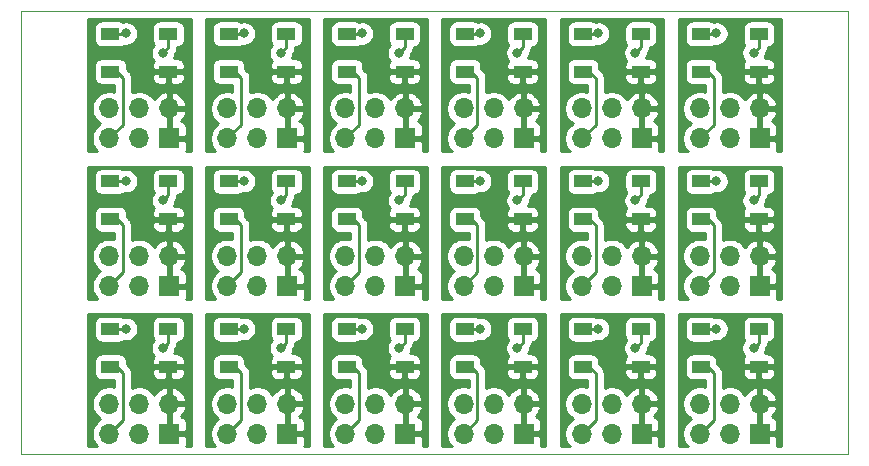
<source format=gbr>
G04 #@! TF.GenerationSoftware,KiCad,Pcbnew,5.1.10-88a1d61d58~90~ubuntu21.04.1*
G04 #@! TF.CreationDate,2021-10-15T10:06:39+02:00*
G04 #@! TF.ProjectId,IndicatorLeds,496e6469-6361-4746-9f72-4c6564732e6b,rev?*
G04 #@! TF.SameCoordinates,Original*
G04 #@! TF.FileFunction,Copper,L1,Top*
G04 #@! TF.FilePolarity,Positive*
%FSLAX46Y46*%
G04 Gerber Fmt 4.6, Leading zero omitted, Abs format (unit mm)*
G04 Created by KiCad (PCBNEW 5.1.10-88a1d61d58~90~ubuntu21.04.1) date 2021-10-15 10:06:39*
%MOMM*%
%LPD*%
G01*
G04 APERTURE LIST*
G04 #@! TA.AperFunction,Profile*
%ADD10C,0.100000*%
G04 #@! TD*
G04 #@! TA.AperFunction,ComponentPad*
%ADD11R,1.700000X1.700000*%
G04 #@! TD*
G04 #@! TA.AperFunction,ComponentPad*
%ADD12O,1.700000X1.700000*%
G04 #@! TD*
G04 #@! TA.AperFunction,SMDPad,CuDef*
%ADD13R,1.500000X1.000000*%
G04 #@! TD*
G04 #@! TA.AperFunction,ViaPad*
%ADD14C,0.800000*%
G04 #@! TD*
G04 #@! TA.AperFunction,Conductor*
%ADD15C,0.250000*%
G04 #@! TD*
G04 #@! TA.AperFunction,Conductor*
%ADD16C,0.254000*%
G04 #@! TD*
G04 #@! TA.AperFunction,Conductor*
%ADD17C,0.350000*%
G04 #@! TD*
G04 APERTURE END LIST*
D10*
X45000000Y-49999000D02*
X110000000Y-49999000D01*
X45000000Y-87501000D02*
X45000000Y-49999000D01*
X115001000Y-87501000D02*
X45000000Y-87501000D01*
X115001000Y-49999000D02*
X115001000Y-87501000D01*
X110000000Y-49999000D02*
X115001000Y-49999000D01*
D11*
G04 #@! TO.P,J1,1*
G04 #@! TO.N,Board_18-VCC*
X107529026Y-85761011D03*
D12*
G04 #@! TO.P,J1,2*
X107529026Y-83221011D03*
G04 #@! TO.P,J1,3*
G04 #@! TO.N,Board_18-GND*
X104989026Y-85761011D03*
G04 #@! TO.P,J1,4*
X104989026Y-83221011D03*
G04 #@! TO.P,J1,5*
G04 #@! TO.N,Board_18-/Din*
X102449026Y-85761011D03*
G04 #@! TO.P,J1,6*
G04 #@! TO.N,Board_18-/Dout*
X102449026Y-83221011D03*
G04 #@! TD*
D13*
G04 #@! TO.P,D1,1*
G04 #@! TO.N,Board_18-VCC*
X107450026Y-80100011D03*
G04 #@! TO.P,D1,2*
G04 #@! TO.N,Board_18-/Dout*
X107450026Y-76900011D03*
G04 #@! TO.P,D1,4*
G04 #@! TO.N,Board_18-/Din*
X102550026Y-80100011D03*
G04 #@! TO.P,D1,3*
G04 #@! TO.N,Board_18-GND*
X102550026Y-76900011D03*
G04 #@! TD*
D11*
G04 #@! TO.P,J1,1*
G04 #@! TO.N,Board_17-VCC*
X97529021Y-85761011D03*
D12*
G04 #@! TO.P,J1,2*
X97529021Y-83221011D03*
G04 #@! TO.P,J1,3*
G04 #@! TO.N,Board_17-GND*
X94989021Y-85761011D03*
G04 #@! TO.P,J1,4*
X94989021Y-83221011D03*
G04 #@! TO.P,J1,5*
G04 #@! TO.N,Board_17-/Din*
X92449021Y-85761011D03*
G04 #@! TO.P,J1,6*
G04 #@! TO.N,Board_17-/Dout*
X92449021Y-83221011D03*
G04 #@! TD*
D13*
G04 #@! TO.P,D1,1*
G04 #@! TO.N,Board_17-VCC*
X97450021Y-80100011D03*
G04 #@! TO.P,D1,2*
G04 #@! TO.N,Board_17-/Dout*
X97450021Y-76900011D03*
G04 #@! TO.P,D1,4*
G04 #@! TO.N,Board_17-/Din*
X92550021Y-80100011D03*
G04 #@! TO.P,D1,3*
G04 #@! TO.N,Board_17-GND*
X92550021Y-76900011D03*
G04 #@! TD*
D11*
G04 #@! TO.P,J1,1*
G04 #@! TO.N,Board_16-VCC*
X87529016Y-85761011D03*
D12*
G04 #@! TO.P,J1,2*
X87529016Y-83221011D03*
G04 #@! TO.P,J1,3*
G04 #@! TO.N,Board_16-GND*
X84989016Y-85761011D03*
G04 #@! TO.P,J1,4*
X84989016Y-83221011D03*
G04 #@! TO.P,J1,5*
G04 #@! TO.N,Board_16-/Din*
X82449016Y-85761011D03*
G04 #@! TO.P,J1,6*
G04 #@! TO.N,Board_16-/Dout*
X82449016Y-83221011D03*
G04 #@! TD*
D13*
G04 #@! TO.P,D1,1*
G04 #@! TO.N,Board_16-VCC*
X87450016Y-80100011D03*
G04 #@! TO.P,D1,2*
G04 #@! TO.N,Board_16-/Dout*
X87450016Y-76900011D03*
G04 #@! TO.P,D1,4*
G04 #@! TO.N,Board_16-/Din*
X82550016Y-80100011D03*
G04 #@! TO.P,D1,3*
G04 #@! TO.N,Board_16-GND*
X82550016Y-76900011D03*
G04 #@! TD*
D11*
G04 #@! TO.P,J1,1*
G04 #@! TO.N,Board_15-VCC*
X77529011Y-85761011D03*
D12*
G04 #@! TO.P,J1,2*
X77529011Y-83221011D03*
G04 #@! TO.P,J1,3*
G04 #@! TO.N,Board_15-GND*
X74989011Y-85761011D03*
G04 #@! TO.P,J1,4*
X74989011Y-83221011D03*
G04 #@! TO.P,J1,5*
G04 #@! TO.N,Board_15-/Din*
X72449011Y-85761011D03*
G04 #@! TO.P,J1,6*
G04 #@! TO.N,Board_15-/Dout*
X72449011Y-83221011D03*
G04 #@! TD*
D13*
G04 #@! TO.P,D1,1*
G04 #@! TO.N,Board_15-VCC*
X77450011Y-80100011D03*
G04 #@! TO.P,D1,2*
G04 #@! TO.N,Board_15-/Dout*
X77450011Y-76900011D03*
G04 #@! TO.P,D1,4*
G04 #@! TO.N,Board_15-/Din*
X72550011Y-80100011D03*
G04 #@! TO.P,D1,3*
G04 #@! TO.N,Board_15-GND*
X72550011Y-76900011D03*
G04 #@! TD*
D11*
G04 #@! TO.P,J1,1*
G04 #@! TO.N,Board_14-VCC*
X67529006Y-85761011D03*
D12*
G04 #@! TO.P,J1,2*
X67529006Y-83221011D03*
G04 #@! TO.P,J1,3*
G04 #@! TO.N,Board_14-GND*
X64989006Y-85761011D03*
G04 #@! TO.P,J1,4*
X64989006Y-83221011D03*
G04 #@! TO.P,J1,5*
G04 #@! TO.N,Board_14-/Din*
X62449006Y-85761011D03*
G04 #@! TO.P,J1,6*
G04 #@! TO.N,Board_14-/Dout*
X62449006Y-83221011D03*
G04 #@! TD*
D13*
G04 #@! TO.P,D1,1*
G04 #@! TO.N,Board_14-VCC*
X67450006Y-80100011D03*
G04 #@! TO.P,D1,2*
G04 #@! TO.N,Board_14-/Dout*
X67450006Y-76900011D03*
G04 #@! TO.P,D1,4*
G04 #@! TO.N,Board_14-/Din*
X62550006Y-80100011D03*
G04 #@! TO.P,D1,3*
G04 #@! TO.N,Board_14-GND*
X62550006Y-76900011D03*
G04 #@! TD*
D11*
G04 #@! TO.P,J1,1*
G04 #@! TO.N,Board_13-VCC*
X57529001Y-85761011D03*
D12*
G04 #@! TO.P,J1,2*
X57529001Y-83221011D03*
G04 #@! TO.P,J1,3*
G04 #@! TO.N,Board_13-GND*
X54989001Y-85761011D03*
G04 #@! TO.P,J1,4*
X54989001Y-83221011D03*
G04 #@! TO.P,J1,5*
G04 #@! TO.N,Board_13-/Din*
X52449001Y-85761011D03*
G04 #@! TO.P,J1,6*
G04 #@! TO.N,Board_13-/Dout*
X52449001Y-83221011D03*
G04 #@! TD*
D13*
G04 #@! TO.P,D1,1*
G04 #@! TO.N,Board_13-VCC*
X57450001Y-80100011D03*
G04 #@! TO.P,D1,2*
G04 #@! TO.N,Board_13-/Dout*
X57450001Y-76900011D03*
G04 #@! TO.P,D1,4*
G04 #@! TO.N,Board_13-/Din*
X52550001Y-80100011D03*
G04 #@! TO.P,D1,3*
G04 #@! TO.N,Board_13-GND*
X52550001Y-76900011D03*
G04 #@! TD*
D11*
G04 #@! TO.P,J1,1*
G04 #@! TO.N,Board_12-VCC*
X107529026Y-73261006D03*
D12*
G04 #@! TO.P,J1,2*
X107529026Y-70721006D03*
G04 #@! TO.P,J1,3*
G04 #@! TO.N,Board_12-GND*
X104989026Y-73261006D03*
G04 #@! TO.P,J1,4*
X104989026Y-70721006D03*
G04 #@! TO.P,J1,5*
G04 #@! TO.N,Board_12-/Din*
X102449026Y-73261006D03*
G04 #@! TO.P,J1,6*
G04 #@! TO.N,Board_12-/Dout*
X102449026Y-70721006D03*
G04 #@! TD*
D13*
G04 #@! TO.P,D1,1*
G04 #@! TO.N,Board_12-VCC*
X107450026Y-67600006D03*
G04 #@! TO.P,D1,2*
G04 #@! TO.N,Board_12-/Dout*
X107450026Y-64400006D03*
G04 #@! TO.P,D1,4*
G04 #@! TO.N,Board_12-/Din*
X102550026Y-67600006D03*
G04 #@! TO.P,D1,3*
G04 #@! TO.N,Board_12-GND*
X102550026Y-64400006D03*
G04 #@! TD*
D11*
G04 #@! TO.P,J1,1*
G04 #@! TO.N,Board_11-VCC*
X97529021Y-73261006D03*
D12*
G04 #@! TO.P,J1,2*
X97529021Y-70721006D03*
G04 #@! TO.P,J1,3*
G04 #@! TO.N,Board_11-GND*
X94989021Y-73261006D03*
G04 #@! TO.P,J1,4*
X94989021Y-70721006D03*
G04 #@! TO.P,J1,5*
G04 #@! TO.N,Board_11-/Din*
X92449021Y-73261006D03*
G04 #@! TO.P,J1,6*
G04 #@! TO.N,Board_11-/Dout*
X92449021Y-70721006D03*
G04 #@! TD*
D13*
G04 #@! TO.P,D1,1*
G04 #@! TO.N,Board_11-VCC*
X97450021Y-67600006D03*
G04 #@! TO.P,D1,2*
G04 #@! TO.N,Board_11-/Dout*
X97450021Y-64400006D03*
G04 #@! TO.P,D1,4*
G04 #@! TO.N,Board_11-/Din*
X92550021Y-67600006D03*
G04 #@! TO.P,D1,3*
G04 #@! TO.N,Board_11-GND*
X92550021Y-64400006D03*
G04 #@! TD*
D11*
G04 #@! TO.P,J1,1*
G04 #@! TO.N,Board_10-VCC*
X87529016Y-73261006D03*
D12*
G04 #@! TO.P,J1,2*
X87529016Y-70721006D03*
G04 #@! TO.P,J1,3*
G04 #@! TO.N,Board_10-GND*
X84989016Y-73261006D03*
G04 #@! TO.P,J1,4*
X84989016Y-70721006D03*
G04 #@! TO.P,J1,5*
G04 #@! TO.N,Board_10-/Din*
X82449016Y-73261006D03*
G04 #@! TO.P,J1,6*
G04 #@! TO.N,Board_10-/Dout*
X82449016Y-70721006D03*
G04 #@! TD*
D13*
G04 #@! TO.P,D1,1*
G04 #@! TO.N,Board_10-VCC*
X87450016Y-67600006D03*
G04 #@! TO.P,D1,2*
G04 #@! TO.N,Board_10-/Dout*
X87450016Y-64400006D03*
G04 #@! TO.P,D1,4*
G04 #@! TO.N,Board_10-/Din*
X82550016Y-67600006D03*
G04 #@! TO.P,D1,3*
G04 #@! TO.N,Board_10-GND*
X82550016Y-64400006D03*
G04 #@! TD*
D11*
G04 #@! TO.P,J1,1*
G04 #@! TO.N,Board_9-VCC*
X77529011Y-73261006D03*
D12*
G04 #@! TO.P,J1,2*
X77529011Y-70721006D03*
G04 #@! TO.P,J1,3*
G04 #@! TO.N,Board_9-GND*
X74989011Y-73261006D03*
G04 #@! TO.P,J1,4*
X74989011Y-70721006D03*
G04 #@! TO.P,J1,5*
G04 #@! TO.N,Board_9-/Din*
X72449011Y-73261006D03*
G04 #@! TO.P,J1,6*
G04 #@! TO.N,Board_9-/Dout*
X72449011Y-70721006D03*
G04 #@! TD*
D13*
G04 #@! TO.P,D1,1*
G04 #@! TO.N,Board_9-VCC*
X77450011Y-67600006D03*
G04 #@! TO.P,D1,2*
G04 #@! TO.N,Board_9-/Dout*
X77450011Y-64400006D03*
G04 #@! TO.P,D1,4*
G04 #@! TO.N,Board_9-/Din*
X72550011Y-67600006D03*
G04 #@! TO.P,D1,3*
G04 #@! TO.N,Board_9-GND*
X72550011Y-64400006D03*
G04 #@! TD*
D11*
G04 #@! TO.P,J1,1*
G04 #@! TO.N,Board_8-VCC*
X67529006Y-73261006D03*
D12*
G04 #@! TO.P,J1,2*
X67529006Y-70721006D03*
G04 #@! TO.P,J1,3*
G04 #@! TO.N,Board_8-GND*
X64989006Y-73261006D03*
G04 #@! TO.P,J1,4*
X64989006Y-70721006D03*
G04 #@! TO.P,J1,5*
G04 #@! TO.N,Board_8-/Din*
X62449006Y-73261006D03*
G04 #@! TO.P,J1,6*
G04 #@! TO.N,Board_8-/Dout*
X62449006Y-70721006D03*
G04 #@! TD*
D13*
G04 #@! TO.P,D1,1*
G04 #@! TO.N,Board_8-VCC*
X67450006Y-67600006D03*
G04 #@! TO.P,D1,2*
G04 #@! TO.N,Board_8-/Dout*
X67450006Y-64400006D03*
G04 #@! TO.P,D1,4*
G04 #@! TO.N,Board_8-/Din*
X62550006Y-67600006D03*
G04 #@! TO.P,D1,3*
G04 #@! TO.N,Board_8-GND*
X62550006Y-64400006D03*
G04 #@! TD*
D11*
G04 #@! TO.P,J1,1*
G04 #@! TO.N,Board_7-VCC*
X57529001Y-73261006D03*
D12*
G04 #@! TO.P,J1,2*
X57529001Y-70721006D03*
G04 #@! TO.P,J1,3*
G04 #@! TO.N,Board_7-GND*
X54989001Y-73261006D03*
G04 #@! TO.P,J1,4*
X54989001Y-70721006D03*
G04 #@! TO.P,J1,5*
G04 #@! TO.N,Board_7-/Din*
X52449001Y-73261006D03*
G04 #@! TO.P,J1,6*
G04 #@! TO.N,Board_7-/Dout*
X52449001Y-70721006D03*
G04 #@! TD*
D13*
G04 #@! TO.P,D1,1*
G04 #@! TO.N,Board_7-VCC*
X57450001Y-67600006D03*
G04 #@! TO.P,D1,2*
G04 #@! TO.N,Board_7-/Dout*
X57450001Y-64400006D03*
G04 #@! TO.P,D1,4*
G04 #@! TO.N,Board_7-/Din*
X52550001Y-67600006D03*
G04 #@! TO.P,D1,3*
G04 #@! TO.N,Board_7-GND*
X52550001Y-64400006D03*
G04 #@! TD*
D11*
G04 #@! TO.P,J1,1*
G04 #@! TO.N,Board_6-VCC*
X107529026Y-60761001D03*
D12*
G04 #@! TO.P,J1,2*
X107529026Y-58221001D03*
G04 #@! TO.P,J1,3*
G04 #@! TO.N,Board_6-GND*
X104989026Y-60761001D03*
G04 #@! TO.P,J1,4*
X104989026Y-58221001D03*
G04 #@! TO.P,J1,5*
G04 #@! TO.N,Board_6-/Din*
X102449026Y-60761001D03*
G04 #@! TO.P,J1,6*
G04 #@! TO.N,Board_6-/Dout*
X102449026Y-58221001D03*
G04 #@! TD*
D13*
G04 #@! TO.P,D1,1*
G04 #@! TO.N,Board_6-VCC*
X107450026Y-55100001D03*
G04 #@! TO.P,D1,2*
G04 #@! TO.N,Board_6-/Dout*
X107450026Y-51900001D03*
G04 #@! TO.P,D1,4*
G04 #@! TO.N,Board_6-/Din*
X102550026Y-55100001D03*
G04 #@! TO.P,D1,3*
G04 #@! TO.N,Board_6-GND*
X102550026Y-51900001D03*
G04 #@! TD*
D11*
G04 #@! TO.P,J1,1*
G04 #@! TO.N,Board_5-VCC*
X97529021Y-60761001D03*
D12*
G04 #@! TO.P,J1,2*
X97529021Y-58221001D03*
G04 #@! TO.P,J1,3*
G04 #@! TO.N,Board_5-GND*
X94989021Y-60761001D03*
G04 #@! TO.P,J1,4*
X94989021Y-58221001D03*
G04 #@! TO.P,J1,5*
G04 #@! TO.N,Board_5-/Din*
X92449021Y-60761001D03*
G04 #@! TO.P,J1,6*
G04 #@! TO.N,Board_5-/Dout*
X92449021Y-58221001D03*
G04 #@! TD*
D13*
G04 #@! TO.P,D1,1*
G04 #@! TO.N,Board_5-VCC*
X97450021Y-55100001D03*
G04 #@! TO.P,D1,2*
G04 #@! TO.N,Board_5-/Dout*
X97450021Y-51900001D03*
G04 #@! TO.P,D1,4*
G04 #@! TO.N,Board_5-/Din*
X92550021Y-55100001D03*
G04 #@! TO.P,D1,3*
G04 #@! TO.N,Board_5-GND*
X92550021Y-51900001D03*
G04 #@! TD*
D11*
G04 #@! TO.P,J1,1*
G04 #@! TO.N,Board_4-VCC*
X87529016Y-60761001D03*
D12*
G04 #@! TO.P,J1,2*
X87529016Y-58221001D03*
G04 #@! TO.P,J1,3*
G04 #@! TO.N,Board_4-GND*
X84989016Y-60761001D03*
G04 #@! TO.P,J1,4*
X84989016Y-58221001D03*
G04 #@! TO.P,J1,5*
G04 #@! TO.N,Board_4-/Din*
X82449016Y-60761001D03*
G04 #@! TO.P,J1,6*
G04 #@! TO.N,Board_4-/Dout*
X82449016Y-58221001D03*
G04 #@! TD*
D13*
G04 #@! TO.P,D1,1*
G04 #@! TO.N,Board_4-VCC*
X87450016Y-55100001D03*
G04 #@! TO.P,D1,2*
G04 #@! TO.N,Board_4-/Dout*
X87450016Y-51900001D03*
G04 #@! TO.P,D1,4*
G04 #@! TO.N,Board_4-/Din*
X82550016Y-55100001D03*
G04 #@! TO.P,D1,3*
G04 #@! TO.N,Board_4-GND*
X82550016Y-51900001D03*
G04 #@! TD*
D11*
G04 #@! TO.P,J1,1*
G04 #@! TO.N,Board_3-VCC*
X77529011Y-60761001D03*
D12*
G04 #@! TO.P,J1,2*
X77529011Y-58221001D03*
G04 #@! TO.P,J1,3*
G04 #@! TO.N,Board_3-GND*
X74989011Y-60761001D03*
G04 #@! TO.P,J1,4*
X74989011Y-58221001D03*
G04 #@! TO.P,J1,5*
G04 #@! TO.N,Board_3-/Din*
X72449011Y-60761001D03*
G04 #@! TO.P,J1,6*
G04 #@! TO.N,Board_3-/Dout*
X72449011Y-58221001D03*
G04 #@! TD*
D13*
G04 #@! TO.P,D1,1*
G04 #@! TO.N,Board_3-VCC*
X77450011Y-55100001D03*
G04 #@! TO.P,D1,2*
G04 #@! TO.N,Board_3-/Dout*
X77450011Y-51900001D03*
G04 #@! TO.P,D1,4*
G04 #@! TO.N,Board_3-/Din*
X72550011Y-55100001D03*
G04 #@! TO.P,D1,3*
G04 #@! TO.N,Board_3-GND*
X72550011Y-51900001D03*
G04 #@! TD*
D11*
G04 #@! TO.P,J1,1*
G04 #@! TO.N,Board_2-VCC*
X67529006Y-60761001D03*
D12*
G04 #@! TO.P,J1,2*
X67529006Y-58221001D03*
G04 #@! TO.P,J1,3*
G04 #@! TO.N,Board_2-GND*
X64989006Y-60761001D03*
G04 #@! TO.P,J1,4*
X64989006Y-58221001D03*
G04 #@! TO.P,J1,5*
G04 #@! TO.N,Board_2-/Din*
X62449006Y-60761001D03*
G04 #@! TO.P,J1,6*
G04 #@! TO.N,Board_2-/Dout*
X62449006Y-58221001D03*
G04 #@! TD*
D13*
G04 #@! TO.P,D1,1*
G04 #@! TO.N,Board_2-VCC*
X67450006Y-55100001D03*
G04 #@! TO.P,D1,2*
G04 #@! TO.N,Board_2-/Dout*
X67450006Y-51900001D03*
G04 #@! TO.P,D1,4*
G04 #@! TO.N,Board_2-/Din*
X62550006Y-55100001D03*
G04 #@! TO.P,D1,3*
G04 #@! TO.N,Board_2-GND*
X62550006Y-51900001D03*
G04 #@! TD*
D11*
G04 #@! TO.P,J1,1*
G04 #@! TO.N,Board_1-VCC*
X57529001Y-60761001D03*
D12*
G04 #@! TO.P,J1,2*
X57529001Y-58221001D03*
G04 #@! TO.P,J1,3*
G04 #@! TO.N,Board_1-GND*
X54989001Y-60761001D03*
G04 #@! TO.P,J1,4*
X54989001Y-58221001D03*
G04 #@! TO.P,J1,5*
G04 #@! TO.N,Board_1-/Din*
X52449001Y-60761001D03*
G04 #@! TO.P,J1,6*
G04 #@! TO.N,Board_1-/Dout*
X52449001Y-58221001D03*
G04 #@! TD*
D13*
G04 #@! TO.P,D1,1*
G04 #@! TO.N,Board_1-VCC*
X57450001Y-55100001D03*
G04 #@! TO.P,D1,2*
G04 #@! TO.N,Board_1-/Dout*
X57450001Y-51900001D03*
G04 #@! TO.P,D1,4*
G04 #@! TO.N,Board_1-/Din*
X52550001Y-55100001D03*
G04 #@! TO.P,D1,3*
G04 #@! TO.N,Board_1-GND*
X52550001Y-51900001D03*
G04 #@! TD*
D14*
G04 #@! TO.N,Board_1-/Dout*
X57000001Y-53500001D03*
G04 #@! TO.N,Board_1-GND*
X53846001Y-51871001D03*
G04 #@! TO.N,Board_2-/Dout*
X67000006Y-53500001D03*
G04 #@! TO.N,Board_2-GND*
X63846006Y-51871001D03*
G04 #@! TO.N,Board_3-/Dout*
X77000011Y-53500001D03*
G04 #@! TO.N,Board_3-GND*
X73846011Y-51871001D03*
G04 #@! TO.N,Board_4-/Dout*
X87000016Y-53500001D03*
G04 #@! TO.N,Board_4-GND*
X83846016Y-51871001D03*
G04 #@! TO.N,Board_5-/Dout*
X97000021Y-53500001D03*
G04 #@! TO.N,Board_5-GND*
X93846021Y-51871001D03*
G04 #@! TO.N,Board_6-/Dout*
X107000026Y-53500001D03*
G04 #@! TO.N,Board_6-GND*
X103846026Y-51871001D03*
G04 #@! TO.N,Board_7-/Dout*
X57000001Y-66000006D03*
G04 #@! TO.N,Board_7-GND*
X53846001Y-64371006D03*
G04 #@! TO.N,Board_8-/Dout*
X67000006Y-66000006D03*
G04 #@! TO.N,Board_8-GND*
X63846006Y-64371006D03*
G04 #@! TO.N,Board_9-/Dout*
X77000011Y-66000006D03*
G04 #@! TO.N,Board_9-GND*
X73846011Y-64371006D03*
G04 #@! TO.N,Board_10-/Dout*
X87000016Y-66000006D03*
G04 #@! TO.N,Board_10-GND*
X83846016Y-64371006D03*
G04 #@! TO.N,Board_11-/Dout*
X97000021Y-66000006D03*
G04 #@! TO.N,Board_11-GND*
X93846021Y-64371006D03*
G04 #@! TO.N,Board_12-/Dout*
X107000026Y-66000006D03*
G04 #@! TO.N,Board_12-GND*
X103846026Y-64371006D03*
G04 #@! TO.N,Board_13-/Dout*
X57000001Y-78500011D03*
G04 #@! TO.N,Board_13-GND*
X53846001Y-76871011D03*
G04 #@! TO.N,Board_14-/Dout*
X67000006Y-78500011D03*
G04 #@! TO.N,Board_14-GND*
X63846006Y-76871011D03*
G04 #@! TO.N,Board_15-/Dout*
X77000011Y-78500011D03*
G04 #@! TO.N,Board_15-GND*
X73846011Y-76871011D03*
G04 #@! TO.N,Board_16-/Dout*
X87000016Y-78500011D03*
G04 #@! TO.N,Board_16-GND*
X83846016Y-76871011D03*
G04 #@! TO.N,Board_17-/Dout*
X97000021Y-78500011D03*
G04 #@! TO.N,Board_17-GND*
X93846021Y-76871011D03*
G04 #@! TO.N,Board_18-/Dout*
X107000026Y-78500011D03*
G04 #@! TO.N,Board_18-GND*
X103846026Y-76871011D03*
G04 #@! TD*
D15*
G04 #@! TO.N,Board_1-/Din*
X52550001Y-55100001D02*
X53100001Y-55100001D01*
X53624002Y-59586000D02*
X52449001Y-60761001D01*
X53624002Y-55624002D02*
X53624002Y-59586000D01*
X53100001Y-55100001D02*
X53624002Y-55624002D01*
G04 #@! TO.N,Board_1-/Dout*
X57450001Y-53050001D02*
X57000001Y-53500001D01*
X57450001Y-51900001D02*
X57450001Y-53050001D01*
G04 #@! TO.N,Board_1-GND*
X53817001Y-51900001D02*
X53846001Y-51871001D01*
X52550001Y-51900001D02*
X53817001Y-51900001D01*
G04 #@! TO.N,Board_2-/Din*
X62550006Y-55100001D02*
X63100006Y-55100001D01*
X63624007Y-59586000D02*
X62449006Y-60761001D01*
X63624007Y-55624002D02*
X63624007Y-59586000D01*
X63100006Y-55100001D02*
X63624007Y-55624002D01*
G04 #@! TO.N,Board_2-/Dout*
X67450006Y-53050001D02*
X67000006Y-53500001D01*
X67450006Y-51900001D02*
X67450006Y-53050001D01*
G04 #@! TO.N,Board_2-GND*
X63817006Y-51900001D02*
X63846006Y-51871001D01*
X62550006Y-51900001D02*
X63817006Y-51900001D01*
G04 #@! TO.N,Board_3-/Din*
X72550011Y-55100001D02*
X73100011Y-55100001D01*
X73624012Y-59586000D02*
X72449011Y-60761001D01*
X73624012Y-55624002D02*
X73624012Y-59586000D01*
X73100011Y-55100001D02*
X73624012Y-55624002D01*
G04 #@! TO.N,Board_3-/Dout*
X77450011Y-53050001D02*
X77000011Y-53500001D01*
X77450011Y-51900001D02*
X77450011Y-53050001D01*
G04 #@! TO.N,Board_3-GND*
X73817011Y-51900001D02*
X73846011Y-51871001D01*
X72550011Y-51900001D02*
X73817011Y-51900001D01*
G04 #@! TO.N,Board_4-/Din*
X82550016Y-55100001D02*
X83100016Y-55100001D01*
X83624017Y-59586000D02*
X82449016Y-60761001D01*
X83624017Y-55624002D02*
X83624017Y-59586000D01*
X83100016Y-55100001D02*
X83624017Y-55624002D01*
G04 #@! TO.N,Board_4-/Dout*
X87450016Y-53050001D02*
X87000016Y-53500001D01*
X87450016Y-51900001D02*
X87450016Y-53050001D01*
G04 #@! TO.N,Board_4-GND*
X83817016Y-51900001D02*
X83846016Y-51871001D01*
X82550016Y-51900001D02*
X83817016Y-51900001D01*
G04 #@! TO.N,Board_5-/Din*
X92550021Y-55100001D02*
X93100021Y-55100001D01*
X93624022Y-59586000D02*
X92449021Y-60761001D01*
X93624022Y-55624002D02*
X93624022Y-59586000D01*
X93100021Y-55100001D02*
X93624022Y-55624002D01*
G04 #@! TO.N,Board_5-/Dout*
X97450021Y-53050001D02*
X97000021Y-53500001D01*
X97450021Y-51900001D02*
X97450021Y-53050001D01*
G04 #@! TO.N,Board_5-GND*
X93817021Y-51900001D02*
X93846021Y-51871001D01*
X92550021Y-51900001D02*
X93817021Y-51900001D01*
G04 #@! TO.N,Board_6-/Din*
X102550026Y-55100001D02*
X103100026Y-55100001D01*
X103624027Y-59586000D02*
X102449026Y-60761001D01*
X103624027Y-55624002D02*
X103624027Y-59586000D01*
X103100026Y-55100001D02*
X103624027Y-55624002D01*
G04 #@! TO.N,Board_6-/Dout*
X107450026Y-53050001D02*
X107000026Y-53500001D01*
X107450026Y-51900001D02*
X107450026Y-53050001D01*
G04 #@! TO.N,Board_6-GND*
X103817026Y-51900001D02*
X103846026Y-51871001D01*
X102550026Y-51900001D02*
X103817026Y-51900001D01*
G04 #@! TO.N,Board_7-/Din*
X52550001Y-67600006D02*
X53100001Y-67600006D01*
X53624002Y-72086005D02*
X52449001Y-73261006D01*
X53624002Y-68124007D02*
X53624002Y-72086005D01*
X53100001Y-67600006D02*
X53624002Y-68124007D01*
G04 #@! TO.N,Board_7-/Dout*
X57450001Y-65550006D02*
X57000001Y-66000006D01*
X57450001Y-64400006D02*
X57450001Y-65550006D01*
G04 #@! TO.N,Board_7-GND*
X53817001Y-64400006D02*
X53846001Y-64371006D01*
X52550001Y-64400006D02*
X53817001Y-64400006D01*
G04 #@! TO.N,Board_8-/Din*
X62550006Y-67600006D02*
X63100006Y-67600006D01*
X63624007Y-72086005D02*
X62449006Y-73261006D01*
X63624007Y-68124007D02*
X63624007Y-72086005D01*
X63100006Y-67600006D02*
X63624007Y-68124007D01*
G04 #@! TO.N,Board_8-/Dout*
X67450006Y-65550006D02*
X67000006Y-66000006D01*
X67450006Y-64400006D02*
X67450006Y-65550006D01*
G04 #@! TO.N,Board_8-GND*
X63817006Y-64400006D02*
X63846006Y-64371006D01*
X62550006Y-64400006D02*
X63817006Y-64400006D01*
G04 #@! TO.N,Board_9-/Din*
X72550011Y-67600006D02*
X73100011Y-67600006D01*
X73624012Y-72086005D02*
X72449011Y-73261006D01*
X73624012Y-68124007D02*
X73624012Y-72086005D01*
X73100011Y-67600006D02*
X73624012Y-68124007D01*
G04 #@! TO.N,Board_9-/Dout*
X77450011Y-65550006D02*
X77000011Y-66000006D01*
X77450011Y-64400006D02*
X77450011Y-65550006D01*
G04 #@! TO.N,Board_9-GND*
X73817011Y-64400006D02*
X73846011Y-64371006D01*
X72550011Y-64400006D02*
X73817011Y-64400006D01*
G04 #@! TO.N,Board_10-/Din*
X82550016Y-67600006D02*
X83100016Y-67600006D01*
X83624017Y-72086005D02*
X82449016Y-73261006D01*
X83624017Y-68124007D02*
X83624017Y-72086005D01*
X83100016Y-67600006D02*
X83624017Y-68124007D01*
G04 #@! TO.N,Board_10-/Dout*
X87450016Y-65550006D02*
X87000016Y-66000006D01*
X87450016Y-64400006D02*
X87450016Y-65550006D01*
G04 #@! TO.N,Board_10-GND*
X83817016Y-64400006D02*
X83846016Y-64371006D01*
X82550016Y-64400006D02*
X83817016Y-64400006D01*
G04 #@! TO.N,Board_11-/Din*
X92550021Y-67600006D02*
X93100021Y-67600006D01*
X93624022Y-72086005D02*
X92449021Y-73261006D01*
X93624022Y-68124007D02*
X93624022Y-72086005D01*
X93100021Y-67600006D02*
X93624022Y-68124007D01*
G04 #@! TO.N,Board_11-/Dout*
X97450021Y-65550006D02*
X97000021Y-66000006D01*
X97450021Y-64400006D02*
X97450021Y-65550006D01*
G04 #@! TO.N,Board_11-GND*
X93817021Y-64400006D02*
X93846021Y-64371006D01*
X92550021Y-64400006D02*
X93817021Y-64400006D01*
G04 #@! TO.N,Board_12-/Din*
X102550026Y-67600006D02*
X103100026Y-67600006D01*
X103624027Y-72086005D02*
X102449026Y-73261006D01*
X103624027Y-68124007D02*
X103624027Y-72086005D01*
X103100026Y-67600006D02*
X103624027Y-68124007D01*
G04 #@! TO.N,Board_12-/Dout*
X107450026Y-65550006D02*
X107000026Y-66000006D01*
X107450026Y-64400006D02*
X107450026Y-65550006D01*
G04 #@! TO.N,Board_12-GND*
X103817026Y-64400006D02*
X103846026Y-64371006D01*
X102550026Y-64400006D02*
X103817026Y-64400006D01*
G04 #@! TO.N,Board_13-/Din*
X52550001Y-80100011D02*
X53100001Y-80100011D01*
X53624002Y-84586010D02*
X52449001Y-85761011D01*
X53624002Y-80624012D02*
X53624002Y-84586010D01*
X53100001Y-80100011D02*
X53624002Y-80624012D01*
G04 #@! TO.N,Board_13-/Dout*
X57450001Y-78050011D02*
X57000001Y-78500011D01*
X57450001Y-76900011D02*
X57450001Y-78050011D01*
G04 #@! TO.N,Board_13-GND*
X53817001Y-76900011D02*
X53846001Y-76871011D01*
X52550001Y-76900011D02*
X53817001Y-76900011D01*
G04 #@! TO.N,Board_14-/Din*
X62550006Y-80100011D02*
X63100006Y-80100011D01*
X63624007Y-84586010D02*
X62449006Y-85761011D01*
X63624007Y-80624012D02*
X63624007Y-84586010D01*
X63100006Y-80100011D02*
X63624007Y-80624012D01*
G04 #@! TO.N,Board_14-/Dout*
X67450006Y-78050011D02*
X67000006Y-78500011D01*
X67450006Y-76900011D02*
X67450006Y-78050011D01*
G04 #@! TO.N,Board_14-GND*
X63817006Y-76900011D02*
X63846006Y-76871011D01*
X62550006Y-76900011D02*
X63817006Y-76900011D01*
G04 #@! TO.N,Board_15-/Din*
X72550011Y-80100011D02*
X73100011Y-80100011D01*
X73624012Y-84586010D02*
X72449011Y-85761011D01*
X73624012Y-80624012D02*
X73624012Y-84586010D01*
X73100011Y-80100011D02*
X73624012Y-80624012D01*
G04 #@! TO.N,Board_15-/Dout*
X77450011Y-78050011D02*
X77000011Y-78500011D01*
X77450011Y-76900011D02*
X77450011Y-78050011D01*
G04 #@! TO.N,Board_15-GND*
X73817011Y-76900011D02*
X73846011Y-76871011D01*
X72550011Y-76900011D02*
X73817011Y-76900011D01*
G04 #@! TO.N,Board_16-/Din*
X82550016Y-80100011D02*
X83100016Y-80100011D01*
X83624017Y-84586010D02*
X82449016Y-85761011D01*
X83624017Y-80624012D02*
X83624017Y-84586010D01*
X83100016Y-80100011D02*
X83624017Y-80624012D01*
G04 #@! TO.N,Board_16-/Dout*
X87450016Y-78050011D02*
X87000016Y-78500011D01*
X87450016Y-76900011D02*
X87450016Y-78050011D01*
G04 #@! TO.N,Board_16-GND*
X83817016Y-76900011D02*
X83846016Y-76871011D01*
X82550016Y-76900011D02*
X83817016Y-76900011D01*
G04 #@! TO.N,Board_17-/Din*
X92550021Y-80100011D02*
X93100021Y-80100011D01*
X93624022Y-84586010D02*
X92449021Y-85761011D01*
X93624022Y-80624012D02*
X93624022Y-84586010D01*
X93100021Y-80100011D02*
X93624022Y-80624012D01*
G04 #@! TO.N,Board_17-/Dout*
X97450021Y-78050011D02*
X97000021Y-78500011D01*
X97450021Y-76900011D02*
X97450021Y-78050011D01*
G04 #@! TO.N,Board_17-GND*
X93817021Y-76900011D02*
X93846021Y-76871011D01*
X92550021Y-76900011D02*
X93817021Y-76900011D01*
G04 #@! TO.N,Board_18-/Din*
X102550026Y-80100011D02*
X103100026Y-80100011D01*
X103624027Y-84586010D02*
X102449026Y-85761011D01*
X103624027Y-80624012D02*
X103624027Y-84586010D01*
X103100026Y-80100011D02*
X103624027Y-80624012D01*
G04 #@! TO.N,Board_18-/Dout*
X107450026Y-78050011D02*
X107000026Y-78500011D01*
X107450026Y-76900011D02*
X107450026Y-78050011D01*
G04 #@! TO.N,Board_18-GND*
X103817026Y-76900011D02*
X103846026Y-76871011D01*
X102550026Y-76900011D02*
X103817026Y-76900011D01*
G04 #@! TD*
D16*
G04 #@! TO.N,Board_1-VCC*
X59340001Y-61840001D02*
X58973108Y-61840001D01*
X59004813Y-61735483D01*
X59017073Y-61611001D01*
X59014001Y-61046751D01*
X58855251Y-60888001D01*
X57656001Y-60888001D01*
X57656001Y-60908001D01*
X57402001Y-60908001D01*
X57402001Y-60888001D01*
X57382001Y-60888001D01*
X57382001Y-60634001D01*
X57402001Y-60634001D01*
X57402001Y-58348001D01*
X57656001Y-58348001D01*
X57656001Y-60634001D01*
X58855251Y-60634001D01*
X59014001Y-60475251D01*
X59017073Y-59911001D01*
X59004813Y-59786519D01*
X58968503Y-59666821D01*
X58909538Y-59556507D01*
X58830186Y-59459816D01*
X58733495Y-59380464D01*
X58623181Y-59321499D01*
X58547375Y-59298503D01*
X58724179Y-59102356D01*
X58873158Y-58852253D01*
X58970482Y-58577892D01*
X58849815Y-58348001D01*
X57656001Y-58348001D01*
X57402001Y-58348001D01*
X57382001Y-58348001D01*
X57382001Y-58094001D01*
X57402001Y-58094001D01*
X57402001Y-56900846D01*
X57656001Y-56900846D01*
X57656001Y-58094001D01*
X58849815Y-58094001D01*
X58970482Y-57864110D01*
X58873158Y-57589749D01*
X58724179Y-57339646D01*
X58529270Y-57123413D01*
X58295921Y-56949360D01*
X58033100Y-56824176D01*
X57885891Y-56779525D01*
X57656001Y-56900846D01*
X57402001Y-56900846D01*
X57172111Y-56779525D01*
X57024902Y-56824176D01*
X56762081Y-56949360D01*
X56528732Y-57123413D01*
X56333823Y-57339646D01*
X56264196Y-57456535D01*
X56142476Y-57274369D01*
X55935633Y-57067526D01*
X55692412Y-56905011D01*
X55422159Y-56793069D01*
X55135261Y-56736001D01*
X54842741Y-56736001D01*
X54555843Y-56793069D01*
X54384002Y-56864248D01*
X54384002Y-55661324D01*
X54387678Y-55624001D01*
X54385315Y-55600001D01*
X56061929Y-55600001D01*
X56074189Y-55724483D01*
X56110499Y-55844181D01*
X56169464Y-55954495D01*
X56248816Y-56051186D01*
X56345507Y-56130538D01*
X56455821Y-56189503D01*
X56575519Y-56225813D01*
X56700001Y-56238073D01*
X57164251Y-56235001D01*
X57323001Y-56076251D01*
X57323001Y-55227001D01*
X57577001Y-55227001D01*
X57577001Y-56076251D01*
X57735751Y-56235001D01*
X58200001Y-56238073D01*
X58324483Y-56225813D01*
X58444181Y-56189503D01*
X58554495Y-56130538D01*
X58651186Y-56051186D01*
X58730538Y-55954495D01*
X58789503Y-55844181D01*
X58825813Y-55724483D01*
X58838073Y-55600001D01*
X58835001Y-55385751D01*
X58676251Y-55227001D01*
X57577001Y-55227001D01*
X57323001Y-55227001D01*
X56223751Y-55227001D01*
X56065001Y-55385751D01*
X56061929Y-55600001D01*
X54385315Y-55600001D01*
X54384002Y-55586678D01*
X54384002Y-55586669D01*
X54373005Y-55475016D01*
X54329548Y-55331755D01*
X54258976Y-55199726D01*
X54164003Y-55084001D01*
X54135005Y-55060204D01*
X53938073Y-54863271D01*
X53938073Y-54600001D01*
X53925813Y-54475519D01*
X53889503Y-54355821D01*
X53830538Y-54245507D01*
X53751186Y-54148816D01*
X53654495Y-54069464D01*
X53544181Y-54010499D01*
X53424483Y-53974189D01*
X53300001Y-53961929D01*
X51800001Y-53961929D01*
X51675519Y-53974189D01*
X51555821Y-54010499D01*
X51445507Y-54069464D01*
X51348816Y-54148816D01*
X51269464Y-54245507D01*
X51210499Y-54355821D01*
X51174189Y-54475519D01*
X51161929Y-54600001D01*
X51161929Y-55600001D01*
X51174189Y-55724483D01*
X51210499Y-55844181D01*
X51269464Y-55954495D01*
X51348816Y-56051186D01*
X51445507Y-56130538D01*
X51555821Y-56189503D01*
X51675519Y-56225813D01*
X51800001Y-56238073D01*
X52864002Y-56238073D01*
X52864002Y-56789457D01*
X52595261Y-56736001D01*
X52302741Y-56736001D01*
X52015843Y-56793069D01*
X51745590Y-56905011D01*
X51502369Y-57067526D01*
X51295526Y-57274369D01*
X51133011Y-57517590D01*
X51021069Y-57787843D01*
X50964001Y-58074741D01*
X50964001Y-58367261D01*
X51021069Y-58654159D01*
X51133011Y-58924412D01*
X51295526Y-59167633D01*
X51502369Y-59374476D01*
X51676761Y-59491001D01*
X51502369Y-59607526D01*
X51295526Y-59814369D01*
X51133011Y-60057590D01*
X51021069Y-60327843D01*
X50964001Y-60614741D01*
X50964001Y-60907261D01*
X51021069Y-61194159D01*
X51133011Y-61464412D01*
X51295526Y-61707633D01*
X51427894Y-61840001D01*
X50660001Y-61840001D01*
X50660001Y-53398062D01*
X55965001Y-53398062D01*
X55965001Y-53601940D01*
X56004775Y-53801899D01*
X56082796Y-53990257D01*
X56196064Y-54159775D01*
X56220098Y-54183809D01*
X56169464Y-54245507D01*
X56110499Y-54355821D01*
X56074189Y-54475519D01*
X56061929Y-54600001D01*
X56065001Y-54814251D01*
X56223751Y-54973001D01*
X57323001Y-54973001D01*
X57323001Y-54953001D01*
X57577001Y-54953001D01*
X57577001Y-54973001D01*
X58676251Y-54973001D01*
X58835001Y-54814251D01*
X58838073Y-54600001D01*
X58825813Y-54475519D01*
X58789503Y-54355821D01*
X58730538Y-54245507D01*
X58651186Y-54148816D01*
X58554495Y-54069464D01*
X58444181Y-54010499D01*
X58324483Y-53974189D01*
X58200001Y-53961929D01*
X57928195Y-53963728D01*
X57995227Y-53801899D01*
X58035001Y-53601940D01*
X58035001Y-53535171D01*
X58063864Y-53500001D01*
X58084975Y-53474278D01*
X58155547Y-53342248D01*
X58196344Y-53207755D01*
X58199004Y-53198987D01*
X58210001Y-53087334D01*
X58210001Y-53087325D01*
X58213677Y-53050002D01*
X58212382Y-53036854D01*
X58324483Y-53025813D01*
X58444181Y-52989503D01*
X58554495Y-52930538D01*
X58651186Y-52851186D01*
X58730538Y-52754495D01*
X58789503Y-52644181D01*
X58825813Y-52524483D01*
X58838073Y-52400001D01*
X58838073Y-51400001D01*
X58825813Y-51275519D01*
X58789503Y-51155821D01*
X58730538Y-51045507D01*
X58651186Y-50948816D01*
X58554495Y-50869464D01*
X58444181Y-50810499D01*
X58324483Y-50774189D01*
X58200001Y-50761929D01*
X56700001Y-50761929D01*
X56575519Y-50774189D01*
X56455821Y-50810499D01*
X56345507Y-50869464D01*
X56248816Y-50948816D01*
X56169464Y-51045507D01*
X56110499Y-51155821D01*
X56074189Y-51275519D01*
X56061929Y-51400001D01*
X56061929Y-52400001D01*
X56074189Y-52524483D01*
X56110499Y-52644181D01*
X56169464Y-52754495D01*
X56220098Y-52816193D01*
X56196064Y-52840227D01*
X56082796Y-53009745D01*
X56004775Y-53198103D01*
X55965001Y-53398062D01*
X50660001Y-53398062D01*
X50660001Y-51400001D01*
X51161929Y-51400001D01*
X51161929Y-52400001D01*
X51174189Y-52524483D01*
X51210499Y-52644181D01*
X51269464Y-52754495D01*
X51348816Y-52851186D01*
X51445507Y-52930538D01*
X51555821Y-52989503D01*
X51675519Y-53025813D01*
X51800001Y-53038073D01*
X53300001Y-53038073D01*
X53424483Y-53025813D01*
X53544181Y-52989503D01*
X53654495Y-52930538D01*
X53696034Y-52896448D01*
X53744062Y-52906001D01*
X53947940Y-52906001D01*
X54147899Y-52866227D01*
X54336257Y-52788206D01*
X54505775Y-52674938D01*
X54649938Y-52530775D01*
X54763206Y-52361257D01*
X54841227Y-52172899D01*
X54881001Y-51972940D01*
X54881001Y-51769062D01*
X54841227Y-51569103D01*
X54763206Y-51380745D01*
X54649938Y-51211227D01*
X54505775Y-51067064D01*
X54336257Y-50953796D01*
X54147899Y-50875775D01*
X53947940Y-50836001D01*
X53744062Y-50836001D01*
X53633161Y-50858060D01*
X53544181Y-50810499D01*
X53424483Y-50774189D01*
X53300001Y-50761929D01*
X51800001Y-50761929D01*
X51675519Y-50774189D01*
X51555821Y-50810499D01*
X51445507Y-50869464D01*
X51348816Y-50948816D01*
X51269464Y-51045507D01*
X51210499Y-51155821D01*
X51174189Y-51275519D01*
X51161929Y-51400001D01*
X50660001Y-51400001D01*
X50660001Y-50660001D01*
X59340002Y-50660001D01*
X59340001Y-61840001D01*
G04 #@! TA.AperFunction,Conductor*
D17*
G36*
X59340001Y-61840001D02*
G01*
X58973108Y-61840001D01*
X59004813Y-61735483D01*
X59017073Y-61611001D01*
X59014001Y-61046751D01*
X58855251Y-60888001D01*
X57656001Y-60888001D01*
X57656001Y-60908001D01*
X57402001Y-60908001D01*
X57402001Y-60888001D01*
X57382001Y-60888001D01*
X57382001Y-60634001D01*
X57402001Y-60634001D01*
X57402001Y-58348001D01*
X57656001Y-58348001D01*
X57656001Y-60634001D01*
X58855251Y-60634001D01*
X59014001Y-60475251D01*
X59017073Y-59911001D01*
X59004813Y-59786519D01*
X58968503Y-59666821D01*
X58909538Y-59556507D01*
X58830186Y-59459816D01*
X58733495Y-59380464D01*
X58623181Y-59321499D01*
X58547375Y-59298503D01*
X58724179Y-59102356D01*
X58873158Y-58852253D01*
X58970482Y-58577892D01*
X58849815Y-58348001D01*
X57656001Y-58348001D01*
X57402001Y-58348001D01*
X57382001Y-58348001D01*
X57382001Y-58094001D01*
X57402001Y-58094001D01*
X57402001Y-56900846D01*
X57656001Y-56900846D01*
X57656001Y-58094001D01*
X58849815Y-58094001D01*
X58970482Y-57864110D01*
X58873158Y-57589749D01*
X58724179Y-57339646D01*
X58529270Y-57123413D01*
X58295921Y-56949360D01*
X58033100Y-56824176D01*
X57885891Y-56779525D01*
X57656001Y-56900846D01*
X57402001Y-56900846D01*
X57172111Y-56779525D01*
X57024902Y-56824176D01*
X56762081Y-56949360D01*
X56528732Y-57123413D01*
X56333823Y-57339646D01*
X56264196Y-57456535D01*
X56142476Y-57274369D01*
X55935633Y-57067526D01*
X55692412Y-56905011D01*
X55422159Y-56793069D01*
X55135261Y-56736001D01*
X54842741Y-56736001D01*
X54555843Y-56793069D01*
X54384002Y-56864248D01*
X54384002Y-55661324D01*
X54387678Y-55624001D01*
X54385315Y-55600001D01*
X56061929Y-55600001D01*
X56074189Y-55724483D01*
X56110499Y-55844181D01*
X56169464Y-55954495D01*
X56248816Y-56051186D01*
X56345507Y-56130538D01*
X56455821Y-56189503D01*
X56575519Y-56225813D01*
X56700001Y-56238073D01*
X57164251Y-56235001D01*
X57323001Y-56076251D01*
X57323001Y-55227001D01*
X57577001Y-55227001D01*
X57577001Y-56076251D01*
X57735751Y-56235001D01*
X58200001Y-56238073D01*
X58324483Y-56225813D01*
X58444181Y-56189503D01*
X58554495Y-56130538D01*
X58651186Y-56051186D01*
X58730538Y-55954495D01*
X58789503Y-55844181D01*
X58825813Y-55724483D01*
X58838073Y-55600001D01*
X58835001Y-55385751D01*
X58676251Y-55227001D01*
X57577001Y-55227001D01*
X57323001Y-55227001D01*
X56223751Y-55227001D01*
X56065001Y-55385751D01*
X56061929Y-55600001D01*
X54385315Y-55600001D01*
X54384002Y-55586678D01*
X54384002Y-55586669D01*
X54373005Y-55475016D01*
X54329548Y-55331755D01*
X54258976Y-55199726D01*
X54164003Y-55084001D01*
X54135005Y-55060204D01*
X53938073Y-54863271D01*
X53938073Y-54600001D01*
X53925813Y-54475519D01*
X53889503Y-54355821D01*
X53830538Y-54245507D01*
X53751186Y-54148816D01*
X53654495Y-54069464D01*
X53544181Y-54010499D01*
X53424483Y-53974189D01*
X53300001Y-53961929D01*
X51800001Y-53961929D01*
X51675519Y-53974189D01*
X51555821Y-54010499D01*
X51445507Y-54069464D01*
X51348816Y-54148816D01*
X51269464Y-54245507D01*
X51210499Y-54355821D01*
X51174189Y-54475519D01*
X51161929Y-54600001D01*
X51161929Y-55600001D01*
X51174189Y-55724483D01*
X51210499Y-55844181D01*
X51269464Y-55954495D01*
X51348816Y-56051186D01*
X51445507Y-56130538D01*
X51555821Y-56189503D01*
X51675519Y-56225813D01*
X51800001Y-56238073D01*
X52864002Y-56238073D01*
X52864002Y-56789457D01*
X52595261Y-56736001D01*
X52302741Y-56736001D01*
X52015843Y-56793069D01*
X51745590Y-56905011D01*
X51502369Y-57067526D01*
X51295526Y-57274369D01*
X51133011Y-57517590D01*
X51021069Y-57787843D01*
X50964001Y-58074741D01*
X50964001Y-58367261D01*
X51021069Y-58654159D01*
X51133011Y-58924412D01*
X51295526Y-59167633D01*
X51502369Y-59374476D01*
X51676761Y-59491001D01*
X51502369Y-59607526D01*
X51295526Y-59814369D01*
X51133011Y-60057590D01*
X51021069Y-60327843D01*
X50964001Y-60614741D01*
X50964001Y-60907261D01*
X51021069Y-61194159D01*
X51133011Y-61464412D01*
X51295526Y-61707633D01*
X51427894Y-61840001D01*
X50660001Y-61840001D01*
X50660001Y-53398062D01*
X55965001Y-53398062D01*
X55965001Y-53601940D01*
X56004775Y-53801899D01*
X56082796Y-53990257D01*
X56196064Y-54159775D01*
X56220098Y-54183809D01*
X56169464Y-54245507D01*
X56110499Y-54355821D01*
X56074189Y-54475519D01*
X56061929Y-54600001D01*
X56065001Y-54814251D01*
X56223751Y-54973001D01*
X57323001Y-54973001D01*
X57323001Y-54953001D01*
X57577001Y-54953001D01*
X57577001Y-54973001D01*
X58676251Y-54973001D01*
X58835001Y-54814251D01*
X58838073Y-54600001D01*
X58825813Y-54475519D01*
X58789503Y-54355821D01*
X58730538Y-54245507D01*
X58651186Y-54148816D01*
X58554495Y-54069464D01*
X58444181Y-54010499D01*
X58324483Y-53974189D01*
X58200001Y-53961929D01*
X57928195Y-53963728D01*
X57995227Y-53801899D01*
X58035001Y-53601940D01*
X58035001Y-53535171D01*
X58063864Y-53500001D01*
X58084975Y-53474278D01*
X58155547Y-53342248D01*
X58196344Y-53207755D01*
X58199004Y-53198987D01*
X58210001Y-53087334D01*
X58210001Y-53087325D01*
X58213677Y-53050002D01*
X58212382Y-53036854D01*
X58324483Y-53025813D01*
X58444181Y-52989503D01*
X58554495Y-52930538D01*
X58651186Y-52851186D01*
X58730538Y-52754495D01*
X58789503Y-52644181D01*
X58825813Y-52524483D01*
X58838073Y-52400001D01*
X58838073Y-51400001D01*
X58825813Y-51275519D01*
X58789503Y-51155821D01*
X58730538Y-51045507D01*
X58651186Y-50948816D01*
X58554495Y-50869464D01*
X58444181Y-50810499D01*
X58324483Y-50774189D01*
X58200001Y-50761929D01*
X56700001Y-50761929D01*
X56575519Y-50774189D01*
X56455821Y-50810499D01*
X56345507Y-50869464D01*
X56248816Y-50948816D01*
X56169464Y-51045507D01*
X56110499Y-51155821D01*
X56074189Y-51275519D01*
X56061929Y-51400001D01*
X56061929Y-52400001D01*
X56074189Y-52524483D01*
X56110499Y-52644181D01*
X56169464Y-52754495D01*
X56220098Y-52816193D01*
X56196064Y-52840227D01*
X56082796Y-53009745D01*
X56004775Y-53198103D01*
X55965001Y-53398062D01*
X50660001Y-53398062D01*
X50660001Y-51400001D01*
X51161929Y-51400001D01*
X51161929Y-52400001D01*
X51174189Y-52524483D01*
X51210499Y-52644181D01*
X51269464Y-52754495D01*
X51348816Y-52851186D01*
X51445507Y-52930538D01*
X51555821Y-52989503D01*
X51675519Y-53025813D01*
X51800001Y-53038073D01*
X53300001Y-53038073D01*
X53424483Y-53025813D01*
X53544181Y-52989503D01*
X53654495Y-52930538D01*
X53696034Y-52896448D01*
X53744062Y-52906001D01*
X53947940Y-52906001D01*
X54147899Y-52866227D01*
X54336257Y-52788206D01*
X54505775Y-52674938D01*
X54649938Y-52530775D01*
X54763206Y-52361257D01*
X54841227Y-52172899D01*
X54881001Y-51972940D01*
X54881001Y-51769062D01*
X54841227Y-51569103D01*
X54763206Y-51380745D01*
X54649938Y-51211227D01*
X54505775Y-51067064D01*
X54336257Y-50953796D01*
X54147899Y-50875775D01*
X53947940Y-50836001D01*
X53744062Y-50836001D01*
X53633161Y-50858060D01*
X53544181Y-50810499D01*
X53424483Y-50774189D01*
X53300001Y-50761929D01*
X51800001Y-50761929D01*
X51675519Y-50774189D01*
X51555821Y-50810499D01*
X51445507Y-50869464D01*
X51348816Y-50948816D01*
X51269464Y-51045507D01*
X51210499Y-51155821D01*
X51174189Y-51275519D01*
X51161929Y-51400001D01*
X50660001Y-51400001D01*
X50660001Y-50660001D01*
X59340002Y-50660001D01*
X59340001Y-61840001D01*
G37*
G04 #@! TD.AperFunction*
G04 #@! TD*
D16*
G04 #@! TO.N,Board_2-VCC*
X69340006Y-61840001D02*
X68973113Y-61840001D01*
X69004818Y-61735483D01*
X69017078Y-61611001D01*
X69014006Y-61046751D01*
X68855256Y-60888001D01*
X67656006Y-60888001D01*
X67656006Y-60908001D01*
X67402006Y-60908001D01*
X67402006Y-60888001D01*
X67382006Y-60888001D01*
X67382006Y-60634001D01*
X67402006Y-60634001D01*
X67402006Y-58348001D01*
X67656006Y-58348001D01*
X67656006Y-60634001D01*
X68855256Y-60634001D01*
X69014006Y-60475251D01*
X69017078Y-59911001D01*
X69004818Y-59786519D01*
X68968508Y-59666821D01*
X68909543Y-59556507D01*
X68830191Y-59459816D01*
X68733500Y-59380464D01*
X68623186Y-59321499D01*
X68547380Y-59298503D01*
X68724184Y-59102356D01*
X68873163Y-58852253D01*
X68970487Y-58577892D01*
X68849820Y-58348001D01*
X67656006Y-58348001D01*
X67402006Y-58348001D01*
X67382006Y-58348001D01*
X67382006Y-58094001D01*
X67402006Y-58094001D01*
X67402006Y-56900846D01*
X67656006Y-56900846D01*
X67656006Y-58094001D01*
X68849820Y-58094001D01*
X68970487Y-57864110D01*
X68873163Y-57589749D01*
X68724184Y-57339646D01*
X68529275Y-57123413D01*
X68295926Y-56949360D01*
X68033105Y-56824176D01*
X67885896Y-56779525D01*
X67656006Y-56900846D01*
X67402006Y-56900846D01*
X67172116Y-56779525D01*
X67024907Y-56824176D01*
X66762086Y-56949360D01*
X66528737Y-57123413D01*
X66333828Y-57339646D01*
X66264201Y-57456535D01*
X66142481Y-57274369D01*
X65935638Y-57067526D01*
X65692417Y-56905011D01*
X65422164Y-56793069D01*
X65135266Y-56736001D01*
X64842746Y-56736001D01*
X64555848Y-56793069D01*
X64384007Y-56864248D01*
X64384007Y-55661324D01*
X64387683Y-55624001D01*
X64385320Y-55600001D01*
X66061934Y-55600001D01*
X66074194Y-55724483D01*
X66110504Y-55844181D01*
X66169469Y-55954495D01*
X66248821Y-56051186D01*
X66345512Y-56130538D01*
X66455826Y-56189503D01*
X66575524Y-56225813D01*
X66700006Y-56238073D01*
X67164256Y-56235001D01*
X67323006Y-56076251D01*
X67323006Y-55227001D01*
X67577006Y-55227001D01*
X67577006Y-56076251D01*
X67735756Y-56235001D01*
X68200006Y-56238073D01*
X68324488Y-56225813D01*
X68444186Y-56189503D01*
X68554500Y-56130538D01*
X68651191Y-56051186D01*
X68730543Y-55954495D01*
X68789508Y-55844181D01*
X68825818Y-55724483D01*
X68838078Y-55600001D01*
X68835006Y-55385751D01*
X68676256Y-55227001D01*
X67577006Y-55227001D01*
X67323006Y-55227001D01*
X66223756Y-55227001D01*
X66065006Y-55385751D01*
X66061934Y-55600001D01*
X64385320Y-55600001D01*
X64384007Y-55586678D01*
X64384007Y-55586669D01*
X64373010Y-55475016D01*
X64329553Y-55331755D01*
X64258981Y-55199726D01*
X64164008Y-55084001D01*
X64135010Y-55060204D01*
X63938078Y-54863271D01*
X63938078Y-54600001D01*
X63925818Y-54475519D01*
X63889508Y-54355821D01*
X63830543Y-54245507D01*
X63751191Y-54148816D01*
X63654500Y-54069464D01*
X63544186Y-54010499D01*
X63424488Y-53974189D01*
X63300006Y-53961929D01*
X61800006Y-53961929D01*
X61675524Y-53974189D01*
X61555826Y-54010499D01*
X61445512Y-54069464D01*
X61348821Y-54148816D01*
X61269469Y-54245507D01*
X61210504Y-54355821D01*
X61174194Y-54475519D01*
X61161934Y-54600001D01*
X61161934Y-55600001D01*
X61174194Y-55724483D01*
X61210504Y-55844181D01*
X61269469Y-55954495D01*
X61348821Y-56051186D01*
X61445512Y-56130538D01*
X61555826Y-56189503D01*
X61675524Y-56225813D01*
X61800006Y-56238073D01*
X62864007Y-56238073D01*
X62864007Y-56789457D01*
X62595266Y-56736001D01*
X62302746Y-56736001D01*
X62015848Y-56793069D01*
X61745595Y-56905011D01*
X61502374Y-57067526D01*
X61295531Y-57274369D01*
X61133016Y-57517590D01*
X61021074Y-57787843D01*
X60964006Y-58074741D01*
X60964006Y-58367261D01*
X61021074Y-58654159D01*
X61133016Y-58924412D01*
X61295531Y-59167633D01*
X61502374Y-59374476D01*
X61676766Y-59491001D01*
X61502374Y-59607526D01*
X61295531Y-59814369D01*
X61133016Y-60057590D01*
X61021074Y-60327843D01*
X60964006Y-60614741D01*
X60964006Y-60907261D01*
X61021074Y-61194159D01*
X61133016Y-61464412D01*
X61295531Y-61707633D01*
X61427899Y-61840001D01*
X60660006Y-61840001D01*
X60660006Y-53398062D01*
X65965006Y-53398062D01*
X65965006Y-53601940D01*
X66004780Y-53801899D01*
X66082801Y-53990257D01*
X66196069Y-54159775D01*
X66220103Y-54183809D01*
X66169469Y-54245507D01*
X66110504Y-54355821D01*
X66074194Y-54475519D01*
X66061934Y-54600001D01*
X66065006Y-54814251D01*
X66223756Y-54973001D01*
X67323006Y-54973001D01*
X67323006Y-54953001D01*
X67577006Y-54953001D01*
X67577006Y-54973001D01*
X68676256Y-54973001D01*
X68835006Y-54814251D01*
X68838078Y-54600001D01*
X68825818Y-54475519D01*
X68789508Y-54355821D01*
X68730543Y-54245507D01*
X68651191Y-54148816D01*
X68554500Y-54069464D01*
X68444186Y-54010499D01*
X68324488Y-53974189D01*
X68200006Y-53961929D01*
X67928200Y-53963728D01*
X67995232Y-53801899D01*
X68035006Y-53601940D01*
X68035006Y-53535171D01*
X68063869Y-53500001D01*
X68084980Y-53474278D01*
X68155552Y-53342248D01*
X68196349Y-53207755D01*
X68199009Y-53198987D01*
X68210006Y-53087334D01*
X68210006Y-53087325D01*
X68213682Y-53050002D01*
X68212387Y-53036854D01*
X68324488Y-53025813D01*
X68444186Y-52989503D01*
X68554500Y-52930538D01*
X68651191Y-52851186D01*
X68730543Y-52754495D01*
X68789508Y-52644181D01*
X68825818Y-52524483D01*
X68838078Y-52400001D01*
X68838078Y-51400001D01*
X68825818Y-51275519D01*
X68789508Y-51155821D01*
X68730543Y-51045507D01*
X68651191Y-50948816D01*
X68554500Y-50869464D01*
X68444186Y-50810499D01*
X68324488Y-50774189D01*
X68200006Y-50761929D01*
X66700006Y-50761929D01*
X66575524Y-50774189D01*
X66455826Y-50810499D01*
X66345512Y-50869464D01*
X66248821Y-50948816D01*
X66169469Y-51045507D01*
X66110504Y-51155821D01*
X66074194Y-51275519D01*
X66061934Y-51400001D01*
X66061934Y-52400001D01*
X66074194Y-52524483D01*
X66110504Y-52644181D01*
X66169469Y-52754495D01*
X66220103Y-52816193D01*
X66196069Y-52840227D01*
X66082801Y-53009745D01*
X66004780Y-53198103D01*
X65965006Y-53398062D01*
X60660006Y-53398062D01*
X60660006Y-51400001D01*
X61161934Y-51400001D01*
X61161934Y-52400001D01*
X61174194Y-52524483D01*
X61210504Y-52644181D01*
X61269469Y-52754495D01*
X61348821Y-52851186D01*
X61445512Y-52930538D01*
X61555826Y-52989503D01*
X61675524Y-53025813D01*
X61800006Y-53038073D01*
X63300006Y-53038073D01*
X63424488Y-53025813D01*
X63544186Y-52989503D01*
X63654500Y-52930538D01*
X63696039Y-52896448D01*
X63744067Y-52906001D01*
X63947945Y-52906001D01*
X64147904Y-52866227D01*
X64336262Y-52788206D01*
X64505780Y-52674938D01*
X64649943Y-52530775D01*
X64763211Y-52361257D01*
X64841232Y-52172899D01*
X64881006Y-51972940D01*
X64881006Y-51769062D01*
X64841232Y-51569103D01*
X64763211Y-51380745D01*
X64649943Y-51211227D01*
X64505780Y-51067064D01*
X64336262Y-50953796D01*
X64147904Y-50875775D01*
X63947945Y-50836001D01*
X63744067Y-50836001D01*
X63633166Y-50858060D01*
X63544186Y-50810499D01*
X63424488Y-50774189D01*
X63300006Y-50761929D01*
X61800006Y-50761929D01*
X61675524Y-50774189D01*
X61555826Y-50810499D01*
X61445512Y-50869464D01*
X61348821Y-50948816D01*
X61269469Y-51045507D01*
X61210504Y-51155821D01*
X61174194Y-51275519D01*
X61161934Y-51400001D01*
X60660006Y-51400001D01*
X60660006Y-50660001D01*
X69340007Y-50660001D01*
X69340006Y-61840001D01*
G04 #@! TA.AperFunction,Conductor*
D17*
G36*
X69340006Y-61840001D02*
G01*
X68973113Y-61840001D01*
X69004818Y-61735483D01*
X69017078Y-61611001D01*
X69014006Y-61046751D01*
X68855256Y-60888001D01*
X67656006Y-60888001D01*
X67656006Y-60908001D01*
X67402006Y-60908001D01*
X67402006Y-60888001D01*
X67382006Y-60888001D01*
X67382006Y-60634001D01*
X67402006Y-60634001D01*
X67402006Y-58348001D01*
X67656006Y-58348001D01*
X67656006Y-60634001D01*
X68855256Y-60634001D01*
X69014006Y-60475251D01*
X69017078Y-59911001D01*
X69004818Y-59786519D01*
X68968508Y-59666821D01*
X68909543Y-59556507D01*
X68830191Y-59459816D01*
X68733500Y-59380464D01*
X68623186Y-59321499D01*
X68547380Y-59298503D01*
X68724184Y-59102356D01*
X68873163Y-58852253D01*
X68970487Y-58577892D01*
X68849820Y-58348001D01*
X67656006Y-58348001D01*
X67402006Y-58348001D01*
X67382006Y-58348001D01*
X67382006Y-58094001D01*
X67402006Y-58094001D01*
X67402006Y-56900846D01*
X67656006Y-56900846D01*
X67656006Y-58094001D01*
X68849820Y-58094001D01*
X68970487Y-57864110D01*
X68873163Y-57589749D01*
X68724184Y-57339646D01*
X68529275Y-57123413D01*
X68295926Y-56949360D01*
X68033105Y-56824176D01*
X67885896Y-56779525D01*
X67656006Y-56900846D01*
X67402006Y-56900846D01*
X67172116Y-56779525D01*
X67024907Y-56824176D01*
X66762086Y-56949360D01*
X66528737Y-57123413D01*
X66333828Y-57339646D01*
X66264201Y-57456535D01*
X66142481Y-57274369D01*
X65935638Y-57067526D01*
X65692417Y-56905011D01*
X65422164Y-56793069D01*
X65135266Y-56736001D01*
X64842746Y-56736001D01*
X64555848Y-56793069D01*
X64384007Y-56864248D01*
X64384007Y-55661324D01*
X64387683Y-55624001D01*
X64385320Y-55600001D01*
X66061934Y-55600001D01*
X66074194Y-55724483D01*
X66110504Y-55844181D01*
X66169469Y-55954495D01*
X66248821Y-56051186D01*
X66345512Y-56130538D01*
X66455826Y-56189503D01*
X66575524Y-56225813D01*
X66700006Y-56238073D01*
X67164256Y-56235001D01*
X67323006Y-56076251D01*
X67323006Y-55227001D01*
X67577006Y-55227001D01*
X67577006Y-56076251D01*
X67735756Y-56235001D01*
X68200006Y-56238073D01*
X68324488Y-56225813D01*
X68444186Y-56189503D01*
X68554500Y-56130538D01*
X68651191Y-56051186D01*
X68730543Y-55954495D01*
X68789508Y-55844181D01*
X68825818Y-55724483D01*
X68838078Y-55600001D01*
X68835006Y-55385751D01*
X68676256Y-55227001D01*
X67577006Y-55227001D01*
X67323006Y-55227001D01*
X66223756Y-55227001D01*
X66065006Y-55385751D01*
X66061934Y-55600001D01*
X64385320Y-55600001D01*
X64384007Y-55586678D01*
X64384007Y-55586669D01*
X64373010Y-55475016D01*
X64329553Y-55331755D01*
X64258981Y-55199726D01*
X64164008Y-55084001D01*
X64135010Y-55060204D01*
X63938078Y-54863271D01*
X63938078Y-54600001D01*
X63925818Y-54475519D01*
X63889508Y-54355821D01*
X63830543Y-54245507D01*
X63751191Y-54148816D01*
X63654500Y-54069464D01*
X63544186Y-54010499D01*
X63424488Y-53974189D01*
X63300006Y-53961929D01*
X61800006Y-53961929D01*
X61675524Y-53974189D01*
X61555826Y-54010499D01*
X61445512Y-54069464D01*
X61348821Y-54148816D01*
X61269469Y-54245507D01*
X61210504Y-54355821D01*
X61174194Y-54475519D01*
X61161934Y-54600001D01*
X61161934Y-55600001D01*
X61174194Y-55724483D01*
X61210504Y-55844181D01*
X61269469Y-55954495D01*
X61348821Y-56051186D01*
X61445512Y-56130538D01*
X61555826Y-56189503D01*
X61675524Y-56225813D01*
X61800006Y-56238073D01*
X62864007Y-56238073D01*
X62864007Y-56789457D01*
X62595266Y-56736001D01*
X62302746Y-56736001D01*
X62015848Y-56793069D01*
X61745595Y-56905011D01*
X61502374Y-57067526D01*
X61295531Y-57274369D01*
X61133016Y-57517590D01*
X61021074Y-57787843D01*
X60964006Y-58074741D01*
X60964006Y-58367261D01*
X61021074Y-58654159D01*
X61133016Y-58924412D01*
X61295531Y-59167633D01*
X61502374Y-59374476D01*
X61676766Y-59491001D01*
X61502374Y-59607526D01*
X61295531Y-59814369D01*
X61133016Y-60057590D01*
X61021074Y-60327843D01*
X60964006Y-60614741D01*
X60964006Y-60907261D01*
X61021074Y-61194159D01*
X61133016Y-61464412D01*
X61295531Y-61707633D01*
X61427899Y-61840001D01*
X60660006Y-61840001D01*
X60660006Y-53398062D01*
X65965006Y-53398062D01*
X65965006Y-53601940D01*
X66004780Y-53801899D01*
X66082801Y-53990257D01*
X66196069Y-54159775D01*
X66220103Y-54183809D01*
X66169469Y-54245507D01*
X66110504Y-54355821D01*
X66074194Y-54475519D01*
X66061934Y-54600001D01*
X66065006Y-54814251D01*
X66223756Y-54973001D01*
X67323006Y-54973001D01*
X67323006Y-54953001D01*
X67577006Y-54953001D01*
X67577006Y-54973001D01*
X68676256Y-54973001D01*
X68835006Y-54814251D01*
X68838078Y-54600001D01*
X68825818Y-54475519D01*
X68789508Y-54355821D01*
X68730543Y-54245507D01*
X68651191Y-54148816D01*
X68554500Y-54069464D01*
X68444186Y-54010499D01*
X68324488Y-53974189D01*
X68200006Y-53961929D01*
X67928200Y-53963728D01*
X67995232Y-53801899D01*
X68035006Y-53601940D01*
X68035006Y-53535171D01*
X68063869Y-53500001D01*
X68084980Y-53474278D01*
X68155552Y-53342248D01*
X68196349Y-53207755D01*
X68199009Y-53198987D01*
X68210006Y-53087334D01*
X68210006Y-53087325D01*
X68213682Y-53050002D01*
X68212387Y-53036854D01*
X68324488Y-53025813D01*
X68444186Y-52989503D01*
X68554500Y-52930538D01*
X68651191Y-52851186D01*
X68730543Y-52754495D01*
X68789508Y-52644181D01*
X68825818Y-52524483D01*
X68838078Y-52400001D01*
X68838078Y-51400001D01*
X68825818Y-51275519D01*
X68789508Y-51155821D01*
X68730543Y-51045507D01*
X68651191Y-50948816D01*
X68554500Y-50869464D01*
X68444186Y-50810499D01*
X68324488Y-50774189D01*
X68200006Y-50761929D01*
X66700006Y-50761929D01*
X66575524Y-50774189D01*
X66455826Y-50810499D01*
X66345512Y-50869464D01*
X66248821Y-50948816D01*
X66169469Y-51045507D01*
X66110504Y-51155821D01*
X66074194Y-51275519D01*
X66061934Y-51400001D01*
X66061934Y-52400001D01*
X66074194Y-52524483D01*
X66110504Y-52644181D01*
X66169469Y-52754495D01*
X66220103Y-52816193D01*
X66196069Y-52840227D01*
X66082801Y-53009745D01*
X66004780Y-53198103D01*
X65965006Y-53398062D01*
X60660006Y-53398062D01*
X60660006Y-51400001D01*
X61161934Y-51400001D01*
X61161934Y-52400001D01*
X61174194Y-52524483D01*
X61210504Y-52644181D01*
X61269469Y-52754495D01*
X61348821Y-52851186D01*
X61445512Y-52930538D01*
X61555826Y-52989503D01*
X61675524Y-53025813D01*
X61800006Y-53038073D01*
X63300006Y-53038073D01*
X63424488Y-53025813D01*
X63544186Y-52989503D01*
X63654500Y-52930538D01*
X63696039Y-52896448D01*
X63744067Y-52906001D01*
X63947945Y-52906001D01*
X64147904Y-52866227D01*
X64336262Y-52788206D01*
X64505780Y-52674938D01*
X64649943Y-52530775D01*
X64763211Y-52361257D01*
X64841232Y-52172899D01*
X64881006Y-51972940D01*
X64881006Y-51769062D01*
X64841232Y-51569103D01*
X64763211Y-51380745D01*
X64649943Y-51211227D01*
X64505780Y-51067064D01*
X64336262Y-50953796D01*
X64147904Y-50875775D01*
X63947945Y-50836001D01*
X63744067Y-50836001D01*
X63633166Y-50858060D01*
X63544186Y-50810499D01*
X63424488Y-50774189D01*
X63300006Y-50761929D01*
X61800006Y-50761929D01*
X61675524Y-50774189D01*
X61555826Y-50810499D01*
X61445512Y-50869464D01*
X61348821Y-50948816D01*
X61269469Y-51045507D01*
X61210504Y-51155821D01*
X61174194Y-51275519D01*
X61161934Y-51400001D01*
X60660006Y-51400001D01*
X60660006Y-50660001D01*
X69340007Y-50660001D01*
X69340006Y-61840001D01*
G37*
G04 #@! TD.AperFunction*
G04 #@! TD*
D16*
G04 #@! TO.N,Board_3-VCC*
X79340011Y-61840001D02*
X78973118Y-61840001D01*
X79004823Y-61735483D01*
X79017083Y-61611001D01*
X79014011Y-61046751D01*
X78855261Y-60888001D01*
X77656011Y-60888001D01*
X77656011Y-60908001D01*
X77402011Y-60908001D01*
X77402011Y-60888001D01*
X77382011Y-60888001D01*
X77382011Y-60634001D01*
X77402011Y-60634001D01*
X77402011Y-58348001D01*
X77656011Y-58348001D01*
X77656011Y-60634001D01*
X78855261Y-60634001D01*
X79014011Y-60475251D01*
X79017083Y-59911001D01*
X79004823Y-59786519D01*
X78968513Y-59666821D01*
X78909548Y-59556507D01*
X78830196Y-59459816D01*
X78733505Y-59380464D01*
X78623191Y-59321499D01*
X78547385Y-59298503D01*
X78724189Y-59102356D01*
X78873168Y-58852253D01*
X78970492Y-58577892D01*
X78849825Y-58348001D01*
X77656011Y-58348001D01*
X77402011Y-58348001D01*
X77382011Y-58348001D01*
X77382011Y-58094001D01*
X77402011Y-58094001D01*
X77402011Y-56900846D01*
X77656011Y-56900846D01*
X77656011Y-58094001D01*
X78849825Y-58094001D01*
X78970492Y-57864110D01*
X78873168Y-57589749D01*
X78724189Y-57339646D01*
X78529280Y-57123413D01*
X78295931Y-56949360D01*
X78033110Y-56824176D01*
X77885901Y-56779525D01*
X77656011Y-56900846D01*
X77402011Y-56900846D01*
X77172121Y-56779525D01*
X77024912Y-56824176D01*
X76762091Y-56949360D01*
X76528742Y-57123413D01*
X76333833Y-57339646D01*
X76264206Y-57456535D01*
X76142486Y-57274369D01*
X75935643Y-57067526D01*
X75692422Y-56905011D01*
X75422169Y-56793069D01*
X75135271Y-56736001D01*
X74842751Y-56736001D01*
X74555853Y-56793069D01*
X74384012Y-56864248D01*
X74384012Y-55661324D01*
X74387688Y-55624001D01*
X74385325Y-55600001D01*
X76061939Y-55600001D01*
X76074199Y-55724483D01*
X76110509Y-55844181D01*
X76169474Y-55954495D01*
X76248826Y-56051186D01*
X76345517Y-56130538D01*
X76455831Y-56189503D01*
X76575529Y-56225813D01*
X76700011Y-56238073D01*
X77164261Y-56235001D01*
X77323011Y-56076251D01*
X77323011Y-55227001D01*
X77577011Y-55227001D01*
X77577011Y-56076251D01*
X77735761Y-56235001D01*
X78200011Y-56238073D01*
X78324493Y-56225813D01*
X78444191Y-56189503D01*
X78554505Y-56130538D01*
X78651196Y-56051186D01*
X78730548Y-55954495D01*
X78789513Y-55844181D01*
X78825823Y-55724483D01*
X78838083Y-55600001D01*
X78835011Y-55385751D01*
X78676261Y-55227001D01*
X77577011Y-55227001D01*
X77323011Y-55227001D01*
X76223761Y-55227001D01*
X76065011Y-55385751D01*
X76061939Y-55600001D01*
X74385325Y-55600001D01*
X74384012Y-55586678D01*
X74384012Y-55586669D01*
X74373015Y-55475016D01*
X74329558Y-55331755D01*
X74258986Y-55199726D01*
X74164013Y-55084001D01*
X74135015Y-55060204D01*
X73938083Y-54863271D01*
X73938083Y-54600001D01*
X73925823Y-54475519D01*
X73889513Y-54355821D01*
X73830548Y-54245507D01*
X73751196Y-54148816D01*
X73654505Y-54069464D01*
X73544191Y-54010499D01*
X73424493Y-53974189D01*
X73300011Y-53961929D01*
X71800011Y-53961929D01*
X71675529Y-53974189D01*
X71555831Y-54010499D01*
X71445517Y-54069464D01*
X71348826Y-54148816D01*
X71269474Y-54245507D01*
X71210509Y-54355821D01*
X71174199Y-54475519D01*
X71161939Y-54600001D01*
X71161939Y-55600001D01*
X71174199Y-55724483D01*
X71210509Y-55844181D01*
X71269474Y-55954495D01*
X71348826Y-56051186D01*
X71445517Y-56130538D01*
X71555831Y-56189503D01*
X71675529Y-56225813D01*
X71800011Y-56238073D01*
X72864012Y-56238073D01*
X72864012Y-56789457D01*
X72595271Y-56736001D01*
X72302751Y-56736001D01*
X72015853Y-56793069D01*
X71745600Y-56905011D01*
X71502379Y-57067526D01*
X71295536Y-57274369D01*
X71133021Y-57517590D01*
X71021079Y-57787843D01*
X70964011Y-58074741D01*
X70964011Y-58367261D01*
X71021079Y-58654159D01*
X71133021Y-58924412D01*
X71295536Y-59167633D01*
X71502379Y-59374476D01*
X71676771Y-59491001D01*
X71502379Y-59607526D01*
X71295536Y-59814369D01*
X71133021Y-60057590D01*
X71021079Y-60327843D01*
X70964011Y-60614741D01*
X70964011Y-60907261D01*
X71021079Y-61194159D01*
X71133021Y-61464412D01*
X71295536Y-61707633D01*
X71427904Y-61840001D01*
X70660011Y-61840001D01*
X70660011Y-53398062D01*
X75965011Y-53398062D01*
X75965011Y-53601940D01*
X76004785Y-53801899D01*
X76082806Y-53990257D01*
X76196074Y-54159775D01*
X76220108Y-54183809D01*
X76169474Y-54245507D01*
X76110509Y-54355821D01*
X76074199Y-54475519D01*
X76061939Y-54600001D01*
X76065011Y-54814251D01*
X76223761Y-54973001D01*
X77323011Y-54973001D01*
X77323011Y-54953001D01*
X77577011Y-54953001D01*
X77577011Y-54973001D01*
X78676261Y-54973001D01*
X78835011Y-54814251D01*
X78838083Y-54600001D01*
X78825823Y-54475519D01*
X78789513Y-54355821D01*
X78730548Y-54245507D01*
X78651196Y-54148816D01*
X78554505Y-54069464D01*
X78444191Y-54010499D01*
X78324493Y-53974189D01*
X78200011Y-53961929D01*
X77928205Y-53963728D01*
X77995237Y-53801899D01*
X78035011Y-53601940D01*
X78035011Y-53535171D01*
X78063874Y-53500001D01*
X78084985Y-53474278D01*
X78155557Y-53342248D01*
X78196354Y-53207755D01*
X78199014Y-53198987D01*
X78210011Y-53087334D01*
X78210011Y-53087325D01*
X78213687Y-53050002D01*
X78212392Y-53036854D01*
X78324493Y-53025813D01*
X78444191Y-52989503D01*
X78554505Y-52930538D01*
X78651196Y-52851186D01*
X78730548Y-52754495D01*
X78789513Y-52644181D01*
X78825823Y-52524483D01*
X78838083Y-52400001D01*
X78838083Y-51400001D01*
X78825823Y-51275519D01*
X78789513Y-51155821D01*
X78730548Y-51045507D01*
X78651196Y-50948816D01*
X78554505Y-50869464D01*
X78444191Y-50810499D01*
X78324493Y-50774189D01*
X78200011Y-50761929D01*
X76700011Y-50761929D01*
X76575529Y-50774189D01*
X76455831Y-50810499D01*
X76345517Y-50869464D01*
X76248826Y-50948816D01*
X76169474Y-51045507D01*
X76110509Y-51155821D01*
X76074199Y-51275519D01*
X76061939Y-51400001D01*
X76061939Y-52400001D01*
X76074199Y-52524483D01*
X76110509Y-52644181D01*
X76169474Y-52754495D01*
X76220108Y-52816193D01*
X76196074Y-52840227D01*
X76082806Y-53009745D01*
X76004785Y-53198103D01*
X75965011Y-53398062D01*
X70660011Y-53398062D01*
X70660011Y-51400001D01*
X71161939Y-51400001D01*
X71161939Y-52400001D01*
X71174199Y-52524483D01*
X71210509Y-52644181D01*
X71269474Y-52754495D01*
X71348826Y-52851186D01*
X71445517Y-52930538D01*
X71555831Y-52989503D01*
X71675529Y-53025813D01*
X71800011Y-53038073D01*
X73300011Y-53038073D01*
X73424493Y-53025813D01*
X73544191Y-52989503D01*
X73654505Y-52930538D01*
X73696044Y-52896448D01*
X73744072Y-52906001D01*
X73947950Y-52906001D01*
X74147909Y-52866227D01*
X74336267Y-52788206D01*
X74505785Y-52674938D01*
X74649948Y-52530775D01*
X74763216Y-52361257D01*
X74841237Y-52172899D01*
X74881011Y-51972940D01*
X74881011Y-51769062D01*
X74841237Y-51569103D01*
X74763216Y-51380745D01*
X74649948Y-51211227D01*
X74505785Y-51067064D01*
X74336267Y-50953796D01*
X74147909Y-50875775D01*
X73947950Y-50836001D01*
X73744072Y-50836001D01*
X73633171Y-50858060D01*
X73544191Y-50810499D01*
X73424493Y-50774189D01*
X73300011Y-50761929D01*
X71800011Y-50761929D01*
X71675529Y-50774189D01*
X71555831Y-50810499D01*
X71445517Y-50869464D01*
X71348826Y-50948816D01*
X71269474Y-51045507D01*
X71210509Y-51155821D01*
X71174199Y-51275519D01*
X71161939Y-51400001D01*
X70660011Y-51400001D01*
X70660011Y-50660001D01*
X79340012Y-50660001D01*
X79340011Y-61840001D01*
G04 #@! TA.AperFunction,Conductor*
D17*
G36*
X79340011Y-61840001D02*
G01*
X78973118Y-61840001D01*
X79004823Y-61735483D01*
X79017083Y-61611001D01*
X79014011Y-61046751D01*
X78855261Y-60888001D01*
X77656011Y-60888001D01*
X77656011Y-60908001D01*
X77402011Y-60908001D01*
X77402011Y-60888001D01*
X77382011Y-60888001D01*
X77382011Y-60634001D01*
X77402011Y-60634001D01*
X77402011Y-58348001D01*
X77656011Y-58348001D01*
X77656011Y-60634001D01*
X78855261Y-60634001D01*
X79014011Y-60475251D01*
X79017083Y-59911001D01*
X79004823Y-59786519D01*
X78968513Y-59666821D01*
X78909548Y-59556507D01*
X78830196Y-59459816D01*
X78733505Y-59380464D01*
X78623191Y-59321499D01*
X78547385Y-59298503D01*
X78724189Y-59102356D01*
X78873168Y-58852253D01*
X78970492Y-58577892D01*
X78849825Y-58348001D01*
X77656011Y-58348001D01*
X77402011Y-58348001D01*
X77382011Y-58348001D01*
X77382011Y-58094001D01*
X77402011Y-58094001D01*
X77402011Y-56900846D01*
X77656011Y-56900846D01*
X77656011Y-58094001D01*
X78849825Y-58094001D01*
X78970492Y-57864110D01*
X78873168Y-57589749D01*
X78724189Y-57339646D01*
X78529280Y-57123413D01*
X78295931Y-56949360D01*
X78033110Y-56824176D01*
X77885901Y-56779525D01*
X77656011Y-56900846D01*
X77402011Y-56900846D01*
X77172121Y-56779525D01*
X77024912Y-56824176D01*
X76762091Y-56949360D01*
X76528742Y-57123413D01*
X76333833Y-57339646D01*
X76264206Y-57456535D01*
X76142486Y-57274369D01*
X75935643Y-57067526D01*
X75692422Y-56905011D01*
X75422169Y-56793069D01*
X75135271Y-56736001D01*
X74842751Y-56736001D01*
X74555853Y-56793069D01*
X74384012Y-56864248D01*
X74384012Y-55661324D01*
X74387688Y-55624001D01*
X74385325Y-55600001D01*
X76061939Y-55600001D01*
X76074199Y-55724483D01*
X76110509Y-55844181D01*
X76169474Y-55954495D01*
X76248826Y-56051186D01*
X76345517Y-56130538D01*
X76455831Y-56189503D01*
X76575529Y-56225813D01*
X76700011Y-56238073D01*
X77164261Y-56235001D01*
X77323011Y-56076251D01*
X77323011Y-55227001D01*
X77577011Y-55227001D01*
X77577011Y-56076251D01*
X77735761Y-56235001D01*
X78200011Y-56238073D01*
X78324493Y-56225813D01*
X78444191Y-56189503D01*
X78554505Y-56130538D01*
X78651196Y-56051186D01*
X78730548Y-55954495D01*
X78789513Y-55844181D01*
X78825823Y-55724483D01*
X78838083Y-55600001D01*
X78835011Y-55385751D01*
X78676261Y-55227001D01*
X77577011Y-55227001D01*
X77323011Y-55227001D01*
X76223761Y-55227001D01*
X76065011Y-55385751D01*
X76061939Y-55600001D01*
X74385325Y-55600001D01*
X74384012Y-55586678D01*
X74384012Y-55586669D01*
X74373015Y-55475016D01*
X74329558Y-55331755D01*
X74258986Y-55199726D01*
X74164013Y-55084001D01*
X74135015Y-55060204D01*
X73938083Y-54863271D01*
X73938083Y-54600001D01*
X73925823Y-54475519D01*
X73889513Y-54355821D01*
X73830548Y-54245507D01*
X73751196Y-54148816D01*
X73654505Y-54069464D01*
X73544191Y-54010499D01*
X73424493Y-53974189D01*
X73300011Y-53961929D01*
X71800011Y-53961929D01*
X71675529Y-53974189D01*
X71555831Y-54010499D01*
X71445517Y-54069464D01*
X71348826Y-54148816D01*
X71269474Y-54245507D01*
X71210509Y-54355821D01*
X71174199Y-54475519D01*
X71161939Y-54600001D01*
X71161939Y-55600001D01*
X71174199Y-55724483D01*
X71210509Y-55844181D01*
X71269474Y-55954495D01*
X71348826Y-56051186D01*
X71445517Y-56130538D01*
X71555831Y-56189503D01*
X71675529Y-56225813D01*
X71800011Y-56238073D01*
X72864012Y-56238073D01*
X72864012Y-56789457D01*
X72595271Y-56736001D01*
X72302751Y-56736001D01*
X72015853Y-56793069D01*
X71745600Y-56905011D01*
X71502379Y-57067526D01*
X71295536Y-57274369D01*
X71133021Y-57517590D01*
X71021079Y-57787843D01*
X70964011Y-58074741D01*
X70964011Y-58367261D01*
X71021079Y-58654159D01*
X71133021Y-58924412D01*
X71295536Y-59167633D01*
X71502379Y-59374476D01*
X71676771Y-59491001D01*
X71502379Y-59607526D01*
X71295536Y-59814369D01*
X71133021Y-60057590D01*
X71021079Y-60327843D01*
X70964011Y-60614741D01*
X70964011Y-60907261D01*
X71021079Y-61194159D01*
X71133021Y-61464412D01*
X71295536Y-61707633D01*
X71427904Y-61840001D01*
X70660011Y-61840001D01*
X70660011Y-53398062D01*
X75965011Y-53398062D01*
X75965011Y-53601940D01*
X76004785Y-53801899D01*
X76082806Y-53990257D01*
X76196074Y-54159775D01*
X76220108Y-54183809D01*
X76169474Y-54245507D01*
X76110509Y-54355821D01*
X76074199Y-54475519D01*
X76061939Y-54600001D01*
X76065011Y-54814251D01*
X76223761Y-54973001D01*
X77323011Y-54973001D01*
X77323011Y-54953001D01*
X77577011Y-54953001D01*
X77577011Y-54973001D01*
X78676261Y-54973001D01*
X78835011Y-54814251D01*
X78838083Y-54600001D01*
X78825823Y-54475519D01*
X78789513Y-54355821D01*
X78730548Y-54245507D01*
X78651196Y-54148816D01*
X78554505Y-54069464D01*
X78444191Y-54010499D01*
X78324493Y-53974189D01*
X78200011Y-53961929D01*
X77928205Y-53963728D01*
X77995237Y-53801899D01*
X78035011Y-53601940D01*
X78035011Y-53535171D01*
X78063874Y-53500001D01*
X78084985Y-53474278D01*
X78155557Y-53342248D01*
X78196354Y-53207755D01*
X78199014Y-53198987D01*
X78210011Y-53087334D01*
X78210011Y-53087325D01*
X78213687Y-53050002D01*
X78212392Y-53036854D01*
X78324493Y-53025813D01*
X78444191Y-52989503D01*
X78554505Y-52930538D01*
X78651196Y-52851186D01*
X78730548Y-52754495D01*
X78789513Y-52644181D01*
X78825823Y-52524483D01*
X78838083Y-52400001D01*
X78838083Y-51400001D01*
X78825823Y-51275519D01*
X78789513Y-51155821D01*
X78730548Y-51045507D01*
X78651196Y-50948816D01*
X78554505Y-50869464D01*
X78444191Y-50810499D01*
X78324493Y-50774189D01*
X78200011Y-50761929D01*
X76700011Y-50761929D01*
X76575529Y-50774189D01*
X76455831Y-50810499D01*
X76345517Y-50869464D01*
X76248826Y-50948816D01*
X76169474Y-51045507D01*
X76110509Y-51155821D01*
X76074199Y-51275519D01*
X76061939Y-51400001D01*
X76061939Y-52400001D01*
X76074199Y-52524483D01*
X76110509Y-52644181D01*
X76169474Y-52754495D01*
X76220108Y-52816193D01*
X76196074Y-52840227D01*
X76082806Y-53009745D01*
X76004785Y-53198103D01*
X75965011Y-53398062D01*
X70660011Y-53398062D01*
X70660011Y-51400001D01*
X71161939Y-51400001D01*
X71161939Y-52400001D01*
X71174199Y-52524483D01*
X71210509Y-52644181D01*
X71269474Y-52754495D01*
X71348826Y-52851186D01*
X71445517Y-52930538D01*
X71555831Y-52989503D01*
X71675529Y-53025813D01*
X71800011Y-53038073D01*
X73300011Y-53038073D01*
X73424493Y-53025813D01*
X73544191Y-52989503D01*
X73654505Y-52930538D01*
X73696044Y-52896448D01*
X73744072Y-52906001D01*
X73947950Y-52906001D01*
X74147909Y-52866227D01*
X74336267Y-52788206D01*
X74505785Y-52674938D01*
X74649948Y-52530775D01*
X74763216Y-52361257D01*
X74841237Y-52172899D01*
X74881011Y-51972940D01*
X74881011Y-51769062D01*
X74841237Y-51569103D01*
X74763216Y-51380745D01*
X74649948Y-51211227D01*
X74505785Y-51067064D01*
X74336267Y-50953796D01*
X74147909Y-50875775D01*
X73947950Y-50836001D01*
X73744072Y-50836001D01*
X73633171Y-50858060D01*
X73544191Y-50810499D01*
X73424493Y-50774189D01*
X73300011Y-50761929D01*
X71800011Y-50761929D01*
X71675529Y-50774189D01*
X71555831Y-50810499D01*
X71445517Y-50869464D01*
X71348826Y-50948816D01*
X71269474Y-51045507D01*
X71210509Y-51155821D01*
X71174199Y-51275519D01*
X71161939Y-51400001D01*
X70660011Y-51400001D01*
X70660011Y-50660001D01*
X79340012Y-50660001D01*
X79340011Y-61840001D01*
G37*
G04 #@! TD.AperFunction*
G04 #@! TD*
D16*
G04 #@! TO.N,Board_4-VCC*
X89340016Y-61840001D02*
X88973123Y-61840001D01*
X89004828Y-61735483D01*
X89017088Y-61611001D01*
X89014016Y-61046751D01*
X88855266Y-60888001D01*
X87656016Y-60888001D01*
X87656016Y-60908001D01*
X87402016Y-60908001D01*
X87402016Y-60888001D01*
X87382016Y-60888001D01*
X87382016Y-60634001D01*
X87402016Y-60634001D01*
X87402016Y-58348001D01*
X87656016Y-58348001D01*
X87656016Y-60634001D01*
X88855266Y-60634001D01*
X89014016Y-60475251D01*
X89017088Y-59911001D01*
X89004828Y-59786519D01*
X88968518Y-59666821D01*
X88909553Y-59556507D01*
X88830201Y-59459816D01*
X88733510Y-59380464D01*
X88623196Y-59321499D01*
X88547390Y-59298503D01*
X88724194Y-59102356D01*
X88873173Y-58852253D01*
X88970497Y-58577892D01*
X88849830Y-58348001D01*
X87656016Y-58348001D01*
X87402016Y-58348001D01*
X87382016Y-58348001D01*
X87382016Y-58094001D01*
X87402016Y-58094001D01*
X87402016Y-56900846D01*
X87656016Y-56900846D01*
X87656016Y-58094001D01*
X88849830Y-58094001D01*
X88970497Y-57864110D01*
X88873173Y-57589749D01*
X88724194Y-57339646D01*
X88529285Y-57123413D01*
X88295936Y-56949360D01*
X88033115Y-56824176D01*
X87885906Y-56779525D01*
X87656016Y-56900846D01*
X87402016Y-56900846D01*
X87172126Y-56779525D01*
X87024917Y-56824176D01*
X86762096Y-56949360D01*
X86528747Y-57123413D01*
X86333838Y-57339646D01*
X86264211Y-57456535D01*
X86142491Y-57274369D01*
X85935648Y-57067526D01*
X85692427Y-56905011D01*
X85422174Y-56793069D01*
X85135276Y-56736001D01*
X84842756Y-56736001D01*
X84555858Y-56793069D01*
X84384017Y-56864248D01*
X84384017Y-55661324D01*
X84387693Y-55624001D01*
X84385330Y-55600001D01*
X86061944Y-55600001D01*
X86074204Y-55724483D01*
X86110514Y-55844181D01*
X86169479Y-55954495D01*
X86248831Y-56051186D01*
X86345522Y-56130538D01*
X86455836Y-56189503D01*
X86575534Y-56225813D01*
X86700016Y-56238073D01*
X87164266Y-56235001D01*
X87323016Y-56076251D01*
X87323016Y-55227001D01*
X87577016Y-55227001D01*
X87577016Y-56076251D01*
X87735766Y-56235001D01*
X88200016Y-56238073D01*
X88324498Y-56225813D01*
X88444196Y-56189503D01*
X88554510Y-56130538D01*
X88651201Y-56051186D01*
X88730553Y-55954495D01*
X88789518Y-55844181D01*
X88825828Y-55724483D01*
X88838088Y-55600001D01*
X88835016Y-55385751D01*
X88676266Y-55227001D01*
X87577016Y-55227001D01*
X87323016Y-55227001D01*
X86223766Y-55227001D01*
X86065016Y-55385751D01*
X86061944Y-55600001D01*
X84385330Y-55600001D01*
X84384017Y-55586678D01*
X84384017Y-55586669D01*
X84373020Y-55475016D01*
X84329563Y-55331755D01*
X84258991Y-55199726D01*
X84164018Y-55084001D01*
X84135020Y-55060204D01*
X83938088Y-54863271D01*
X83938088Y-54600001D01*
X83925828Y-54475519D01*
X83889518Y-54355821D01*
X83830553Y-54245507D01*
X83751201Y-54148816D01*
X83654510Y-54069464D01*
X83544196Y-54010499D01*
X83424498Y-53974189D01*
X83300016Y-53961929D01*
X81800016Y-53961929D01*
X81675534Y-53974189D01*
X81555836Y-54010499D01*
X81445522Y-54069464D01*
X81348831Y-54148816D01*
X81269479Y-54245507D01*
X81210514Y-54355821D01*
X81174204Y-54475519D01*
X81161944Y-54600001D01*
X81161944Y-55600001D01*
X81174204Y-55724483D01*
X81210514Y-55844181D01*
X81269479Y-55954495D01*
X81348831Y-56051186D01*
X81445522Y-56130538D01*
X81555836Y-56189503D01*
X81675534Y-56225813D01*
X81800016Y-56238073D01*
X82864017Y-56238073D01*
X82864017Y-56789457D01*
X82595276Y-56736001D01*
X82302756Y-56736001D01*
X82015858Y-56793069D01*
X81745605Y-56905011D01*
X81502384Y-57067526D01*
X81295541Y-57274369D01*
X81133026Y-57517590D01*
X81021084Y-57787843D01*
X80964016Y-58074741D01*
X80964016Y-58367261D01*
X81021084Y-58654159D01*
X81133026Y-58924412D01*
X81295541Y-59167633D01*
X81502384Y-59374476D01*
X81676776Y-59491001D01*
X81502384Y-59607526D01*
X81295541Y-59814369D01*
X81133026Y-60057590D01*
X81021084Y-60327843D01*
X80964016Y-60614741D01*
X80964016Y-60907261D01*
X81021084Y-61194159D01*
X81133026Y-61464412D01*
X81295541Y-61707633D01*
X81427909Y-61840001D01*
X80660016Y-61840001D01*
X80660016Y-53398062D01*
X85965016Y-53398062D01*
X85965016Y-53601940D01*
X86004790Y-53801899D01*
X86082811Y-53990257D01*
X86196079Y-54159775D01*
X86220113Y-54183809D01*
X86169479Y-54245507D01*
X86110514Y-54355821D01*
X86074204Y-54475519D01*
X86061944Y-54600001D01*
X86065016Y-54814251D01*
X86223766Y-54973001D01*
X87323016Y-54973001D01*
X87323016Y-54953001D01*
X87577016Y-54953001D01*
X87577016Y-54973001D01*
X88676266Y-54973001D01*
X88835016Y-54814251D01*
X88838088Y-54600001D01*
X88825828Y-54475519D01*
X88789518Y-54355821D01*
X88730553Y-54245507D01*
X88651201Y-54148816D01*
X88554510Y-54069464D01*
X88444196Y-54010499D01*
X88324498Y-53974189D01*
X88200016Y-53961929D01*
X87928210Y-53963728D01*
X87995242Y-53801899D01*
X88035016Y-53601940D01*
X88035016Y-53535171D01*
X88063879Y-53500001D01*
X88084990Y-53474278D01*
X88155562Y-53342248D01*
X88196359Y-53207755D01*
X88199019Y-53198987D01*
X88210016Y-53087334D01*
X88210016Y-53087325D01*
X88213692Y-53050002D01*
X88212397Y-53036854D01*
X88324498Y-53025813D01*
X88444196Y-52989503D01*
X88554510Y-52930538D01*
X88651201Y-52851186D01*
X88730553Y-52754495D01*
X88789518Y-52644181D01*
X88825828Y-52524483D01*
X88838088Y-52400001D01*
X88838088Y-51400001D01*
X88825828Y-51275519D01*
X88789518Y-51155821D01*
X88730553Y-51045507D01*
X88651201Y-50948816D01*
X88554510Y-50869464D01*
X88444196Y-50810499D01*
X88324498Y-50774189D01*
X88200016Y-50761929D01*
X86700016Y-50761929D01*
X86575534Y-50774189D01*
X86455836Y-50810499D01*
X86345522Y-50869464D01*
X86248831Y-50948816D01*
X86169479Y-51045507D01*
X86110514Y-51155821D01*
X86074204Y-51275519D01*
X86061944Y-51400001D01*
X86061944Y-52400001D01*
X86074204Y-52524483D01*
X86110514Y-52644181D01*
X86169479Y-52754495D01*
X86220113Y-52816193D01*
X86196079Y-52840227D01*
X86082811Y-53009745D01*
X86004790Y-53198103D01*
X85965016Y-53398062D01*
X80660016Y-53398062D01*
X80660016Y-51400001D01*
X81161944Y-51400001D01*
X81161944Y-52400001D01*
X81174204Y-52524483D01*
X81210514Y-52644181D01*
X81269479Y-52754495D01*
X81348831Y-52851186D01*
X81445522Y-52930538D01*
X81555836Y-52989503D01*
X81675534Y-53025813D01*
X81800016Y-53038073D01*
X83300016Y-53038073D01*
X83424498Y-53025813D01*
X83544196Y-52989503D01*
X83654510Y-52930538D01*
X83696049Y-52896448D01*
X83744077Y-52906001D01*
X83947955Y-52906001D01*
X84147914Y-52866227D01*
X84336272Y-52788206D01*
X84505790Y-52674938D01*
X84649953Y-52530775D01*
X84763221Y-52361257D01*
X84841242Y-52172899D01*
X84881016Y-51972940D01*
X84881016Y-51769062D01*
X84841242Y-51569103D01*
X84763221Y-51380745D01*
X84649953Y-51211227D01*
X84505790Y-51067064D01*
X84336272Y-50953796D01*
X84147914Y-50875775D01*
X83947955Y-50836001D01*
X83744077Y-50836001D01*
X83633176Y-50858060D01*
X83544196Y-50810499D01*
X83424498Y-50774189D01*
X83300016Y-50761929D01*
X81800016Y-50761929D01*
X81675534Y-50774189D01*
X81555836Y-50810499D01*
X81445522Y-50869464D01*
X81348831Y-50948816D01*
X81269479Y-51045507D01*
X81210514Y-51155821D01*
X81174204Y-51275519D01*
X81161944Y-51400001D01*
X80660016Y-51400001D01*
X80660016Y-50660001D01*
X89340017Y-50660001D01*
X89340016Y-61840001D01*
G04 #@! TA.AperFunction,Conductor*
D17*
G36*
X89340016Y-61840001D02*
G01*
X88973123Y-61840001D01*
X89004828Y-61735483D01*
X89017088Y-61611001D01*
X89014016Y-61046751D01*
X88855266Y-60888001D01*
X87656016Y-60888001D01*
X87656016Y-60908001D01*
X87402016Y-60908001D01*
X87402016Y-60888001D01*
X87382016Y-60888001D01*
X87382016Y-60634001D01*
X87402016Y-60634001D01*
X87402016Y-58348001D01*
X87656016Y-58348001D01*
X87656016Y-60634001D01*
X88855266Y-60634001D01*
X89014016Y-60475251D01*
X89017088Y-59911001D01*
X89004828Y-59786519D01*
X88968518Y-59666821D01*
X88909553Y-59556507D01*
X88830201Y-59459816D01*
X88733510Y-59380464D01*
X88623196Y-59321499D01*
X88547390Y-59298503D01*
X88724194Y-59102356D01*
X88873173Y-58852253D01*
X88970497Y-58577892D01*
X88849830Y-58348001D01*
X87656016Y-58348001D01*
X87402016Y-58348001D01*
X87382016Y-58348001D01*
X87382016Y-58094001D01*
X87402016Y-58094001D01*
X87402016Y-56900846D01*
X87656016Y-56900846D01*
X87656016Y-58094001D01*
X88849830Y-58094001D01*
X88970497Y-57864110D01*
X88873173Y-57589749D01*
X88724194Y-57339646D01*
X88529285Y-57123413D01*
X88295936Y-56949360D01*
X88033115Y-56824176D01*
X87885906Y-56779525D01*
X87656016Y-56900846D01*
X87402016Y-56900846D01*
X87172126Y-56779525D01*
X87024917Y-56824176D01*
X86762096Y-56949360D01*
X86528747Y-57123413D01*
X86333838Y-57339646D01*
X86264211Y-57456535D01*
X86142491Y-57274369D01*
X85935648Y-57067526D01*
X85692427Y-56905011D01*
X85422174Y-56793069D01*
X85135276Y-56736001D01*
X84842756Y-56736001D01*
X84555858Y-56793069D01*
X84384017Y-56864248D01*
X84384017Y-55661324D01*
X84387693Y-55624001D01*
X84385330Y-55600001D01*
X86061944Y-55600001D01*
X86074204Y-55724483D01*
X86110514Y-55844181D01*
X86169479Y-55954495D01*
X86248831Y-56051186D01*
X86345522Y-56130538D01*
X86455836Y-56189503D01*
X86575534Y-56225813D01*
X86700016Y-56238073D01*
X87164266Y-56235001D01*
X87323016Y-56076251D01*
X87323016Y-55227001D01*
X87577016Y-55227001D01*
X87577016Y-56076251D01*
X87735766Y-56235001D01*
X88200016Y-56238073D01*
X88324498Y-56225813D01*
X88444196Y-56189503D01*
X88554510Y-56130538D01*
X88651201Y-56051186D01*
X88730553Y-55954495D01*
X88789518Y-55844181D01*
X88825828Y-55724483D01*
X88838088Y-55600001D01*
X88835016Y-55385751D01*
X88676266Y-55227001D01*
X87577016Y-55227001D01*
X87323016Y-55227001D01*
X86223766Y-55227001D01*
X86065016Y-55385751D01*
X86061944Y-55600001D01*
X84385330Y-55600001D01*
X84384017Y-55586678D01*
X84384017Y-55586669D01*
X84373020Y-55475016D01*
X84329563Y-55331755D01*
X84258991Y-55199726D01*
X84164018Y-55084001D01*
X84135020Y-55060204D01*
X83938088Y-54863271D01*
X83938088Y-54600001D01*
X83925828Y-54475519D01*
X83889518Y-54355821D01*
X83830553Y-54245507D01*
X83751201Y-54148816D01*
X83654510Y-54069464D01*
X83544196Y-54010499D01*
X83424498Y-53974189D01*
X83300016Y-53961929D01*
X81800016Y-53961929D01*
X81675534Y-53974189D01*
X81555836Y-54010499D01*
X81445522Y-54069464D01*
X81348831Y-54148816D01*
X81269479Y-54245507D01*
X81210514Y-54355821D01*
X81174204Y-54475519D01*
X81161944Y-54600001D01*
X81161944Y-55600001D01*
X81174204Y-55724483D01*
X81210514Y-55844181D01*
X81269479Y-55954495D01*
X81348831Y-56051186D01*
X81445522Y-56130538D01*
X81555836Y-56189503D01*
X81675534Y-56225813D01*
X81800016Y-56238073D01*
X82864017Y-56238073D01*
X82864017Y-56789457D01*
X82595276Y-56736001D01*
X82302756Y-56736001D01*
X82015858Y-56793069D01*
X81745605Y-56905011D01*
X81502384Y-57067526D01*
X81295541Y-57274369D01*
X81133026Y-57517590D01*
X81021084Y-57787843D01*
X80964016Y-58074741D01*
X80964016Y-58367261D01*
X81021084Y-58654159D01*
X81133026Y-58924412D01*
X81295541Y-59167633D01*
X81502384Y-59374476D01*
X81676776Y-59491001D01*
X81502384Y-59607526D01*
X81295541Y-59814369D01*
X81133026Y-60057590D01*
X81021084Y-60327843D01*
X80964016Y-60614741D01*
X80964016Y-60907261D01*
X81021084Y-61194159D01*
X81133026Y-61464412D01*
X81295541Y-61707633D01*
X81427909Y-61840001D01*
X80660016Y-61840001D01*
X80660016Y-53398062D01*
X85965016Y-53398062D01*
X85965016Y-53601940D01*
X86004790Y-53801899D01*
X86082811Y-53990257D01*
X86196079Y-54159775D01*
X86220113Y-54183809D01*
X86169479Y-54245507D01*
X86110514Y-54355821D01*
X86074204Y-54475519D01*
X86061944Y-54600001D01*
X86065016Y-54814251D01*
X86223766Y-54973001D01*
X87323016Y-54973001D01*
X87323016Y-54953001D01*
X87577016Y-54953001D01*
X87577016Y-54973001D01*
X88676266Y-54973001D01*
X88835016Y-54814251D01*
X88838088Y-54600001D01*
X88825828Y-54475519D01*
X88789518Y-54355821D01*
X88730553Y-54245507D01*
X88651201Y-54148816D01*
X88554510Y-54069464D01*
X88444196Y-54010499D01*
X88324498Y-53974189D01*
X88200016Y-53961929D01*
X87928210Y-53963728D01*
X87995242Y-53801899D01*
X88035016Y-53601940D01*
X88035016Y-53535171D01*
X88063879Y-53500001D01*
X88084990Y-53474278D01*
X88155562Y-53342248D01*
X88196359Y-53207755D01*
X88199019Y-53198987D01*
X88210016Y-53087334D01*
X88210016Y-53087325D01*
X88213692Y-53050002D01*
X88212397Y-53036854D01*
X88324498Y-53025813D01*
X88444196Y-52989503D01*
X88554510Y-52930538D01*
X88651201Y-52851186D01*
X88730553Y-52754495D01*
X88789518Y-52644181D01*
X88825828Y-52524483D01*
X88838088Y-52400001D01*
X88838088Y-51400001D01*
X88825828Y-51275519D01*
X88789518Y-51155821D01*
X88730553Y-51045507D01*
X88651201Y-50948816D01*
X88554510Y-50869464D01*
X88444196Y-50810499D01*
X88324498Y-50774189D01*
X88200016Y-50761929D01*
X86700016Y-50761929D01*
X86575534Y-50774189D01*
X86455836Y-50810499D01*
X86345522Y-50869464D01*
X86248831Y-50948816D01*
X86169479Y-51045507D01*
X86110514Y-51155821D01*
X86074204Y-51275519D01*
X86061944Y-51400001D01*
X86061944Y-52400001D01*
X86074204Y-52524483D01*
X86110514Y-52644181D01*
X86169479Y-52754495D01*
X86220113Y-52816193D01*
X86196079Y-52840227D01*
X86082811Y-53009745D01*
X86004790Y-53198103D01*
X85965016Y-53398062D01*
X80660016Y-53398062D01*
X80660016Y-51400001D01*
X81161944Y-51400001D01*
X81161944Y-52400001D01*
X81174204Y-52524483D01*
X81210514Y-52644181D01*
X81269479Y-52754495D01*
X81348831Y-52851186D01*
X81445522Y-52930538D01*
X81555836Y-52989503D01*
X81675534Y-53025813D01*
X81800016Y-53038073D01*
X83300016Y-53038073D01*
X83424498Y-53025813D01*
X83544196Y-52989503D01*
X83654510Y-52930538D01*
X83696049Y-52896448D01*
X83744077Y-52906001D01*
X83947955Y-52906001D01*
X84147914Y-52866227D01*
X84336272Y-52788206D01*
X84505790Y-52674938D01*
X84649953Y-52530775D01*
X84763221Y-52361257D01*
X84841242Y-52172899D01*
X84881016Y-51972940D01*
X84881016Y-51769062D01*
X84841242Y-51569103D01*
X84763221Y-51380745D01*
X84649953Y-51211227D01*
X84505790Y-51067064D01*
X84336272Y-50953796D01*
X84147914Y-50875775D01*
X83947955Y-50836001D01*
X83744077Y-50836001D01*
X83633176Y-50858060D01*
X83544196Y-50810499D01*
X83424498Y-50774189D01*
X83300016Y-50761929D01*
X81800016Y-50761929D01*
X81675534Y-50774189D01*
X81555836Y-50810499D01*
X81445522Y-50869464D01*
X81348831Y-50948816D01*
X81269479Y-51045507D01*
X81210514Y-51155821D01*
X81174204Y-51275519D01*
X81161944Y-51400001D01*
X80660016Y-51400001D01*
X80660016Y-50660001D01*
X89340017Y-50660001D01*
X89340016Y-61840001D01*
G37*
G04 #@! TD.AperFunction*
G04 #@! TD*
D16*
G04 #@! TO.N,Board_5-VCC*
X99340021Y-61840001D02*
X98973128Y-61840001D01*
X99004833Y-61735483D01*
X99017093Y-61611001D01*
X99014021Y-61046751D01*
X98855271Y-60888001D01*
X97656021Y-60888001D01*
X97656021Y-60908001D01*
X97402021Y-60908001D01*
X97402021Y-60888001D01*
X97382021Y-60888001D01*
X97382021Y-60634001D01*
X97402021Y-60634001D01*
X97402021Y-58348001D01*
X97656021Y-58348001D01*
X97656021Y-60634001D01*
X98855271Y-60634001D01*
X99014021Y-60475251D01*
X99017093Y-59911001D01*
X99004833Y-59786519D01*
X98968523Y-59666821D01*
X98909558Y-59556507D01*
X98830206Y-59459816D01*
X98733515Y-59380464D01*
X98623201Y-59321499D01*
X98547395Y-59298503D01*
X98724199Y-59102356D01*
X98873178Y-58852253D01*
X98970502Y-58577892D01*
X98849835Y-58348001D01*
X97656021Y-58348001D01*
X97402021Y-58348001D01*
X97382021Y-58348001D01*
X97382021Y-58094001D01*
X97402021Y-58094001D01*
X97402021Y-56900846D01*
X97656021Y-56900846D01*
X97656021Y-58094001D01*
X98849835Y-58094001D01*
X98970502Y-57864110D01*
X98873178Y-57589749D01*
X98724199Y-57339646D01*
X98529290Y-57123413D01*
X98295941Y-56949360D01*
X98033120Y-56824176D01*
X97885911Y-56779525D01*
X97656021Y-56900846D01*
X97402021Y-56900846D01*
X97172131Y-56779525D01*
X97024922Y-56824176D01*
X96762101Y-56949360D01*
X96528752Y-57123413D01*
X96333843Y-57339646D01*
X96264216Y-57456535D01*
X96142496Y-57274369D01*
X95935653Y-57067526D01*
X95692432Y-56905011D01*
X95422179Y-56793069D01*
X95135281Y-56736001D01*
X94842761Y-56736001D01*
X94555863Y-56793069D01*
X94384022Y-56864248D01*
X94384022Y-55661324D01*
X94387698Y-55624001D01*
X94385335Y-55600001D01*
X96061949Y-55600001D01*
X96074209Y-55724483D01*
X96110519Y-55844181D01*
X96169484Y-55954495D01*
X96248836Y-56051186D01*
X96345527Y-56130538D01*
X96455841Y-56189503D01*
X96575539Y-56225813D01*
X96700021Y-56238073D01*
X97164271Y-56235001D01*
X97323021Y-56076251D01*
X97323021Y-55227001D01*
X97577021Y-55227001D01*
X97577021Y-56076251D01*
X97735771Y-56235001D01*
X98200021Y-56238073D01*
X98324503Y-56225813D01*
X98444201Y-56189503D01*
X98554515Y-56130538D01*
X98651206Y-56051186D01*
X98730558Y-55954495D01*
X98789523Y-55844181D01*
X98825833Y-55724483D01*
X98838093Y-55600001D01*
X98835021Y-55385751D01*
X98676271Y-55227001D01*
X97577021Y-55227001D01*
X97323021Y-55227001D01*
X96223771Y-55227001D01*
X96065021Y-55385751D01*
X96061949Y-55600001D01*
X94385335Y-55600001D01*
X94384022Y-55586678D01*
X94384022Y-55586669D01*
X94373025Y-55475016D01*
X94329568Y-55331755D01*
X94258996Y-55199726D01*
X94164023Y-55084001D01*
X94135025Y-55060204D01*
X93938093Y-54863271D01*
X93938093Y-54600001D01*
X93925833Y-54475519D01*
X93889523Y-54355821D01*
X93830558Y-54245507D01*
X93751206Y-54148816D01*
X93654515Y-54069464D01*
X93544201Y-54010499D01*
X93424503Y-53974189D01*
X93300021Y-53961929D01*
X91800021Y-53961929D01*
X91675539Y-53974189D01*
X91555841Y-54010499D01*
X91445527Y-54069464D01*
X91348836Y-54148816D01*
X91269484Y-54245507D01*
X91210519Y-54355821D01*
X91174209Y-54475519D01*
X91161949Y-54600001D01*
X91161949Y-55600001D01*
X91174209Y-55724483D01*
X91210519Y-55844181D01*
X91269484Y-55954495D01*
X91348836Y-56051186D01*
X91445527Y-56130538D01*
X91555841Y-56189503D01*
X91675539Y-56225813D01*
X91800021Y-56238073D01*
X92864022Y-56238073D01*
X92864022Y-56789457D01*
X92595281Y-56736001D01*
X92302761Y-56736001D01*
X92015863Y-56793069D01*
X91745610Y-56905011D01*
X91502389Y-57067526D01*
X91295546Y-57274369D01*
X91133031Y-57517590D01*
X91021089Y-57787843D01*
X90964021Y-58074741D01*
X90964021Y-58367261D01*
X91021089Y-58654159D01*
X91133031Y-58924412D01*
X91295546Y-59167633D01*
X91502389Y-59374476D01*
X91676781Y-59491001D01*
X91502389Y-59607526D01*
X91295546Y-59814369D01*
X91133031Y-60057590D01*
X91021089Y-60327843D01*
X90964021Y-60614741D01*
X90964021Y-60907261D01*
X91021089Y-61194159D01*
X91133031Y-61464412D01*
X91295546Y-61707633D01*
X91427914Y-61840001D01*
X90660021Y-61840001D01*
X90660021Y-53398062D01*
X95965021Y-53398062D01*
X95965021Y-53601940D01*
X96004795Y-53801899D01*
X96082816Y-53990257D01*
X96196084Y-54159775D01*
X96220118Y-54183809D01*
X96169484Y-54245507D01*
X96110519Y-54355821D01*
X96074209Y-54475519D01*
X96061949Y-54600001D01*
X96065021Y-54814251D01*
X96223771Y-54973001D01*
X97323021Y-54973001D01*
X97323021Y-54953001D01*
X97577021Y-54953001D01*
X97577021Y-54973001D01*
X98676271Y-54973001D01*
X98835021Y-54814251D01*
X98838093Y-54600001D01*
X98825833Y-54475519D01*
X98789523Y-54355821D01*
X98730558Y-54245507D01*
X98651206Y-54148816D01*
X98554515Y-54069464D01*
X98444201Y-54010499D01*
X98324503Y-53974189D01*
X98200021Y-53961929D01*
X97928215Y-53963728D01*
X97995247Y-53801899D01*
X98035021Y-53601940D01*
X98035021Y-53535171D01*
X98063884Y-53500001D01*
X98084995Y-53474278D01*
X98155567Y-53342248D01*
X98196364Y-53207755D01*
X98199024Y-53198987D01*
X98210021Y-53087334D01*
X98210021Y-53087325D01*
X98213697Y-53050002D01*
X98212402Y-53036854D01*
X98324503Y-53025813D01*
X98444201Y-52989503D01*
X98554515Y-52930538D01*
X98651206Y-52851186D01*
X98730558Y-52754495D01*
X98789523Y-52644181D01*
X98825833Y-52524483D01*
X98838093Y-52400001D01*
X98838093Y-51400001D01*
X98825833Y-51275519D01*
X98789523Y-51155821D01*
X98730558Y-51045507D01*
X98651206Y-50948816D01*
X98554515Y-50869464D01*
X98444201Y-50810499D01*
X98324503Y-50774189D01*
X98200021Y-50761929D01*
X96700021Y-50761929D01*
X96575539Y-50774189D01*
X96455841Y-50810499D01*
X96345527Y-50869464D01*
X96248836Y-50948816D01*
X96169484Y-51045507D01*
X96110519Y-51155821D01*
X96074209Y-51275519D01*
X96061949Y-51400001D01*
X96061949Y-52400001D01*
X96074209Y-52524483D01*
X96110519Y-52644181D01*
X96169484Y-52754495D01*
X96220118Y-52816193D01*
X96196084Y-52840227D01*
X96082816Y-53009745D01*
X96004795Y-53198103D01*
X95965021Y-53398062D01*
X90660021Y-53398062D01*
X90660021Y-51400001D01*
X91161949Y-51400001D01*
X91161949Y-52400001D01*
X91174209Y-52524483D01*
X91210519Y-52644181D01*
X91269484Y-52754495D01*
X91348836Y-52851186D01*
X91445527Y-52930538D01*
X91555841Y-52989503D01*
X91675539Y-53025813D01*
X91800021Y-53038073D01*
X93300021Y-53038073D01*
X93424503Y-53025813D01*
X93544201Y-52989503D01*
X93654515Y-52930538D01*
X93696054Y-52896448D01*
X93744082Y-52906001D01*
X93947960Y-52906001D01*
X94147919Y-52866227D01*
X94336277Y-52788206D01*
X94505795Y-52674938D01*
X94649958Y-52530775D01*
X94763226Y-52361257D01*
X94841247Y-52172899D01*
X94881021Y-51972940D01*
X94881021Y-51769062D01*
X94841247Y-51569103D01*
X94763226Y-51380745D01*
X94649958Y-51211227D01*
X94505795Y-51067064D01*
X94336277Y-50953796D01*
X94147919Y-50875775D01*
X93947960Y-50836001D01*
X93744082Y-50836001D01*
X93633181Y-50858060D01*
X93544201Y-50810499D01*
X93424503Y-50774189D01*
X93300021Y-50761929D01*
X91800021Y-50761929D01*
X91675539Y-50774189D01*
X91555841Y-50810499D01*
X91445527Y-50869464D01*
X91348836Y-50948816D01*
X91269484Y-51045507D01*
X91210519Y-51155821D01*
X91174209Y-51275519D01*
X91161949Y-51400001D01*
X90660021Y-51400001D01*
X90660021Y-50660001D01*
X99340022Y-50660001D01*
X99340021Y-61840001D01*
G04 #@! TA.AperFunction,Conductor*
D17*
G36*
X99340021Y-61840001D02*
G01*
X98973128Y-61840001D01*
X99004833Y-61735483D01*
X99017093Y-61611001D01*
X99014021Y-61046751D01*
X98855271Y-60888001D01*
X97656021Y-60888001D01*
X97656021Y-60908001D01*
X97402021Y-60908001D01*
X97402021Y-60888001D01*
X97382021Y-60888001D01*
X97382021Y-60634001D01*
X97402021Y-60634001D01*
X97402021Y-58348001D01*
X97656021Y-58348001D01*
X97656021Y-60634001D01*
X98855271Y-60634001D01*
X99014021Y-60475251D01*
X99017093Y-59911001D01*
X99004833Y-59786519D01*
X98968523Y-59666821D01*
X98909558Y-59556507D01*
X98830206Y-59459816D01*
X98733515Y-59380464D01*
X98623201Y-59321499D01*
X98547395Y-59298503D01*
X98724199Y-59102356D01*
X98873178Y-58852253D01*
X98970502Y-58577892D01*
X98849835Y-58348001D01*
X97656021Y-58348001D01*
X97402021Y-58348001D01*
X97382021Y-58348001D01*
X97382021Y-58094001D01*
X97402021Y-58094001D01*
X97402021Y-56900846D01*
X97656021Y-56900846D01*
X97656021Y-58094001D01*
X98849835Y-58094001D01*
X98970502Y-57864110D01*
X98873178Y-57589749D01*
X98724199Y-57339646D01*
X98529290Y-57123413D01*
X98295941Y-56949360D01*
X98033120Y-56824176D01*
X97885911Y-56779525D01*
X97656021Y-56900846D01*
X97402021Y-56900846D01*
X97172131Y-56779525D01*
X97024922Y-56824176D01*
X96762101Y-56949360D01*
X96528752Y-57123413D01*
X96333843Y-57339646D01*
X96264216Y-57456535D01*
X96142496Y-57274369D01*
X95935653Y-57067526D01*
X95692432Y-56905011D01*
X95422179Y-56793069D01*
X95135281Y-56736001D01*
X94842761Y-56736001D01*
X94555863Y-56793069D01*
X94384022Y-56864248D01*
X94384022Y-55661324D01*
X94387698Y-55624001D01*
X94385335Y-55600001D01*
X96061949Y-55600001D01*
X96074209Y-55724483D01*
X96110519Y-55844181D01*
X96169484Y-55954495D01*
X96248836Y-56051186D01*
X96345527Y-56130538D01*
X96455841Y-56189503D01*
X96575539Y-56225813D01*
X96700021Y-56238073D01*
X97164271Y-56235001D01*
X97323021Y-56076251D01*
X97323021Y-55227001D01*
X97577021Y-55227001D01*
X97577021Y-56076251D01*
X97735771Y-56235001D01*
X98200021Y-56238073D01*
X98324503Y-56225813D01*
X98444201Y-56189503D01*
X98554515Y-56130538D01*
X98651206Y-56051186D01*
X98730558Y-55954495D01*
X98789523Y-55844181D01*
X98825833Y-55724483D01*
X98838093Y-55600001D01*
X98835021Y-55385751D01*
X98676271Y-55227001D01*
X97577021Y-55227001D01*
X97323021Y-55227001D01*
X96223771Y-55227001D01*
X96065021Y-55385751D01*
X96061949Y-55600001D01*
X94385335Y-55600001D01*
X94384022Y-55586678D01*
X94384022Y-55586669D01*
X94373025Y-55475016D01*
X94329568Y-55331755D01*
X94258996Y-55199726D01*
X94164023Y-55084001D01*
X94135025Y-55060204D01*
X93938093Y-54863271D01*
X93938093Y-54600001D01*
X93925833Y-54475519D01*
X93889523Y-54355821D01*
X93830558Y-54245507D01*
X93751206Y-54148816D01*
X93654515Y-54069464D01*
X93544201Y-54010499D01*
X93424503Y-53974189D01*
X93300021Y-53961929D01*
X91800021Y-53961929D01*
X91675539Y-53974189D01*
X91555841Y-54010499D01*
X91445527Y-54069464D01*
X91348836Y-54148816D01*
X91269484Y-54245507D01*
X91210519Y-54355821D01*
X91174209Y-54475519D01*
X91161949Y-54600001D01*
X91161949Y-55600001D01*
X91174209Y-55724483D01*
X91210519Y-55844181D01*
X91269484Y-55954495D01*
X91348836Y-56051186D01*
X91445527Y-56130538D01*
X91555841Y-56189503D01*
X91675539Y-56225813D01*
X91800021Y-56238073D01*
X92864022Y-56238073D01*
X92864022Y-56789457D01*
X92595281Y-56736001D01*
X92302761Y-56736001D01*
X92015863Y-56793069D01*
X91745610Y-56905011D01*
X91502389Y-57067526D01*
X91295546Y-57274369D01*
X91133031Y-57517590D01*
X91021089Y-57787843D01*
X90964021Y-58074741D01*
X90964021Y-58367261D01*
X91021089Y-58654159D01*
X91133031Y-58924412D01*
X91295546Y-59167633D01*
X91502389Y-59374476D01*
X91676781Y-59491001D01*
X91502389Y-59607526D01*
X91295546Y-59814369D01*
X91133031Y-60057590D01*
X91021089Y-60327843D01*
X90964021Y-60614741D01*
X90964021Y-60907261D01*
X91021089Y-61194159D01*
X91133031Y-61464412D01*
X91295546Y-61707633D01*
X91427914Y-61840001D01*
X90660021Y-61840001D01*
X90660021Y-53398062D01*
X95965021Y-53398062D01*
X95965021Y-53601940D01*
X96004795Y-53801899D01*
X96082816Y-53990257D01*
X96196084Y-54159775D01*
X96220118Y-54183809D01*
X96169484Y-54245507D01*
X96110519Y-54355821D01*
X96074209Y-54475519D01*
X96061949Y-54600001D01*
X96065021Y-54814251D01*
X96223771Y-54973001D01*
X97323021Y-54973001D01*
X97323021Y-54953001D01*
X97577021Y-54953001D01*
X97577021Y-54973001D01*
X98676271Y-54973001D01*
X98835021Y-54814251D01*
X98838093Y-54600001D01*
X98825833Y-54475519D01*
X98789523Y-54355821D01*
X98730558Y-54245507D01*
X98651206Y-54148816D01*
X98554515Y-54069464D01*
X98444201Y-54010499D01*
X98324503Y-53974189D01*
X98200021Y-53961929D01*
X97928215Y-53963728D01*
X97995247Y-53801899D01*
X98035021Y-53601940D01*
X98035021Y-53535171D01*
X98063884Y-53500001D01*
X98084995Y-53474278D01*
X98155567Y-53342248D01*
X98196364Y-53207755D01*
X98199024Y-53198987D01*
X98210021Y-53087334D01*
X98210021Y-53087325D01*
X98213697Y-53050002D01*
X98212402Y-53036854D01*
X98324503Y-53025813D01*
X98444201Y-52989503D01*
X98554515Y-52930538D01*
X98651206Y-52851186D01*
X98730558Y-52754495D01*
X98789523Y-52644181D01*
X98825833Y-52524483D01*
X98838093Y-52400001D01*
X98838093Y-51400001D01*
X98825833Y-51275519D01*
X98789523Y-51155821D01*
X98730558Y-51045507D01*
X98651206Y-50948816D01*
X98554515Y-50869464D01*
X98444201Y-50810499D01*
X98324503Y-50774189D01*
X98200021Y-50761929D01*
X96700021Y-50761929D01*
X96575539Y-50774189D01*
X96455841Y-50810499D01*
X96345527Y-50869464D01*
X96248836Y-50948816D01*
X96169484Y-51045507D01*
X96110519Y-51155821D01*
X96074209Y-51275519D01*
X96061949Y-51400001D01*
X96061949Y-52400001D01*
X96074209Y-52524483D01*
X96110519Y-52644181D01*
X96169484Y-52754495D01*
X96220118Y-52816193D01*
X96196084Y-52840227D01*
X96082816Y-53009745D01*
X96004795Y-53198103D01*
X95965021Y-53398062D01*
X90660021Y-53398062D01*
X90660021Y-51400001D01*
X91161949Y-51400001D01*
X91161949Y-52400001D01*
X91174209Y-52524483D01*
X91210519Y-52644181D01*
X91269484Y-52754495D01*
X91348836Y-52851186D01*
X91445527Y-52930538D01*
X91555841Y-52989503D01*
X91675539Y-53025813D01*
X91800021Y-53038073D01*
X93300021Y-53038073D01*
X93424503Y-53025813D01*
X93544201Y-52989503D01*
X93654515Y-52930538D01*
X93696054Y-52896448D01*
X93744082Y-52906001D01*
X93947960Y-52906001D01*
X94147919Y-52866227D01*
X94336277Y-52788206D01*
X94505795Y-52674938D01*
X94649958Y-52530775D01*
X94763226Y-52361257D01*
X94841247Y-52172899D01*
X94881021Y-51972940D01*
X94881021Y-51769062D01*
X94841247Y-51569103D01*
X94763226Y-51380745D01*
X94649958Y-51211227D01*
X94505795Y-51067064D01*
X94336277Y-50953796D01*
X94147919Y-50875775D01*
X93947960Y-50836001D01*
X93744082Y-50836001D01*
X93633181Y-50858060D01*
X93544201Y-50810499D01*
X93424503Y-50774189D01*
X93300021Y-50761929D01*
X91800021Y-50761929D01*
X91675539Y-50774189D01*
X91555841Y-50810499D01*
X91445527Y-50869464D01*
X91348836Y-50948816D01*
X91269484Y-51045507D01*
X91210519Y-51155821D01*
X91174209Y-51275519D01*
X91161949Y-51400001D01*
X90660021Y-51400001D01*
X90660021Y-50660001D01*
X99340022Y-50660001D01*
X99340021Y-61840001D01*
G37*
G04 #@! TD.AperFunction*
G04 #@! TD*
D16*
G04 #@! TO.N,Board_6-VCC*
X109340026Y-61840001D02*
X108973133Y-61840001D01*
X109004838Y-61735483D01*
X109017098Y-61611001D01*
X109014026Y-61046751D01*
X108855276Y-60888001D01*
X107656026Y-60888001D01*
X107656026Y-60908001D01*
X107402026Y-60908001D01*
X107402026Y-60888001D01*
X107382026Y-60888001D01*
X107382026Y-60634001D01*
X107402026Y-60634001D01*
X107402026Y-58348001D01*
X107656026Y-58348001D01*
X107656026Y-60634001D01*
X108855276Y-60634001D01*
X109014026Y-60475251D01*
X109017098Y-59911001D01*
X109004838Y-59786519D01*
X108968528Y-59666821D01*
X108909563Y-59556507D01*
X108830211Y-59459816D01*
X108733520Y-59380464D01*
X108623206Y-59321499D01*
X108547400Y-59298503D01*
X108724204Y-59102356D01*
X108873183Y-58852253D01*
X108970507Y-58577892D01*
X108849840Y-58348001D01*
X107656026Y-58348001D01*
X107402026Y-58348001D01*
X107382026Y-58348001D01*
X107382026Y-58094001D01*
X107402026Y-58094001D01*
X107402026Y-56900846D01*
X107656026Y-56900846D01*
X107656026Y-58094001D01*
X108849840Y-58094001D01*
X108970507Y-57864110D01*
X108873183Y-57589749D01*
X108724204Y-57339646D01*
X108529295Y-57123413D01*
X108295946Y-56949360D01*
X108033125Y-56824176D01*
X107885916Y-56779525D01*
X107656026Y-56900846D01*
X107402026Y-56900846D01*
X107172136Y-56779525D01*
X107024927Y-56824176D01*
X106762106Y-56949360D01*
X106528757Y-57123413D01*
X106333848Y-57339646D01*
X106264221Y-57456535D01*
X106142501Y-57274369D01*
X105935658Y-57067526D01*
X105692437Y-56905011D01*
X105422184Y-56793069D01*
X105135286Y-56736001D01*
X104842766Y-56736001D01*
X104555868Y-56793069D01*
X104384027Y-56864248D01*
X104384027Y-55661324D01*
X104387703Y-55624001D01*
X104385340Y-55600001D01*
X106061954Y-55600001D01*
X106074214Y-55724483D01*
X106110524Y-55844181D01*
X106169489Y-55954495D01*
X106248841Y-56051186D01*
X106345532Y-56130538D01*
X106455846Y-56189503D01*
X106575544Y-56225813D01*
X106700026Y-56238073D01*
X107164276Y-56235001D01*
X107323026Y-56076251D01*
X107323026Y-55227001D01*
X107577026Y-55227001D01*
X107577026Y-56076251D01*
X107735776Y-56235001D01*
X108200026Y-56238073D01*
X108324508Y-56225813D01*
X108444206Y-56189503D01*
X108554520Y-56130538D01*
X108651211Y-56051186D01*
X108730563Y-55954495D01*
X108789528Y-55844181D01*
X108825838Y-55724483D01*
X108838098Y-55600001D01*
X108835026Y-55385751D01*
X108676276Y-55227001D01*
X107577026Y-55227001D01*
X107323026Y-55227001D01*
X106223776Y-55227001D01*
X106065026Y-55385751D01*
X106061954Y-55600001D01*
X104385340Y-55600001D01*
X104384027Y-55586678D01*
X104384027Y-55586669D01*
X104373030Y-55475016D01*
X104329573Y-55331755D01*
X104259001Y-55199726D01*
X104164028Y-55084001D01*
X104135030Y-55060204D01*
X103938098Y-54863271D01*
X103938098Y-54600001D01*
X103925838Y-54475519D01*
X103889528Y-54355821D01*
X103830563Y-54245507D01*
X103751211Y-54148816D01*
X103654520Y-54069464D01*
X103544206Y-54010499D01*
X103424508Y-53974189D01*
X103300026Y-53961929D01*
X101800026Y-53961929D01*
X101675544Y-53974189D01*
X101555846Y-54010499D01*
X101445532Y-54069464D01*
X101348841Y-54148816D01*
X101269489Y-54245507D01*
X101210524Y-54355821D01*
X101174214Y-54475519D01*
X101161954Y-54600001D01*
X101161954Y-55600001D01*
X101174214Y-55724483D01*
X101210524Y-55844181D01*
X101269489Y-55954495D01*
X101348841Y-56051186D01*
X101445532Y-56130538D01*
X101555846Y-56189503D01*
X101675544Y-56225813D01*
X101800026Y-56238073D01*
X102864027Y-56238073D01*
X102864027Y-56789457D01*
X102595286Y-56736001D01*
X102302766Y-56736001D01*
X102015868Y-56793069D01*
X101745615Y-56905011D01*
X101502394Y-57067526D01*
X101295551Y-57274369D01*
X101133036Y-57517590D01*
X101021094Y-57787843D01*
X100964026Y-58074741D01*
X100964026Y-58367261D01*
X101021094Y-58654159D01*
X101133036Y-58924412D01*
X101295551Y-59167633D01*
X101502394Y-59374476D01*
X101676786Y-59491001D01*
X101502394Y-59607526D01*
X101295551Y-59814369D01*
X101133036Y-60057590D01*
X101021094Y-60327843D01*
X100964026Y-60614741D01*
X100964026Y-60907261D01*
X101021094Y-61194159D01*
X101133036Y-61464412D01*
X101295551Y-61707633D01*
X101427919Y-61840001D01*
X100660026Y-61840001D01*
X100660026Y-53398062D01*
X105965026Y-53398062D01*
X105965026Y-53601940D01*
X106004800Y-53801899D01*
X106082821Y-53990257D01*
X106196089Y-54159775D01*
X106220123Y-54183809D01*
X106169489Y-54245507D01*
X106110524Y-54355821D01*
X106074214Y-54475519D01*
X106061954Y-54600001D01*
X106065026Y-54814251D01*
X106223776Y-54973001D01*
X107323026Y-54973001D01*
X107323026Y-54953001D01*
X107577026Y-54953001D01*
X107577026Y-54973001D01*
X108676276Y-54973001D01*
X108835026Y-54814251D01*
X108838098Y-54600001D01*
X108825838Y-54475519D01*
X108789528Y-54355821D01*
X108730563Y-54245507D01*
X108651211Y-54148816D01*
X108554520Y-54069464D01*
X108444206Y-54010499D01*
X108324508Y-53974189D01*
X108200026Y-53961929D01*
X107928220Y-53963728D01*
X107995252Y-53801899D01*
X108035026Y-53601940D01*
X108035026Y-53535171D01*
X108063889Y-53500001D01*
X108085000Y-53474278D01*
X108155572Y-53342248D01*
X108196369Y-53207755D01*
X108199029Y-53198987D01*
X108210026Y-53087334D01*
X108210026Y-53087325D01*
X108213702Y-53050002D01*
X108212407Y-53036854D01*
X108324508Y-53025813D01*
X108444206Y-52989503D01*
X108554520Y-52930538D01*
X108651211Y-52851186D01*
X108730563Y-52754495D01*
X108789528Y-52644181D01*
X108825838Y-52524483D01*
X108838098Y-52400001D01*
X108838098Y-51400001D01*
X108825838Y-51275519D01*
X108789528Y-51155821D01*
X108730563Y-51045507D01*
X108651211Y-50948816D01*
X108554520Y-50869464D01*
X108444206Y-50810499D01*
X108324508Y-50774189D01*
X108200026Y-50761929D01*
X106700026Y-50761929D01*
X106575544Y-50774189D01*
X106455846Y-50810499D01*
X106345532Y-50869464D01*
X106248841Y-50948816D01*
X106169489Y-51045507D01*
X106110524Y-51155821D01*
X106074214Y-51275519D01*
X106061954Y-51400001D01*
X106061954Y-52400001D01*
X106074214Y-52524483D01*
X106110524Y-52644181D01*
X106169489Y-52754495D01*
X106220123Y-52816193D01*
X106196089Y-52840227D01*
X106082821Y-53009745D01*
X106004800Y-53198103D01*
X105965026Y-53398062D01*
X100660026Y-53398062D01*
X100660026Y-51400001D01*
X101161954Y-51400001D01*
X101161954Y-52400001D01*
X101174214Y-52524483D01*
X101210524Y-52644181D01*
X101269489Y-52754495D01*
X101348841Y-52851186D01*
X101445532Y-52930538D01*
X101555846Y-52989503D01*
X101675544Y-53025813D01*
X101800026Y-53038073D01*
X103300026Y-53038073D01*
X103424508Y-53025813D01*
X103544206Y-52989503D01*
X103654520Y-52930538D01*
X103696059Y-52896448D01*
X103744087Y-52906001D01*
X103947965Y-52906001D01*
X104147924Y-52866227D01*
X104336282Y-52788206D01*
X104505800Y-52674938D01*
X104649963Y-52530775D01*
X104763231Y-52361257D01*
X104841252Y-52172899D01*
X104881026Y-51972940D01*
X104881026Y-51769062D01*
X104841252Y-51569103D01*
X104763231Y-51380745D01*
X104649963Y-51211227D01*
X104505800Y-51067064D01*
X104336282Y-50953796D01*
X104147924Y-50875775D01*
X103947965Y-50836001D01*
X103744087Y-50836001D01*
X103633186Y-50858060D01*
X103544206Y-50810499D01*
X103424508Y-50774189D01*
X103300026Y-50761929D01*
X101800026Y-50761929D01*
X101675544Y-50774189D01*
X101555846Y-50810499D01*
X101445532Y-50869464D01*
X101348841Y-50948816D01*
X101269489Y-51045507D01*
X101210524Y-51155821D01*
X101174214Y-51275519D01*
X101161954Y-51400001D01*
X100660026Y-51400001D01*
X100660026Y-50660001D01*
X109340027Y-50660001D01*
X109340026Y-61840001D01*
G04 #@! TA.AperFunction,Conductor*
D17*
G36*
X109340026Y-61840001D02*
G01*
X108973133Y-61840001D01*
X109004838Y-61735483D01*
X109017098Y-61611001D01*
X109014026Y-61046751D01*
X108855276Y-60888001D01*
X107656026Y-60888001D01*
X107656026Y-60908001D01*
X107402026Y-60908001D01*
X107402026Y-60888001D01*
X107382026Y-60888001D01*
X107382026Y-60634001D01*
X107402026Y-60634001D01*
X107402026Y-58348001D01*
X107656026Y-58348001D01*
X107656026Y-60634001D01*
X108855276Y-60634001D01*
X109014026Y-60475251D01*
X109017098Y-59911001D01*
X109004838Y-59786519D01*
X108968528Y-59666821D01*
X108909563Y-59556507D01*
X108830211Y-59459816D01*
X108733520Y-59380464D01*
X108623206Y-59321499D01*
X108547400Y-59298503D01*
X108724204Y-59102356D01*
X108873183Y-58852253D01*
X108970507Y-58577892D01*
X108849840Y-58348001D01*
X107656026Y-58348001D01*
X107402026Y-58348001D01*
X107382026Y-58348001D01*
X107382026Y-58094001D01*
X107402026Y-58094001D01*
X107402026Y-56900846D01*
X107656026Y-56900846D01*
X107656026Y-58094001D01*
X108849840Y-58094001D01*
X108970507Y-57864110D01*
X108873183Y-57589749D01*
X108724204Y-57339646D01*
X108529295Y-57123413D01*
X108295946Y-56949360D01*
X108033125Y-56824176D01*
X107885916Y-56779525D01*
X107656026Y-56900846D01*
X107402026Y-56900846D01*
X107172136Y-56779525D01*
X107024927Y-56824176D01*
X106762106Y-56949360D01*
X106528757Y-57123413D01*
X106333848Y-57339646D01*
X106264221Y-57456535D01*
X106142501Y-57274369D01*
X105935658Y-57067526D01*
X105692437Y-56905011D01*
X105422184Y-56793069D01*
X105135286Y-56736001D01*
X104842766Y-56736001D01*
X104555868Y-56793069D01*
X104384027Y-56864248D01*
X104384027Y-55661324D01*
X104387703Y-55624001D01*
X104385340Y-55600001D01*
X106061954Y-55600001D01*
X106074214Y-55724483D01*
X106110524Y-55844181D01*
X106169489Y-55954495D01*
X106248841Y-56051186D01*
X106345532Y-56130538D01*
X106455846Y-56189503D01*
X106575544Y-56225813D01*
X106700026Y-56238073D01*
X107164276Y-56235001D01*
X107323026Y-56076251D01*
X107323026Y-55227001D01*
X107577026Y-55227001D01*
X107577026Y-56076251D01*
X107735776Y-56235001D01*
X108200026Y-56238073D01*
X108324508Y-56225813D01*
X108444206Y-56189503D01*
X108554520Y-56130538D01*
X108651211Y-56051186D01*
X108730563Y-55954495D01*
X108789528Y-55844181D01*
X108825838Y-55724483D01*
X108838098Y-55600001D01*
X108835026Y-55385751D01*
X108676276Y-55227001D01*
X107577026Y-55227001D01*
X107323026Y-55227001D01*
X106223776Y-55227001D01*
X106065026Y-55385751D01*
X106061954Y-55600001D01*
X104385340Y-55600001D01*
X104384027Y-55586678D01*
X104384027Y-55586669D01*
X104373030Y-55475016D01*
X104329573Y-55331755D01*
X104259001Y-55199726D01*
X104164028Y-55084001D01*
X104135030Y-55060204D01*
X103938098Y-54863271D01*
X103938098Y-54600001D01*
X103925838Y-54475519D01*
X103889528Y-54355821D01*
X103830563Y-54245507D01*
X103751211Y-54148816D01*
X103654520Y-54069464D01*
X103544206Y-54010499D01*
X103424508Y-53974189D01*
X103300026Y-53961929D01*
X101800026Y-53961929D01*
X101675544Y-53974189D01*
X101555846Y-54010499D01*
X101445532Y-54069464D01*
X101348841Y-54148816D01*
X101269489Y-54245507D01*
X101210524Y-54355821D01*
X101174214Y-54475519D01*
X101161954Y-54600001D01*
X101161954Y-55600001D01*
X101174214Y-55724483D01*
X101210524Y-55844181D01*
X101269489Y-55954495D01*
X101348841Y-56051186D01*
X101445532Y-56130538D01*
X101555846Y-56189503D01*
X101675544Y-56225813D01*
X101800026Y-56238073D01*
X102864027Y-56238073D01*
X102864027Y-56789457D01*
X102595286Y-56736001D01*
X102302766Y-56736001D01*
X102015868Y-56793069D01*
X101745615Y-56905011D01*
X101502394Y-57067526D01*
X101295551Y-57274369D01*
X101133036Y-57517590D01*
X101021094Y-57787843D01*
X100964026Y-58074741D01*
X100964026Y-58367261D01*
X101021094Y-58654159D01*
X101133036Y-58924412D01*
X101295551Y-59167633D01*
X101502394Y-59374476D01*
X101676786Y-59491001D01*
X101502394Y-59607526D01*
X101295551Y-59814369D01*
X101133036Y-60057590D01*
X101021094Y-60327843D01*
X100964026Y-60614741D01*
X100964026Y-60907261D01*
X101021094Y-61194159D01*
X101133036Y-61464412D01*
X101295551Y-61707633D01*
X101427919Y-61840001D01*
X100660026Y-61840001D01*
X100660026Y-53398062D01*
X105965026Y-53398062D01*
X105965026Y-53601940D01*
X106004800Y-53801899D01*
X106082821Y-53990257D01*
X106196089Y-54159775D01*
X106220123Y-54183809D01*
X106169489Y-54245507D01*
X106110524Y-54355821D01*
X106074214Y-54475519D01*
X106061954Y-54600001D01*
X106065026Y-54814251D01*
X106223776Y-54973001D01*
X107323026Y-54973001D01*
X107323026Y-54953001D01*
X107577026Y-54953001D01*
X107577026Y-54973001D01*
X108676276Y-54973001D01*
X108835026Y-54814251D01*
X108838098Y-54600001D01*
X108825838Y-54475519D01*
X108789528Y-54355821D01*
X108730563Y-54245507D01*
X108651211Y-54148816D01*
X108554520Y-54069464D01*
X108444206Y-54010499D01*
X108324508Y-53974189D01*
X108200026Y-53961929D01*
X107928220Y-53963728D01*
X107995252Y-53801899D01*
X108035026Y-53601940D01*
X108035026Y-53535171D01*
X108063889Y-53500001D01*
X108085000Y-53474278D01*
X108155572Y-53342248D01*
X108196369Y-53207755D01*
X108199029Y-53198987D01*
X108210026Y-53087334D01*
X108210026Y-53087325D01*
X108213702Y-53050002D01*
X108212407Y-53036854D01*
X108324508Y-53025813D01*
X108444206Y-52989503D01*
X108554520Y-52930538D01*
X108651211Y-52851186D01*
X108730563Y-52754495D01*
X108789528Y-52644181D01*
X108825838Y-52524483D01*
X108838098Y-52400001D01*
X108838098Y-51400001D01*
X108825838Y-51275519D01*
X108789528Y-51155821D01*
X108730563Y-51045507D01*
X108651211Y-50948816D01*
X108554520Y-50869464D01*
X108444206Y-50810499D01*
X108324508Y-50774189D01*
X108200026Y-50761929D01*
X106700026Y-50761929D01*
X106575544Y-50774189D01*
X106455846Y-50810499D01*
X106345532Y-50869464D01*
X106248841Y-50948816D01*
X106169489Y-51045507D01*
X106110524Y-51155821D01*
X106074214Y-51275519D01*
X106061954Y-51400001D01*
X106061954Y-52400001D01*
X106074214Y-52524483D01*
X106110524Y-52644181D01*
X106169489Y-52754495D01*
X106220123Y-52816193D01*
X106196089Y-52840227D01*
X106082821Y-53009745D01*
X106004800Y-53198103D01*
X105965026Y-53398062D01*
X100660026Y-53398062D01*
X100660026Y-51400001D01*
X101161954Y-51400001D01*
X101161954Y-52400001D01*
X101174214Y-52524483D01*
X101210524Y-52644181D01*
X101269489Y-52754495D01*
X101348841Y-52851186D01*
X101445532Y-52930538D01*
X101555846Y-52989503D01*
X101675544Y-53025813D01*
X101800026Y-53038073D01*
X103300026Y-53038073D01*
X103424508Y-53025813D01*
X103544206Y-52989503D01*
X103654520Y-52930538D01*
X103696059Y-52896448D01*
X103744087Y-52906001D01*
X103947965Y-52906001D01*
X104147924Y-52866227D01*
X104336282Y-52788206D01*
X104505800Y-52674938D01*
X104649963Y-52530775D01*
X104763231Y-52361257D01*
X104841252Y-52172899D01*
X104881026Y-51972940D01*
X104881026Y-51769062D01*
X104841252Y-51569103D01*
X104763231Y-51380745D01*
X104649963Y-51211227D01*
X104505800Y-51067064D01*
X104336282Y-50953796D01*
X104147924Y-50875775D01*
X103947965Y-50836001D01*
X103744087Y-50836001D01*
X103633186Y-50858060D01*
X103544206Y-50810499D01*
X103424508Y-50774189D01*
X103300026Y-50761929D01*
X101800026Y-50761929D01*
X101675544Y-50774189D01*
X101555846Y-50810499D01*
X101445532Y-50869464D01*
X101348841Y-50948816D01*
X101269489Y-51045507D01*
X101210524Y-51155821D01*
X101174214Y-51275519D01*
X101161954Y-51400001D01*
X100660026Y-51400001D01*
X100660026Y-50660001D01*
X109340027Y-50660001D01*
X109340026Y-61840001D01*
G37*
G04 #@! TD.AperFunction*
G04 #@! TD*
D16*
G04 #@! TO.N,Board_7-VCC*
X59340001Y-74340006D02*
X58973108Y-74340006D01*
X59004813Y-74235488D01*
X59017073Y-74111006D01*
X59014001Y-73546756D01*
X58855251Y-73388006D01*
X57656001Y-73388006D01*
X57656001Y-73408006D01*
X57402001Y-73408006D01*
X57402001Y-73388006D01*
X57382001Y-73388006D01*
X57382001Y-73134006D01*
X57402001Y-73134006D01*
X57402001Y-70848006D01*
X57656001Y-70848006D01*
X57656001Y-73134006D01*
X58855251Y-73134006D01*
X59014001Y-72975256D01*
X59017073Y-72411006D01*
X59004813Y-72286524D01*
X58968503Y-72166826D01*
X58909538Y-72056512D01*
X58830186Y-71959821D01*
X58733495Y-71880469D01*
X58623181Y-71821504D01*
X58547375Y-71798508D01*
X58724179Y-71602361D01*
X58873158Y-71352258D01*
X58970482Y-71077897D01*
X58849815Y-70848006D01*
X57656001Y-70848006D01*
X57402001Y-70848006D01*
X57382001Y-70848006D01*
X57382001Y-70594006D01*
X57402001Y-70594006D01*
X57402001Y-69400851D01*
X57656001Y-69400851D01*
X57656001Y-70594006D01*
X58849815Y-70594006D01*
X58970482Y-70364115D01*
X58873158Y-70089754D01*
X58724179Y-69839651D01*
X58529270Y-69623418D01*
X58295921Y-69449365D01*
X58033100Y-69324181D01*
X57885891Y-69279530D01*
X57656001Y-69400851D01*
X57402001Y-69400851D01*
X57172111Y-69279530D01*
X57024902Y-69324181D01*
X56762081Y-69449365D01*
X56528732Y-69623418D01*
X56333823Y-69839651D01*
X56264196Y-69956540D01*
X56142476Y-69774374D01*
X55935633Y-69567531D01*
X55692412Y-69405016D01*
X55422159Y-69293074D01*
X55135261Y-69236006D01*
X54842741Y-69236006D01*
X54555843Y-69293074D01*
X54384002Y-69364253D01*
X54384002Y-68161329D01*
X54387678Y-68124006D01*
X54385315Y-68100006D01*
X56061929Y-68100006D01*
X56074189Y-68224488D01*
X56110499Y-68344186D01*
X56169464Y-68454500D01*
X56248816Y-68551191D01*
X56345507Y-68630543D01*
X56455821Y-68689508D01*
X56575519Y-68725818D01*
X56700001Y-68738078D01*
X57164251Y-68735006D01*
X57323001Y-68576256D01*
X57323001Y-67727006D01*
X57577001Y-67727006D01*
X57577001Y-68576256D01*
X57735751Y-68735006D01*
X58200001Y-68738078D01*
X58324483Y-68725818D01*
X58444181Y-68689508D01*
X58554495Y-68630543D01*
X58651186Y-68551191D01*
X58730538Y-68454500D01*
X58789503Y-68344186D01*
X58825813Y-68224488D01*
X58838073Y-68100006D01*
X58835001Y-67885756D01*
X58676251Y-67727006D01*
X57577001Y-67727006D01*
X57323001Y-67727006D01*
X56223751Y-67727006D01*
X56065001Y-67885756D01*
X56061929Y-68100006D01*
X54385315Y-68100006D01*
X54384002Y-68086683D01*
X54384002Y-68086674D01*
X54373005Y-67975021D01*
X54329548Y-67831760D01*
X54258976Y-67699731D01*
X54164003Y-67584006D01*
X54135005Y-67560209D01*
X53938073Y-67363276D01*
X53938073Y-67100006D01*
X53925813Y-66975524D01*
X53889503Y-66855826D01*
X53830538Y-66745512D01*
X53751186Y-66648821D01*
X53654495Y-66569469D01*
X53544181Y-66510504D01*
X53424483Y-66474194D01*
X53300001Y-66461934D01*
X51800001Y-66461934D01*
X51675519Y-66474194D01*
X51555821Y-66510504D01*
X51445507Y-66569469D01*
X51348816Y-66648821D01*
X51269464Y-66745512D01*
X51210499Y-66855826D01*
X51174189Y-66975524D01*
X51161929Y-67100006D01*
X51161929Y-68100006D01*
X51174189Y-68224488D01*
X51210499Y-68344186D01*
X51269464Y-68454500D01*
X51348816Y-68551191D01*
X51445507Y-68630543D01*
X51555821Y-68689508D01*
X51675519Y-68725818D01*
X51800001Y-68738078D01*
X52864002Y-68738078D01*
X52864002Y-69289462D01*
X52595261Y-69236006D01*
X52302741Y-69236006D01*
X52015843Y-69293074D01*
X51745590Y-69405016D01*
X51502369Y-69567531D01*
X51295526Y-69774374D01*
X51133011Y-70017595D01*
X51021069Y-70287848D01*
X50964001Y-70574746D01*
X50964001Y-70867266D01*
X51021069Y-71154164D01*
X51133011Y-71424417D01*
X51295526Y-71667638D01*
X51502369Y-71874481D01*
X51676761Y-71991006D01*
X51502369Y-72107531D01*
X51295526Y-72314374D01*
X51133011Y-72557595D01*
X51021069Y-72827848D01*
X50964001Y-73114746D01*
X50964001Y-73407266D01*
X51021069Y-73694164D01*
X51133011Y-73964417D01*
X51295526Y-74207638D01*
X51427894Y-74340006D01*
X50660001Y-74340006D01*
X50660001Y-65898067D01*
X55965001Y-65898067D01*
X55965001Y-66101945D01*
X56004775Y-66301904D01*
X56082796Y-66490262D01*
X56196064Y-66659780D01*
X56220098Y-66683814D01*
X56169464Y-66745512D01*
X56110499Y-66855826D01*
X56074189Y-66975524D01*
X56061929Y-67100006D01*
X56065001Y-67314256D01*
X56223751Y-67473006D01*
X57323001Y-67473006D01*
X57323001Y-67453006D01*
X57577001Y-67453006D01*
X57577001Y-67473006D01*
X58676251Y-67473006D01*
X58835001Y-67314256D01*
X58838073Y-67100006D01*
X58825813Y-66975524D01*
X58789503Y-66855826D01*
X58730538Y-66745512D01*
X58651186Y-66648821D01*
X58554495Y-66569469D01*
X58444181Y-66510504D01*
X58324483Y-66474194D01*
X58200001Y-66461934D01*
X57928195Y-66463733D01*
X57995227Y-66301904D01*
X58035001Y-66101945D01*
X58035001Y-66035176D01*
X58063864Y-66000006D01*
X58084975Y-65974283D01*
X58155547Y-65842253D01*
X58196344Y-65707760D01*
X58199004Y-65698992D01*
X58210001Y-65587339D01*
X58210001Y-65587330D01*
X58213677Y-65550007D01*
X58212382Y-65536859D01*
X58324483Y-65525818D01*
X58444181Y-65489508D01*
X58554495Y-65430543D01*
X58651186Y-65351191D01*
X58730538Y-65254500D01*
X58789503Y-65144186D01*
X58825813Y-65024488D01*
X58838073Y-64900006D01*
X58838073Y-63900006D01*
X58825813Y-63775524D01*
X58789503Y-63655826D01*
X58730538Y-63545512D01*
X58651186Y-63448821D01*
X58554495Y-63369469D01*
X58444181Y-63310504D01*
X58324483Y-63274194D01*
X58200001Y-63261934D01*
X56700001Y-63261934D01*
X56575519Y-63274194D01*
X56455821Y-63310504D01*
X56345507Y-63369469D01*
X56248816Y-63448821D01*
X56169464Y-63545512D01*
X56110499Y-63655826D01*
X56074189Y-63775524D01*
X56061929Y-63900006D01*
X56061929Y-64900006D01*
X56074189Y-65024488D01*
X56110499Y-65144186D01*
X56169464Y-65254500D01*
X56220098Y-65316198D01*
X56196064Y-65340232D01*
X56082796Y-65509750D01*
X56004775Y-65698108D01*
X55965001Y-65898067D01*
X50660001Y-65898067D01*
X50660001Y-63900006D01*
X51161929Y-63900006D01*
X51161929Y-64900006D01*
X51174189Y-65024488D01*
X51210499Y-65144186D01*
X51269464Y-65254500D01*
X51348816Y-65351191D01*
X51445507Y-65430543D01*
X51555821Y-65489508D01*
X51675519Y-65525818D01*
X51800001Y-65538078D01*
X53300001Y-65538078D01*
X53424483Y-65525818D01*
X53544181Y-65489508D01*
X53654495Y-65430543D01*
X53696034Y-65396453D01*
X53744062Y-65406006D01*
X53947940Y-65406006D01*
X54147899Y-65366232D01*
X54336257Y-65288211D01*
X54505775Y-65174943D01*
X54649938Y-65030780D01*
X54763206Y-64861262D01*
X54841227Y-64672904D01*
X54881001Y-64472945D01*
X54881001Y-64269067D01*
X54841227Y-64069108D01*
X54763206Y-63880750D01*
X54649938Y-63711232D01*
X54505775Y-63567069D01*
X54336257Y-63453801D01*
X54147899Y-63375780D01*
X53947940Y-63336006D01*
X53744062Y-63336006D01*
X53633161Y-63358065D01*
X53544181Y-63310504D01*
X53424483Y-63274194D01*
X53300001Y-63261934D01*
X51800001Y-63261934D01*
X51675519Y-63274194D01*
X51555821Y-63310504D01*
X51445507Y-63369469D01*
X51348816Y-63448821D01*
X51269464Y-63545512D01*
X51210499Y-63655826D01*
X51174189Y-63775524D01*
X51161929Y-63900006D01*
X50660001Y-63900006D01*
X50660001Y-63160006D01*
X59340002Y-63160006D01*
X59340001Y-74340006D01*
G04 #@! TA.AperFunction,Conductor*
D17*
G36*
X59340001Y-74340006D02*
G01*
X58973108Y-74340006D01*
X59004813Y-74235488D01*
X59017073Y-74111006D01*
X59014001Y-73546756D01*
X58855251Y-73388006D01*
X57656001Y-73388006D01*
X57656001Y-73408006D01*
X57402001Y-73408006D01*
X57402001Y-73388006D01*
X57382001Y-73388006D01*
X57382001Y-73134006D01*
X57402001Y-73134006D01*
X57402001Y-70848006D01*
X57656001Y-70848006D01*
X57656001Y-73134006D01*
X58855251Y-73134006D01*
X59014001Y-72975256D01*
X59017073Y-72411006D01*
X59004813Y-72286524D01*
X58968503Y-72166826D01*
X58909538Y-72056512D01*
X58830186Y-71959821D01*
X58733495Y-71880469D01*
X58623181Y-71821504D01*
X58547375Y-71798508D01*
X58724179Y-71602361D01*
X58873158Y-71352258D01*
X58970482Y-71077897D01*
X58849815Y-70848006D01*
X57656001Y-70848006D01*
X57402001Y-70848006D01*
X57382001Y-70848006D01*
X57382001Y-70594006D01*
X57402001Y-70594006D01*
X57402001Y-69400851D01*
X57656001Y-69400851D01*
X57656001Y-70594006D01*
X58849815Y-70594006D01*
X58970482Y-70364115D01*
X58873158Y-70089754D01*
X58724179Y-69839651D01*
X58529270Y-69623418D01*
X58295921Y-69449365D01*
X58033100Y-69324181D01*
X57885891Y-69279530D01*
X57656001Y-69400851D01*
X57402001Y-69400851D01*
X57172111Y-69279530D01*
X57024902Y-69324181D01*
X56762081Y-69449365D01*
X56528732Y-69623418D01*
X56333823Y-69839651D01*
X56264196Y-69956540D01*
X56142476Y-69774374D01*
X55935633Y-69567531D01*
X55692412Y-69405016D01*
X55422159Y-69293074D01*
X55135261Y-69236006D01*
X54842741Y-69236006D01*
X54555843Y-69293074D01*
X54384002Y-69364253D01*
X54384002Y-68161329D01*
X54387678Y-68124006D01*
X54385315Y-68100006D01*
X56061929Y-68100006D01*
X56074189Y-68224488D01*
X56110499Y-68344186D01*
X56169464Y-68454500D01*
X56248816Y-68551191D01*
X56345507Y-68630543D01*
X56455821Y-68689508D01*
X56575519Y-68725818D01*
X56700001Y-68738078D01*
X57164251Y-68735006D01*
X57323001Y-68576256D01*
X57323001Y-67727006D01*
X57577001Y-67727006D01*
X57577001Y-68576256D01*
X57735751Y-68735006D01*
X58200001Y-68738078D01*
X58324483Y-68725818D01*
X58444181Y-68689508D01*
X58554495Y-68630543D01*
X58651186Y-68551191D01*
X58730538Y-68454500D01*
X58789503Y-68344186D01*
X58825813Y-68224488D01*
X58838073Y-68100006D01*
X58835001Y-67885756D01*
X58676251Y-67727006D01*
X57577001Y-67727006D01*
X57323001Y-67727006D01*
X56223751Y-67727006D01*
X56065001Y-67885756D01*
X56061929Y-68100006D01*
X54385315Y-68100006D01*
X54384002Y-68086683D01*
X54384002Y-68086674D01*
X54373005Y-67975021D01*
X54329548Y-67831760D01*
X54258976Y-67699731D01*
X54164003Y-67584006D01*
X54135005Y-67560209D01*
X53938073Y-67363276D01*
X53938073Y-67100006D01*
X53925813Y-66975524D01*
X53889503Y-66855826D01*
X53830538Y-66745512D01*
X53751186Y-66648821D01*
X53654495Y-66569469D01*
X53544181Y-66510504D01*
X53424483Y-66474194D01*
X53300001Y-66461934D01*
X51800001Y-66461934D01*
X51675519Y-66474194D01*
X51555821Y-66510504D01*
X51445507Y-66569469D01*
X51348816Y-66648821D01*
X51269464Y-66745512D01*
X51210499Y-66855826D01*
X51174189Y-66975524D01*
X51161929Y-67100006D01*
X51161929Y-68100006D01*
X51174189Y-68224488D01*
X51210499Y-68344186D01*
X51269464Y-68454500D01*
X51348816Y-68551191D01*
X51445507Y-68630543D01*
X51555821Y-68689508D01*
X51675519Y-68725818D01*
X51800001Y-68738078D01*
X52864002Y-68738078D01*
X52864002Y-69289462D01*
X52595261Y-69236006D01*
X52302741Y-69236006D01*
X52015843Y-69293074D01*
X51745590Y-69405016D01*
X51502369Y-69567531D01*
X51295526Y-69774374D01*
X51133011Y-70017595D01*
X51021069Y-70287848D01*
X50964001Y-70574746D01*
X50964001Y-70867266D01*
X51021069Y-71154164D01*
X51133011Y-71424417D01*
X51295526Y-71667638D01*
X51502369Y-71874481D01*
X51676761Y-71991006D01*
X51502369Y-72107531D01*
X51295526Y-72314374D01*
X51133011Y-72557595D01*
X51021069Y-72827848D01*
X50964001Y-73114746D01*
X50964001Y-73407266D01*
X51021069Y-73694164D01*
X51133011Y-73964417D01*
X51295526Y-74207638D01*
X51427894Y-74340006D01*
X50660001Y-74340006D01*
X50660001Y-65898067D01*
X55965001Y-65898067D01*
X55965001Y-66101945D01*
X56004775Y-66301904D01*
X56082796Y-66490262D01*
X56196064Y-66659780D01*
X56220098Y-66683814D01*
X56169464Y-66745512D01*
X56110499Y-66855826D01*
X56074189Y-66975524D01*
X56061929Y-67100006D01*
X56065001Y-67314256D01*
X56223751Y-67473006D01*
X57323001Y-67473006D01*
X57323001Y-67453006D01*
X57577001Y-67453006D01*
X57577001Y-67473006D01*
X58676251Y-67473006D01*
X58835001Y-67314256D01*
X58838073Y-67100006D01*
X58825813Y-66975524D01*
X58789503Y-66855826D01*
X58730538Y-66745512D01*
X58651186Y-66648821D01*
X58554495Y-66569469D01*
X58444181Y-66510504D01*
X58324483Y-66474194D01*
X58200001Y-66461934D01*
X57928195Y-66463733D01*
X57995227Y-66301904D01*
X58035001Y-66101945D01*
X58035001Y-66035176D01*
X58063864Y-66000006D01*
X58084975Y-65974283D01*
X58155547Y-65842253D01*
X58196344Y-65707760D01*
X58199004Y-65698992D01*
X58210001Y-65587339D01*
X58210001Y-65587330D01*
X58213677Y-65550007D01*
X58212382Y-65536859D01*
X58324483Y-65525818D01*
X58444181Y-65489508D01*
X58554495Y-65430543D01*
X58651186Y-65351191D01*
X58730538Y-65254500D01*
X58789503Y-65144186D01*
X58825813Y-65024488D01*
X58838073Y-64900006D01*
X58838073Y-63900006D01*
X58825813Y-63775524D01*
X58789503Y-63655826D01*
X58730538Y-63545512D01*
X58651186Y-63448821D01*
X58554495Y-63369469D01*
X58444181Y-63310504D01*
X58324483Y-63274194D01*
X58200001Y-63261934D01*
X56700001Y-63261934D01*
X56575519Y-63274194D01*
X56455821Y-63310504D01*
X56345507Y-63369469D01*
X56248816Y-63448821D01*
X56169464Y-63545512D01*
X56110499Y-63655826D01*
X56074189Y-63775524D01*
X56061929Y-63900006D01*
X56061929Y-64900006D01*
X56074189Y-65024488D01*
X56110499Y-65144186D01*
X56169464Y-65254500D01*
X56220098Y-65316198D01*
X56196064Y-65340232D01*
X56082796Y-65509750D01*
X56004775Y-65698108D01*
X55965001Y-65898067D01*
X50660001Y-65898067D01*
X50660001Y-63900006D01*
X51161929Y-63900006D01*
X51161929Y-64900006D01*
X51174189Y-65024488D01*
X51210499Y-65144186D01*
X51269464Y-65254500D01*
X51348816Y-65351191D01*
X51445507Y-65430543D01*
X51555821Y-65489508D01*
X51675519Y-65525818D01*
X51800001Y-65538078D01*
X53300001Y-65538078D01*
X53424483Y-65525818D01*
X53544181Y-65489508D01*
X53654495Y-65430543D01*
X53696034Y-65396453D01*
X53744062Y-65406006D01*
X53947940Y-65406006D01*
X54147899Y-65366232D01*
X54336257Y-65288211D01*
X54505775Y-65174943D01*
X54649938Y-65030780D01*
X54763206Y-64861262D01*
X54841227Y-64672904D01*
X54881001Y-64472945D01*
X54881001Y-64269067D01*
X54841227Y-64069108D01*
X54763206Y-63880750D01*
X54649938Y-63711232D01*
X54505775Y-63567069D01*
X54336257Y-63453801D01*
X54147899Y-63375780D01*
X53947940Y-63336006D01*
X53744062Y-63336006D01*
X53633161Y-63358065D01*
X53544181Y-63310504D01*
X53424483Y-63274194D01*
X53300001Y-63261934D01*
X51800001Y-63261934D01*
X51675519Y-63274194D01*
X51555821Y-63310504D01*
X51445507Y-63369469D01*
X51348816Y-63448821D01*
X51269464Y-63545512D01*
X51210499Y-63655826D01*
X51174189Y-63775524D01*
X51161929Y-63900006D01*
X50660001Y-63900006D01*
X50660001Y-63160006D01*
X59340002Y-63160006D01*
X59340001Y-74340006D01*
G37*
G04 #@! TD.AperFunction*
G04 #@! TD*
D16*
G04 #@! TO.N,Board_8-VCC*
X69340006Y-74340006D02*
X68973113Y-74340006D01*
X69004818Y-74235488D01*
X69017078Y-74111006D01*
X69014006Y-73546756D01*
X68855256Y-73388006D01*
X67656006Y-73388006D01*
X67656006Y-73408006D01*
X67402006Y-73408006D01*
X67402006Y-73388006D01*
X67382006Y-73388006D01*
X67382006Y-73134006D01*
X67402006Y-73134006D01*
X67402006Y-70848006D01*
X67656006Y-70848006D01*
X67656006Y-73134006D01*
X68855256Y-73134006D01*
X69014006Y-72975256D01*
X69017078Y-72411006D01*
X69004818Y-72286524D01*
X68968508Y-72166826D01*
X68909543Y-72056512D01*
X68830191Y-71959821D01*
X68733500Y-71880469D01*
X68623186Y-71821504D01*
X68547380Y-71798508D01*
X68724184Y-71602361D01*
X68873163Y-71352258D01*
X68970487Y-71077897D01*
X68849820Y-70848006D01*
X67656006Y-70848006D01*
X67402006Y-70848006D01*
X67382006Y-70848006D01*
X67382006Y-70594006D01*
X67402006Y-70594006D01*
X67402006Y-69400851D01*
X67656006Y-69400851D01*
X67656006Y-70594006D01*
X68849820Y-70594006D01*
X68970487Y-70364115D01*
X68873163Y-70089754D01*
X68724184Y-69839651D01*
X68529275Y-69623418D01*
X68295926Y-69449365D01*
X68033105Y-69324181D01*
X67885896Y-69279530D01*
X67656006Y-69400851D01*
X67402006Y-69400851D01*
X67172116Y-69279530D01*
X67024907Y-69324181D01*
X66762086Y-69449365D01*
X66528737Y-69623418D01*
X66333828Y-69839651D01*
X66264201Y-69956540D01*
X66142481Y-69774374D01*
X65935638Y-69567531D01*
X65692417Y-69405016D01*
X65422164Y-69293074D01*
X65135266Y-69236006D01*
X64842746Y-69236006D01*
X64555848Y-69293074D01*
X64384007Y-69364253D01*
X64384007Y-68161329D01*
X64387683Y-68124006D01*
X64385320Y-68100006D01*
X66061934Y-68100006D01*
X66074194Y-68224488D01*
X66110504Y-68344186D01*
X66169469Y-68454500D01*
X66248821Y-68551191D01*
X66345512Y-68630543D01*
X66455826Y-68689508D01*
X66575524Y-68725818D01*
X66700006Y-68738078D01*
X67164256Y-68735006D01*
X67323006Y-68576256D01*
X67323006Y-67727006D01*
X67577006Y-67727006D01*
X67577006Y-68576256D01*
X67735756Y-68735006D01*
X68200006Y-68738078D01*
X68324488Y-68725818D01*
X68444186Y-68689508D01*
X68554500Y-68630543D01*
X68651191Y-68551191D01*
X68730543Y-68454500D01*
X68789508Y-68344186D01*
X68825818Y-68224488D01*
X68838078Y-68100006D01*
X68835006Y-67885756D01*
X68676256Y-67727006D01*
X67577006Y-67727006D01*
X67323006Y-67727006D01*
X66223756Y-67727006D01*
X66065006Y-67885756D01*
X66061934Y-68100006D01*
X64385320Y-68100006D01*
X64384007Y-68086683D01*
X64384007Y-68086674D01*
X64373010Y-67975021D01*
X64329553Y-67831760D01*
X64258981Y-67699731D01*
X64164008Y-67584006D01*
X64135010Y-67560209D01*
X63938078Y-67363276D01*
X63938078Y-67100006D01*
X63925818Y-66975524D01*
X63889508Y-66855826D01*
X63830543Y-66745512D01*
X63751191Y-66648821D01*
X63654500Y-66569469D01*
X63544186Y-66510504D01*
X63424488Y-66474194D01*
X63300006Y-66461934D01*
X61800006Y-66461934D01*
X61675524Y-66474194D01*
X61555826Y-66510504D01*
X61445512Y-66569469D01*
X61348821Y-66648821D01*
X61269469Y-66745512D01*
X61210504Y-66855826D01*
X61174194Y-66975524D01*
X61161934Y-67100006D01*
X61161934Y-68100006D01*
X61174194Y-68224488D01*
X61210504Y-68344186D01*
X61269469Y-68454500D01*
X61348821Y-68551191D01*
X61445512Y-68630543D01*
X61555826Y-68689508D01*
X61675524Y-68725818D01*
X61800006Y-68738078D01*
X62864007Y-68738078D01*
X62864007Y-69289462D01*
X62595266Y-69236006D01*
X62302746Y-69236006D01*
X62015848Y-69293074D01*
X61745595Y-69405016D01*
X61502374Y-69567531D01*
X61295531Y-69774374D01*
X61133016Y-70017595D01*
X61021074Y-70287848D01*
X60964006Y-70574746D01*
X60964006Y-70867266D01*
X61021074Y-71154164D01*
X61133016Y-71424417D01*
X61295531Y-71667638D01*
X61502374Y-71874481D01*
X61676766Y-71991006D01*
X61502374Y-72107531D01*
X61295531Y-72314374D01*
X61133016Y-72557595D01*
X61021074Y-72827848D01*
X60964006Y-73114746D01*
X60964006Y-73407266D01*
X61021074Y-73694164D01*
X61133016Y-73964417D01*
X61295531Y-74207638D01*
X61427899Y-74340006D01*
X60660006Y-74340006D01*
X60660006Y-65898067D01*
X65965006Y-65898067D01*
X65965006Y-66101945D01*
X66004780Y-66301904D01*
X66082801Y-66490262D01*
X66196069Y-66659780D01*
X66220103Y-66683814D01*
X66169469Y-66745512D01*
X66110504Y-66855826D01*
X66074194Y-66975524D01*
X66061934Y-67100006D01*
X66065006Y-67314256D01*
X66223756Y-67473006D01*
X67323006Y-67473006D01*
X67323006Y-67453006D01*
X67577006Y-67453006D01*
X67577006Y-67473006D01*
X68676256Y-67473006D01*
X68835006Y-67314256D01*
X68838078Y-67100006D01*
X68825818Y-66975524D01*
X68789508Y-66855826D01*
X68730543Y-66745512D01*
X68651191Y-66648821D01*
X68554500Y-66569469D01*
X68444186Y-66510504D01*
X68324488Y-66474194D01*
X68200006Y-66461934D01*
X67928200Y-66463733D01*
X67995232Y-66301904D01*
X68035006Y-66101945D01*
X68035006Y-66035176D01*
X68063869Y-66000006D01*
X68084980Y-65974283D01*
X68155552Y-65842253D01*
X68196349Y-65707760D01*
X68199009Y-65698992D01*
X68210006Y-65587339D01*
X68210006Y-65587330D01*
X68213682Y-65550007D01*
X68212387Y-65536859D01*
X68324488Y-65525818D01*
X68444186Y-65489508D01*
X68554500Y-65430543D01*
X68651191Y-65351191D01*
X68730543Y-65254500D01*
X68789508Y-65144186D01*
X68825818Y-65024488D01*
X68838078Y-64900006D01*
X68838078Y-63900006D01*
X68825818Y-63775524D01*
X68789508Y-63655826D01*
X68730543Y-63545512D01*
X68651191Y-63448821D01*
X68554500Y-63369469D01*
X68444186Y-63310504D01*
X68324488Y-63274194D01*
X68200006Y-63261934D01*
X66700006Y-63261934D01*
X66575524Y-63274194D01*
X66455826Y-63310504D01*
X66345512Y-63369469D01*
X66248821Y-63448821D01*
X66169469Y-63545512D01*
X66110504Y-63655826D01*
X66074194Y-63775524D01*
X66061934Y-63900006D01*
X66061934Y-64900006D01*
X66074194Y-65024488D01*
X66110504Y-65144186D01*
X66169469Y-65254500D01*
X66220103Y-65316198D01*
X66196069Y-65340232D01*
X66082801Y-65509750D01*
X66004780Y-65698108D01*
X65965006Y-65898067D01*
X60660006Y-65898067D01*
X60660006Y-63900006D01*
X61161934Y-63900006D01*
X61161934Y-64900006D01*
X61174194Y-65024488D01*
X61210504Y-65144186D01*
X61269469Y-65254500D01*
X61348821Y-65351191D01*
X61445512Y-65430543D01*
X61555826Y-65489508D01*
X61675524Y-65525818D01*
X61800006Y-65538078D01*
X63300006Y-65538078D01*
X63424488Y-65525818D01*
X63544186Y-65489508D01*
X63654500Y-65430543D01*
X63696039Y-65396453D01*
X63744067Y-65406006D01*
X63947945Y-65406006D01*
X64147904Y-65366232D01*
X64336262Y-65288211D01*
X64505780Y-65174943D01*
X64649943Y-65030780D01*
X64763211Y-64861262D01*
X64841232Y-64672904D01*
X64881006Y-64472945D01*
X64881006Y-64269067D01*
X64841232Y-64069108D01*
X64763211Y-63880750D01*
X64649943Y-63711232D01*
X64505780Y-63567069D01*
X64336262Y-63453801D01*
X64147904Y-63375780D01*
X63947945Y-63336006D01*
X63744067Y-63336006D01*
X63633166Y-63358065D01*
X63544186Y-63310504D01*
X63424488Y-63274194D01*
X63300006Y-63261934D01*
X61800006Y-63261934D01*
X61675524Y-63274194D01*
X61555826Y-63310504D01*
X61445512Y-63369469D01*
X61348821Y-63448821D01*
X61269469Y-63545512D01*
X61210504Y-63655826D01*
X61174194Y-63775524D01*
X61161934Y-63900006D01*
X60660006Y-63900006D01*
X60660006Y-63160006D01*
X69340007Y-63160006D01*
X69340006Y-74340006D01*
G04 #@! TA.AperFunction,Conductor*
D17*
G36*
X69340006Y-74340006D02*
G01*
X68973113Y-74340006D01*
X69004818Y-74235488D01*
X69017078Y-74111006D01*
X69014006Y-73546756D01*
X68855256Y-73388006D01*
X67656006Y-73388006D01*
X67656006Y-73408006D01*
X67402006Y-73408006D01*
X67402006Y-73388006D01*
X67382006Y-73388006D01*
X67382006Y-73134006D01*
X67402006Y-73134006D01*
X67402006Y-70848006D01*
X67656006Y-70848006D01*
X67656006Y-73134006D01*
X68855256Y-73134006D01*
X69014006Y-72975256D01*
X69017078Y-72411006D01*
X69004818Y-72286524D01*
X68968508Y-72166826D01*
X68909543Y-72056512D01*
X68830191Y-71959821D01*
X68733500Y-71880469D01*
X68623186Y-71821504D01*
X68547380Y-71798508D01*
X68724184Y-71602361D01*
X68873163Y-71352258D01*
X68970487Y-71077897D01*
X68849820Y-70848006D01*
X67656006Y-70848006D01*
X67402006Y-70848006D01*
X67382006Y-70848006D01*
X67382006Y-70594006D01*
X67402006Y-70594006D01*
X67402006Y-69400851D01*
X67656006Y-69400851D01*
X67656006Y-70594006D01*
X68849820Y-70594006D01*
X68970487Y-70364115D01*
X68873163Y-70089754D01*
X68724184Y-69839651D01*
X68529275Y-69623418D01*
X68295926Y-69449365D01*
X68033105Y-69324181D01*
X67885896Y-69279530D01*
X67656006Y-69400851D01*
X67402006Y-69400851D01*
X67172116Y-69279530D01*
X67024907Y-69324181D01*
X66762086Y-69449365D01*
X66528737Y-69623418D01*
X66333828Y-69839651D01*
X66264201Y-69956540D01*
X66142481Y-69774374D01*
X65935638Y-69567531D01*
X65692417Y-69405016D01*
X65422164Y-69293074D01*
X65135266Y-69236006D01*
X64842746Y-69236006D01*
X64555848Y-69293074D01*
X64384007Y-69364253D01*
X64384007Y-68161329D01*
X64387683Y-68124006D01*
X64385320Y-68100006D01*
X66061934Y-68100006D01*
X66074194Y-68224488D01*
X66110504Y-68344186D01*
X66169469Y-68454500D01*
X66248821Y-68551191D01*
X66345512Y-68630543D01*
X66455826Y-68689508D01*
X66575524Y-68725818D01*
X66700006Y-68738078D01*
X67164256Y-68735006D01*
X67323006Y-68576256D01*
X67323006Y-67727006D01*
X67577006Y-67727006D01*
X67577006Y-68576256D01*
X67735756Y-68735006D01*
X68200006Y-68738078D01*
X68324488Y-68725818D01*
X68444186Y-68689508D01*
X68554500Y-68630543D01*
X68651191Y-68551191D01*
X68730543Y-68454500D01*
X68789508Y-68344186D01*
X68825818Y-68224488D01*
X68838078Y-68100006D01*
X68835006Y-67885756D01*
X68676256Y-67727006D01*
X67577006Y-67727006D01*
X67323006Y-67727006D01*
X66223756Y-67727006D01*
X66065006Y-67885756D01*
X66061934Y-68100006D01*
X64385320Y-68100006D01*
X64384007Y-68086683D01*
X64384007Y-68086674D01*
X64373010Y-67975021D01*
X64329553Y-67831760D01*
X64258981Y-67699731D01*
X64164008Y-67584006D01*
X64135010Y-67560209D01*
X63938078Y-67363276D01*
X63938078Y-67100006D01*
X63925818Y-66975524D01*
X63889508Y-66855826D01*
X63830543Y-66745512D01*
X63751191Y-66648821D01*
X63654500Y-66569469D01*
X63544186Y-66510504D01*
X63424488Y-66474194D01*
X63300006Y-66461934D01*
X61800006Y-66461934D01*
X61675524Y-66474194D01*
X61555826Y-66510504D01*
X61445512Y-66569469D01*
X61348821Y-66648821D01*
X61269469Y-66745512D01*
X61210504Y-66855826D01*
X61174194Y-66975524D01*
X61161934Y-67100006D01*
X61161934Y-68100006D01*
X61174194Y-68224488D01*
X61210504Y-68344186D01*
X61269469Y-68454500D01*
X61348821Y-68551191D01*
X61445512Y-68630543D01*
X61555826Y-68689508D01*
X61675524Y-68725818D01*
X61800006Y-68738078D01*
X62864007Y-68738078D01*
X62864007Y-69289462D01*
X62595266Y-69236006D01*
X62302746Y-69236006D01*
X62015848Y-69293074D01*
X61745595Y-69405016D01*
X61502374Y-69567531D01*
X61295531Y-69774374D01*
X61133016Y-70017595D01*
X61021074Y-70287848D01*
X60964006Y-70574746D01*
X60964006Y-70867266D01*
X61021074Y-71154164D01*
X61133016Y-71424417D01*
X61295531Y-71667638D01*
X61502374Y-71874481D01*
X61676766Y-71991006D01*
X61502374Y-72107531D01*
X61295531Y-72314374D01*
X61133016Y-72557595D01*
X61021074Y-72827848D01*
X60964006Y-73114746D01*
X60964006Y-73407266D01*
X61021074Y-73694164D01*
X61133016Y-73964417D01*
X61295531Y-74207638D01*
X61427899Y-74340006D01*
X60660006Y-74340006D01*
X60660006Y-65898067D01*
X65965006Y-65898067D01*
X65965006Y-66101945D01*
X66004780Y-66301904D01*
X66082801Y-66490262D01*
X66196069Y-66659780D01*
X66220103Y-66683814D01*
X66169469Y-66745512D01*
X66110504Y-66855826D01*
X66074194Y-66975524D01*
X66061934Y-67100006D01*
X66065006Y-67314256D01*
X66223756Y-67473006D01*
X67323006Y-67473006D01*
X67323006Y-67453006D01*
X67577006Y-67453006D01*
X67577006Y-67473006D01*
X68676256Y-67473006D01*
X68835006Y-67314256D01*
X68838078Y-67100006D01*
X68825818Y-66975524D01*
X68789508Y-66855826D01*
X68730543Y-66745512D01*
X68651191Y-66648821D01*
X68554500Y-66569469D01*
X68444186Y-66510504D01*
X68324488Y-66474194D01*
X68200006Y-66461934D01*
X67928200Y-66463733D01*
X67995232Y-66301904D01*
X68035006Y-66101945D01*
X68035006Y-66035176D01*
X68063869Y-66000006D01*
X68084980Y-65974283D01*
X68155552Y-65842253D01*
X68196349Y-65707760D01*
X68199009Y-65698992D01*
X68210006Y-65587339D01*
X68210006Y-65587330D01*
X68213682Y-65550007D01*
X68212387Y-65536859D01*
X68324488Y-65525818D01*
X68444186Y-65489508D01*
X68554500Y-65430543D01*
X68651191Y-65351191D01*
X68730543Y-65254500D01*
X68789508Y-65144186D01*
X68825818Y-65024488D01*
X68838078Y-64900006D01*
X68838078Y-63900006D01*
X68825818Y-63775524D01*
X68789508Y-63655826D01*
X68730543Y-63545512D01*
X68651191Y-63448821D01*
X68554500Y-63369469D01*
X68444186Y-63310504D01*
X68324488Y-63274194D01*
X68200006Y-63261934D01*
X66700006Y-63261934D01*
X66575524Y-63274194D01*
X66455826Y-63310504D01*
X66345512Y-63369469D01*
X66248821Y-63448821D01*
X66169469Y-63545512D01*
X66110504Y-63655826D01*
X66074194Y-63775524D01*
X66061934Y-63900006D01*
X66061934Y-64900006D01*
X66074194Y-65024488D01*
X66110504Y-65144186D01*
X66169469Y-65254500D01*
X66220103Y-65316198D01*
X66196069Y-65340232D01*
X66082801Y-65509750D01*
X66004780Y-65698108D01*
X65965006Y-65898067D01*
X60660006Y-65898067D01*
X60660006Y-63900006D01*
X61161934Y-63900006D01*
X61161934Y-64900006D01*
X61174194Y-65024488D01*
X61210504Y-65144186D01*
X61269469Y-65254500D01*
X61348821Y-65351191D01*
X61445512Y-65430543D01*
X61555826Y-65489508D01*
X61675524Y-65525818D01*
X61800006Y-65538078D01*
X63300006Y-65538078D01*
X63424488Y-65525818D01*
X63544186Y-65489508D01*
X63654500Y-65430543D01*
X63696039Y-65396453D01*
X63744067Y-65406006D01*
X63947945Y-65406006D01*
X64147904Y-65366232D01*
X64336262Y-65288211D01*
X64505780Y-65174943D01*
X64649943Y-65030780D01*
X64763211Y-64861262D01*
X64841232Y-64672904D01*
X64881006Y-64472945D01*
X64881006Y-64269067D01*
X64841232Y-64069108D01*
X64763211Y-63880750D01*
X64649943Y-63711232D01*
X64505780Y-63567069D01*
X64336262Y-63453801D01*
X64147904Y-63375780D01*
X63947945Y-63336006D01*
X63744067Y-63336006D01*
X63633166Y-63358065D01*
X63544186Y-63310504D01*
X63424488Y-63274194D01*
X63300006Y-63261934D01*
X61800006Y-63261934D01*
X61675524Y-63274194D01*
X61555826Y-63310504D01*
X61445512Y-63369469D01*
X61348821Y-63448821D01*
X61269469Y-63545512D01*
X61210504Y-63655826D01*
X61174194Y-63775524D01*
X61161934Y-63900006D01*
X60660006Y-63900006D01*
X60660006Y-63160006D01*
X69340007Y-63160006D01*
X69340006Y-74340006D01*
G37*
G04 #@! TD.AperFunction*
G04 #@! TD*
D16*
G04 #@! TO.N,Board_9-VCC*
X79340011Y-74340006D02*
X78973118Y-74340006D01*
X79004823Y-74235488D01*
X79017083Y-74111006D01*
X79014011Y-73546756D01*
X78855261Y-73388006D01*
X77656011Y-73388006D01*
X77656011Y-73408006D01*
X77402011Y-73408006D01*
X77402011Y-73388006D01*
X77382011Y-73388006D01*
X77382011Y-73134006D01*
X77402011Y-73134006D01*
X77402011Y-70848006D01*
X77656011Y-70848006D01*
X77656011Y-73134006D01*
X78855261Y-73134006D01*
X79014011Y-72975256D01*
X79017083Y-72411006D01*
X79004823Y-72286524D01*
X78968513Y-72166826D01*
X78909548Y-72056512D01*
X78830196Y-71959821D01*
X78733505Y-71880469D01*
X78623191Y-71821504D01*
X78547385Y-71798508D01*
X78724189Y-71602361D01*
X78873168Y-71352258D01*
X78970492Y-71077897D01*
X78849825Y-70848006D01*
X77656011Y-70848006D01*
X77402011Y-70848006D01*
X77382011Y-70848006D01*
X77382011Y-70594006D01*
X77402011Y-70594006D01*
X77402011Y-69400851D01*
X77656011Y-69400851D01*
X77656011Y-70594006D01*
X78849825Y-70594006D01*
X78970492Y-70364115D01*
X78873168Y-70089754D01*
X78724189Y-69839651D01*
X78529280Y-69623418D01*
X78295931Y-69449365D01*
X78033110Y-69324181D01*
X77885901Y-69279530D01*
X77656011Y-69400851D01*
X77402011Y-69400851D01*
X77172121Y-69279530D01*
X77024912Y-69324181D01*
X76762091Y-69449365D01*
X76528742Y-69623418D01*
X76333833Y-69839651D01*
X76264206Y-69956540D01*
X76142486Y-69774374D01*
X75935643Y-69567531D01*
X75692422Y-69405016D01*
X75422169Y-69293074D01*
X75135271Y-69236006D01*
X74842751Y-69236006D01*
X74555853Y-69293074D01*
X74384012Y-69364253D01*
X74384012Y-68161329D01*
X74387688Y-68124006D01*
X74385325Y-68100006D01*
X76061939Y-68100006D01*
X76074199Y-68224488D01*
X76110509Y-68344186D01*
X76169474Y-68454500D01*
X76248826Y-68551191D01*
X76345517Y-68630543D01*
X76455831Y-68689508D01*
X76575529Y-68725818D01*
X76700011Y-68738078D01*
X77164261Y-68735006D01*
X77323011Y-68576256D01*
X77323011Y-67727006D01*
X77577011Y-67727006D01*
X77577011Y-68576256D01*
X77735761Y-68735006D01*
X78200011Y-68738078D01*
X78324493Y-68725818D01*
X78444191Y-68689508D01*
X78554505Y-68630543D01*
X78651196Y-68551191D01*
X78730548Y-68454500D01*
X78789513Y-68344186D01*
X78825823Y-68224488D01*
X78838083Y-68100006D01*
X78835011Y-67885756D01*
X78676261Y-67727006D01*
X77577011Y-67727006D01*
X77323011Y-67727006D01*
X76223761Y-67727006D01*
X76065011Y-67885756D01*
X76061939Y-68100006D01*
X74385325Y-68100006D01*
X74384012Y-68086683D01*
X74384012Y-68086674D01*
X74373015Y-67975021D01*
X74329558Y-67831760D01*
X74258986Y-67699731D01*
X74164013Y-67584006D01*
X74135015Y-67560209D01*
X73938083Y-67363276D01*
X73938083Y-67100006D01*
X73925823Y-66975524D01*
X73889513Y-66855826D01*
X73830548Y-66745512D01*
X73751196Y-66648821D01*
X73654505Y-66569469D01*
X73544191Y-66510504D01*
X73424493Y-66474194D01*
X73300011Y-66461934D01*
X71800011Y-66461934D01*
X71675529Y-66474194D01*
X71555831Y-66510504D01*
X71445517Y-66569469D01*
X71348826Y-66648821D01*
X71269474Y-66745512D01*
X71210509Y-66855826D01*
X71174199Y-66975524D01*
X71161939Y-67100006D01*
X71161939Y-68100006D01*
X71174199Y-68224488D01*
X71210509Y-68344186D01*
X71269474Y-68454500D01*
X71348826Y-68551191D01*
X71445517Y-68630543D01*
X71555831Y-68689508D01*
X71675529Y-68725818D01*
X71800011Y-68738078D01*
X72864012Y-68738078D01*
X72864012Y-69289462D01*
X72595271Y-69236006D01*
X72302751Y-69236006D01*
X72015853Y-69293074D01*
X71745600Y-69405016D01*
X71502379Y-69567531D01*
X71295536Y-69774374D01*
X71133021Y-70017595D01*
X71021079Y-70287848D01*
X70964011Y-70574746D01*
X70964011Y-70867266D01*
X71021079Y-71154164D01*
X71133021Y-71424417D01*
X71295536Y-71667638D01*
X71502379Y-71874481D01*
X71676771Y-71991006D01*
X71502379Y-72107531D01*
X71295536Y-72314374D01*
X71133021Y-72557595D01*
X71021079Y-72827848D01*
X70964011Y-73114746D01*
X70964011Y-73407266D01*
X71021079Y-73694164D01*
X71133021Y-73964417D01*
X71295536Y-74207638D01*
X71427904Y-74340006D01*
X70660011Y-74340006D01*
X70660011Y-65898067D01*
X75965011Y-65898067D01*
X75965011Y-66101945D01*
X76004785Y-66301904D01*
X76082806Y-66490262D01*
X76196074Y-66659780D01*
X76220108Y-66683814D01*
X76169474Y-66745512D01*
X76110509Y-66855826D01*
X76074199Y-66975524D01*
X76061939Y-67100006D01*
X76065011Y-67314256D01*
X76223761Y-67473006D01*
X77323011Y-67473006D01*
X77323011Y-67453006D01*
X77577011Y-67453006D01*
X77577011Y-67473006D01*
X78676261Y-67473006D01*
X78835011Y-67314256D01*
X78838083Y-67100006D01*
X78825823Y-66975524D01*
X78789513Y-66855826D01*
X78730548Y-66745512D01*
X78651196Y-66648821D01*
X78554505Y-66569469D01*
X78444191Y-66510504D01*
X78324493Y-66474194D01*
X78200011Y-66461934D01*
X77928205Y-66463733D01*
X77995237Y-66301904D01*
X78035011Y-66101945D01*
X78035011Y-66035176D01*
X78063874Y-66000006D01*
X78084985Y-65974283D01*
X78155557Y-65842253D01*
X78196354Y-65707760D01*
X78199014Y-65698992D01*
X78210011Y-65587339D01*
X78210011Y-65587330D01*
X78213687Y-65550007D01*
X78212392Y-65536859D01*
X78324493Y-65525818D01*
X78444191Y-65489508D01*
X78554505Y-65430543D01*
X78651196Y-65351191D01*
X78730548Y-65254500D01*
X78789513Y-65144186D01*
X78825823Y-65024488D01*
X78838083Y-64900006D01*
X78838083Y-63900006D01*
X78825823Y-63775524D01*
X78789513Y-63655826D01*
X78730548Y-63545512D01*
X78651196Y-63448821D01*
X78554505Y-63369469D01*
X78444191Y-63310504D01*
X78324493Y-63274194D01*
X78200011Y-63261934D01*
X76700011Y-63261934D01*
X76575529Y-63274194D01*
X76455831Y-63310504D01*
X76345517Y-63369469D01*
X76248826Y-63448821D01*
X76169474Y-63545512D01*
X76110509Y-63655826D01*
X76074199Y-63775524D01*
X76061939Y-63900006D01*
X76061939Y-64900006D01*
X76074199Y-65024488D01*
X76110509Y-65144186D01*
X76169474Y-65254500D01*
X76220108Y-65316198D01*
X76196074Y-65340232D01*
X76082806Y-65509750D01*
X76004785Y-65698108D01*
X75965011Y-65898067D01*
X70660011Y-65898067D01*
X70660011Y-63900006D01*
X71161939Y-63900006D01*
X71161939Y-64900006D01*
X71174199Y-65024488D01*
X71210509Y-65144186D01*
X71269474Y-65254500D01*
X71348826Y-65351191D01*
X71445517Y-65430543D01*
X71555831Y-65489508D01*
X71675529Y-65525818D01*
X71800011Y-65538078D01*
X73300011Y-65538078D01*
X73424493Y-65525818D01*
X73544191Y-65489508D01*
X73654505Y-65430543D01*
X73696044Y-65396453D01*
X73744072Y-65406006D01*
X73947950Y-65406006D01*
X74147909Y-65366232D01*
X74336267Y-65288211D01*
X74505785Y-65174943D01*
X74649948Y-65030780D01*
X74763216Y-64861262D01*
X74841237Y-64672904D01*
X74881011Y-64472945D01*
X74881011Y-64269067D01*
X74841237Y-64069108D01*
X74763216Y-63880750D01*
X74649948Y-63711232D01*
X74505785Y-63567069D01*
X74336267Y-63453801D01*
X74147909Y-63375780D01*
X73947950Y-63336006D01*
X73744072Y-63336006D01*
X73633171Y-63358065D01*
X73544191Y-63310504D01*
X73424493Y-63274194D01*
X73300011Y-63261934D01*
X71800011Y-63261934D01*
X71675529Y-63274194D01*
X71555831Y-63310504D01*
X71445517Y-63369469D01*
X71348826Y-63448821D01*
X71269474Y-63545512D01*
X71210509Y-63655826D01*
X71174199Y-63775524D01*
X71161939Y-63900006D01*
X70660011Y-63900006D01*
X70660011Y-63160006D01*
X79340012Y-63160006D01*
X79340011Y-74340006D01*
G04 #@! TA.AperFunction,Conductor*
D17*
G36*
X79340011Y-74340006D02*
G01*
X78973118Y-74340006D01*
X79004823Y-74235488D01*
X79017083Y-74111006D01*
X79014011Y-73546756D01*
X78855261Y-73388006D01*
X77656011Y-73388006D01*
X77656011Y-73408006D01*
X77402011Y-73408006D01*
X77402011Y-73388006D01*
X77382011Y-73388006D01*
X77382011Y-73134006D01*
X77402011Y-73134006D01*
X77402011Y-70848006D01*
X77656011Y-70848006D01*
X77656011Y-73134006D01*
X78855261Y-73134006D01*
X79014011Y-72975256D01*
X79017083Y-72411006D01*
X79004823Y-72286524D01*
X78968513Y-72166826D01*
X78909548Y-72056512D01*
X78830196Y-71959821D01*
X78733505Y-71880469D01*
X78623191Y-71821504D01*
X78547385Y-71798508D01*
X78724189Y-71602361D01*
X78873168Y-71352258D01*
X78970492Y-71077897D01*
X78849825Y-70848006D01*
X77656011Y-70848006D01*
X77402011Y-70848006D01*
X77382011Y-70848006D01*
X77382011Y-70594006D01*
X77402011Y-70594006D01*
X77402011Y-69400851D01*
X77656011Y-69400851D01*
X77656011Y-70594006D01*
X78849825Y-70594006D01*
X78970492Y-70364115D01*
X78873168Y-70089754D01*
X78724189Y-69839651D01*
X78529280Y-69623418D01*
X78295931Y-69449365D01*
X78033110Y-69324181D01*
X77885901Y-69279530D01*
X77656011Y-69400851D01*
X77402011Y-69400851D01*
X77172121Y-69279530D01*
X77024912Y-69324181D01*
X76762091Y-69449365D01*
X76528742Y-69623418D01*
X76333833Y-69839651D01*
X76264206Y-69956540D01*
X76142486Y-69774374D01*
X75935643Y-69567531D01*
X75692422Y-69405016D01*
X75422169Y-69293074D01*
X75135271Y-69236006D01*
X74842751Y-69236006D01*
X74555853Y-69293074D01*
X74384012Y-69364253D01*
X74384012Y-68161329D01*
X74387688Y-68124006D01*
X74385325Y-68100006D01*
X76061939Y-68100006D01*
X76074199Y-68224488D01*
X76110509Y-68344186D01*
X76169474Y-68454500D01*
X76248826Y-68551191D01*
X76345517Y-68630543D01*
X76455831Y-68689508D01*
X76575529Y-68725818D01*
X76700011Y-68738078D01*
X77164261Y-68735006D01*
X77323011Y-68576256D01*
X77323011Y-67727006D01*
X77577011Y-67727006D01*
X77577011Y-68576256D01*
X77735761Y-68735006D01*
X78200011Y-68738078D01*
X78324493Y-68725818D01*
X78444191Y-68689508D01*
X78554505Y-68630543D01*
X78651196Y-68551191D01*
X78730548Y-68454500D01*
X78789513Y-68344186D01*
X78825823Y-68224488D01*
X78838083Y-68100006D01*
X78835011Y-67885756D01*
X78676261Y-67727006D01*
X77577011Y-67727006D01*
X77323011Y-67727006D01*
X76223761Y-67727006D01*
X76065011Y-67885756D01*
X76061939Y-68100006D01*
X74385325Y-68100006D01*
X74384012Y-68086683D01*
X74384012Y-68086674D01*
X74373015Y-67975021D01*
X74329558Y-67831760D01*
X74258986Y-67699731D01*
X74164013Y-67584006D01*
X74135015Y-67560209D01*
X73938083Y-67363276D01*
X73938083Y-67100006D01*
X73925823Y-66975524D01*
X73889513Y-66855826D01*
X73830548Y-66745512D01*
X73751196Y-66648821D01*
X73654505Y-66569469D01*
X73544191Y-66510504D01*
X73424493Y-66474194D01*
X73300011Y-66461934D01*
X71800011Y-66461934D01*
X71675529Y-66474194D01*
X71555831Y-66510504D01*
X71445517Y-66569469D01*
X71348826Y-66648821D01*
X71269474Y-66745512D01*
X71210509Y-66855826D01*
X71174199Y-66975524D01*
X71161939Y-67100006D01*
X71161939Y-68100006D01*
X71174199Y-68224488D01*
X71210509Y-68344186D01*
X71269474Y-68454500D01*
X71348826Y-68551191D01*
X71445517Y-68630543D01*
X71555831Y-68689508D01*
X71675529Y-68725818D01*
X71800011Y-68738078D01*
X72864012Y-68738078D01*
X72864012Y-69289462D01*
X72595271Y-69236006D01*
X72302751Y-69236006D01*
X72015853Y-69293074D01*
X71745600Y-69405016D01*
X71502379Y-69567531D01*
X71295536Y-69774374D01*
X71133021Y-70017595D01*
X71021079Y-70287848D01*
X70964011Y-70574746D01*
X70964011Y-70867266D01*
X71021079Y-71154164D01*
X71133021Y-71424417D01*
X71295536Y-71667638D01*
X71502379Y-71874481D01*
X71676771Y-71991006D01*
X71502379Y-72107531D01*
X71295536Y-72314374D01*
X71133021Y-72557595D01*
X71021079Y-72827848D01*
X70964011Y-73114746D01*
X70964011Y-73407266D01*
X71021079Y-73694164D01*
X71133021Y-73964417D01*
X71295536Y-74207638D01*
X71427904Y-74340006D01*
X70660011Y-74340006D01*
X70660011Y-65898067D01*
X75965011Y-65898067D01*
X75965011Y-66101945D01*
X76004785Y-66301904D01*
X76082806Y-66490262D01*
X76196074Y-66659780D01*
X76220108Y-66683814D01*
X76169474Y-66745512D01*
X76110509Y-66855826D01*
X76074199Y-66975524D01*
X76061939Y-67100006D01*
X76065011Y-67314256D01*
X76223761Y-67473006D01*
X77323011Y-67473006D01*
X77323011Y-67453006D01*
X77577011Y-67453006D01*
X77577011Y-67473006D01*
X78676261Y-67473006D01*
X78835011Y-67314256D01*
X78838083Y-67100006D01*
X78825823Y-66975524D01*
X78789513Y-66855826D01*
X78730548Y-66745512D01*
X78651196Y-66648821D01*
X78554505Y-66569469D01*
X78444191Y-66510504D01*
X78324493Y-66474194D01*
X78200011Y-66461934D01*
X77928205Y-66463733D01*
X77995237Y-66301904D01*
X78035011Y-66101945D01*
X78035011Y-66035176D01*
X78063874Y-66000006D01*
X78084985Y-65974283D01*
X78155557Y-65842253D01*
X78196354Y-65707760D01*
X78199014Y-65698992D01*
X78210011Y-65587339D01*
X78210011Y-65587330D01*
X78213687Y-65550007D01*
X78212392Y-65536859D01*
X78324493Y-65525818D01*
X78444191Y-65489508D01*
X78554505Y-65430543D01*
X78651196Y-65351191D01*
X78730548Y-65254500D01*
X78789513Y-65144186D01*
X78825823Y-65024488D01*
X78838083Y-64900006D01*
X78838083Y-63900006D01*
X78825823Y-63775524D01*
X78789513Y-63655826D01*
X78730548Y-63545512D01*
X78651196Y-63448821D01*
X78554505Y-63369469D01*
X78444191Y-63310504D01*
X78324493Y-63274194D01*
X78200011Y-63261934D01*
X76700011Y-63261934D01*
X76575529Y-63274194D01*
X76455831Y-63310504D01*
X76345517Y-63369469D01*
X76248826Y-63448821D01*
X76169474Y-63545512D01*
X76110509Y-63655826D01*
X76074199Y-63775524D01*
X76061939Y-63900006D01*
X76061939Y-64900006D01*
X76074199Y-65024488D01*
X76110509Y-65144186D01*
X76169474Y-65254500D01*
X76220108Y-65316198D01*
X76196074Y-65340232D01*
X76082806Y-65509750D01*
X76004785Y-65698108D01*
X75965011Y-65898067D01*
X70660011Y-65898067D01*
X70660011Y-63900006D01*
X71161939Y-63900006D01*
X71161939Y-64900006D01*
X71174199Y-65024488D01*
X71210509Y-65144186D01*
X71269474Y-65254500D01*
X71348826Y-65351191D01*
X71445517Y-65430543D01*
X71555831Y-65489508D01*
X71675529Y-65525818D01*
X71800011Y-65538078D01*
X73300011Y-65538078D01*
X73424493Y-65525818D01*
X73544191Y-65489508D01*
X73654505Y-65430543D01*
X73696044Y-65396453D01*
X73744072Y-65406006D01*
X73947950Y-65406006D01*
X74147909Y-65366232D01*
X74336267Y-65288211D01*
X74505785Y-65174943D01*
X74649948Y-65030780D01*
X74763216Y-64861262D01*
X74841237Y-64672904D01*
X74881011Y-64472945D01*
X74881011Y-64269067D01*
X74841237Y-64069108D01*
X74763216Y-63880750D01*
X74649948Y-63711232D01*
X74505785Y-63567069D01*
X74336267Y-63453801D01*
X74147909Y-63375780D01*
X73947950Y-63336006D01*
X73744072Y-63336006D01*
X73633171Y-63358065D01*
X73544191Y-63310504D01*
X73424493Y-63274194D01*
X73300011Y-63261934D01*
X71800011Y-63261934D01*
X71675529Y-63274194D01*
X71555831Y-63310504D01*
X71445517Y-63369469D01*
X71348826Y-63448821D01*
X71269474Y-63545512D01*
X71210509Y-63655826D01*
X71174199Y-63775524D01*
X71161939Y-63900006D01*
X70660011Y-63900006D01*
X70660011Y-63160006D01*
X79340012Y-63160006D01*
X79340011Y-74340006D01*
G37*
G04 #@! TD.AperFunction*
G04 #@! TD*
D16*
G04 #@! TO.N,Board_10-VCC*
X89340016Y-74340006D02*
X88973123Y-74340006D01*
X89004828Y-74235488D01*
X89017088Y-74111006D01*
X89014016Y-73546756D01*
X88855266Y-73388006D01*
X87656016Y-73388006D01*
X87656016Y-73408006D01*
X87402016Y-73408006D01*
X87402016Y-73388006D01*
X87382016Y-73388006D01*
X87382016Y-73134006D01*
X87402016Y-73134006D01*
X87402016Y-70848006D01*
X87656016Y-70848006D01*
X87656016Y-73134006D01*
X88855266Y-73134006D01*
X89014016Y-72975256D01*
X89017088Y-72411006D01*
X89004828Y-72286524D01*
X88968518Y-72166826D01*
X88909553Y-72056512D01*
X88830201Y-71959821D01*
X88733510Y-71880469D01*
X88623196Y-71821504D01*
X88547390Y-71798508D01*
X88724194Y-71602361D01*
X88873173Y-71352258D01*
X88970497Y-71077897D01*
X88849830Y-70848006D01*
X87656016Y-70848006D01*
X87402016Y-70848006D01*
X87382016Y-70848006D01*
X87382016Y-70594006D01*
X87402016Y-70594006D01*
X87402016Y-69400851D01*
X87656016Y-69400851D01*
X87656016Y-70594006D01*
X88849830Y-70594006D01*
X88970497Y-70364115D01*
X88873173Y-70089754D01*
X88724194Y-69839651D01*
X88529285Y-69623418D01*
X88295936Y-69449365D01*
X88033115Y-69324181D01*
X87885906Y-69279530D01*
X87656016Y-69400851D01*
X87402016Y-69400851D01*
X87172126Y-69279530D01*
X87024917Y-69324181D01*
X86762096Y-69449365D01*
X86528747Y-69623418D01*
X86333838Y-69839651D01*
X86264211Y-69956540D01*
X86142491Y-69774374D01*
X85935648Y-69567531D01*
X85692427Y-69405016D01*
X85422174Y-69293074D01*
X85135276Y-69236006D01*
X84842756Y-69236006D01*
X84555858Y-69293074D01*
X84384017Y-69364253D01*
X84384017Y-68161329D01*
X84387693Y-68124006D01*
X84385330Y-68100006D01*
X86061944Y-68100006D01*
X86074204Y-68224488D01*
X86110514Y-68344186D01*
X86169479Y-68454500D01*
X86248831Y-68551191D01*
X86345522Y-68630543D01*
X86455836Y-68689508D01*
X86575534Y-68725818D01*
X86700016Y-68738078D01*
X87164266Y-68735006D01*
X87323016Y-68576256D01*
X87323016Y-67727006D01*
X87577016Y-67727006D01*
X87577016Y-68576256D01*
X87735766Y-68735006D01*
X88200016Y-68738078D01*
X88324498Y-68725818D01*
X88444196Y-68689508D01*
X88554510Y-68630543D01*
X88651201Y-68551191D01*
X88730553Y-68454500D01*
X88789518Y-68344186D01*
X88825828Y-68224488D01*
X88838088Y-68100006D01*
X88835016Y-67885756D01*
X88676266Y-67727006D01*
X87577016Y-67727006D01*
X87323016Y-67727006D01*
X86223766Y-67727006D01*
X86065016Y-67885756D01*
X86061944Y-68100006D01*
X84385330Y-68100006D01*
X84384017Y-68086683D01*
X84384017Y-68086674D01*
X84373020Y-67975021D01*
X84329563Y-67831760D01*
X84258991Y-67699731D01*
X84164018Y-67584006D01*
X84135020Y-67560209D01*
X83938088Y-67363276D01*
X83938088Y-67100006D01*
X83925828Y-66975524D01*
X83889518Y-66855826D01*
X83830553Y-66745512D01*
X83751201Y-66648821D01*
X83654510Y-66569469D01*
X83544196Y-66510504D01*
X83424498Y-66474194D01*
X83300016Y-66461934D01*
X81800016Y-66461934D01*
X81675534Y-66474194D01*
X81555836Y-66510504D01*
X81445522Y-66569469D01*
X81348831Y-66648821D01*
X81269479Y-66745512D01*
X81210514Y-66855826D01*
X81174204Y-66975524D01*
X81161944Y-67100006D01*
X81161944Y-68100006D01*
X81174204Y-68224488D01*
X81210514Y-68344186D01*
X81269479Y-68454500D01*
X81348831Y-68551191D01*
X81445522Y-68630543D01*
X81555836Y-68689508D01*
X81675534Y-68725818D01*
X81800016Y-68738078D01*
X82864017Y-68738078D01*
X82864017Y-69289462D01*
X82595276Y-69236006D01*
X82302756Y-69236006D01*
X82015858Y-69293074D01*
X81745605Y-69405016D01*
X81502384Y-69567531D01*
X81295541Y-69774374D01*
X81133026Y-70017595D01*
X81021084Y-70287848D01*
X80964016Y-70574746D01*
X80964016Y-70867266D01*
X81021084Y-71154164D01*
X81133026Y-71424417D01*
X81295541Y-71667638D01*
X81502384Y-71874481D01*
X81676776Y-71991006D01*
X81502384Y-72107531D01*
X81295541Y-72314374D01*
X81133026Y-72557595D01*
X81021084Y-72827848D01*
X80964016Y-73114746D01*
X80964016Y-73407266D01*
X81021084Y-73694164D01*
X81133026Y-73964417D01*
X81295541Y-74207638D01*
X81427909Y-74340006D01*
X80660016Y-74340006D01*
X80660016Y-65898067D01*
X85965016Y-65898067D01*
X85965016Y-66101945D01*
X86004790Y-66301904D01*
X86082811Y-66490262D01*
X86196079Y-66659780D01*
X86220113Y-66683814D01*
X86169479Y-66745512D01*
X86110514Y-66855826D01*
X86074204Y-66975524D01*
X86061944Y-67100006D01*
X86065016Y-67314256D01*
X86223766Y-67473006D01*
X87323016Y-67473006D01*
X87323016Y-67453006D01*
X87577016Y-67453006D01*
X87577016Y-67473006D01*
X88676266Y-67473006D01*
X88835016Y-67314256D01*
X88838088Y-67100006D01*
X88825828Y-66975524D01*
X88789518Y-66855826D01*
X88730553Y-66745512D01*
X88651201Y-66648821D01*
X88554510Y-66569469D01*
X88444196Y-66510504D01*
X88324498Y-66474194D01*
X88200016Y-66461934D01*
X87928210Y-66463733D01*
X87995242Y-66301904D01*
X88035016Y-66101945D01*
X88035016Y-66035176D01*
X88063879Y-66000006D01*
X88084990Y-65974283D01*
X88155562Y-65842253D01*
X88196359Y-65707760D01*
X88199019Y-65698992D01*
X88210016Y-65587339D01*
X88210016Y-65587330D01*
X88213692Y-65550007D01*
X88212397Y-65536859D01*
X88324498Y-65525818D01*
X88444196Y-65489508D01*
X88554510Y-65430543D01*
X88651201Y-65351191D01*
X88730553Y-65254500D01*
X88789518Y-65144186D01*
X88825828Y-65024488D01*
X88838088Y-64900006D01*
X88838088Y-63900006D01*
X88825828Y-63775524D01*
X88789518Y-63655826D01*
X88730553Y-63545512D01*
X88651201Y-63448821D01*
X88554510Y-63369469D01*
X88444196Y-63310504D01*
X88324498Y-63274194D01*
X88200016Y-63261934D01*
X86700016Y-63261934D01*
X86575534Y-63274194D01*
X86455836Y-63310504D01*
X86345522Y-63369469D01*
X86248831Y-63448821D01*
X86169479Y-63545512D01*
X86110514Y-63655826D01*
X86074204Y-63775524D01*
X86061944Y-63900006D01*
X86061944Y-64900006D01*
X86074204Y-65024488D01*
X86110514Y-65144186D01*
X86169479Y-65254500D01*
X86220113Y-65316198D01*
X86196079Y-65340232D01*
X86082811Y-65509750D01*
X86004790Y-65698108D01*
X85965016Y-65898067D01*
X80660016Y-65898067D01*
X80660016Y-63900006D01*
X81161944Y-63900006D01*
X81161944Y-64900006D01*
X81174204Y-65024488D01*
X81210514Y-65144186D01*
X81269479Y-65254500D01*
X81348831Y-65351191D01*
X81445522Y-65430543D01*
X81555836Y-65489508D01*
X81675534Y-65525818D01*
X81800016Y-65538078D01*
X83300016Y-65538078D01*
X83424498Y-65525818D01*
X83544196Y-65489508D01*
X83654510Y-65430543D01*
X83696049Y-65396453D01*
X83744077Y-65406006D01*
X83947955Y-65406006D01*
X84147914Y-65366232D01*
X84336272Y-65288211D01*
X84505790Y-65174943D01*
X84649953Y-65030780D01*
X84763221Y-64861262D01*
X84841242Y-64672904D01*
X84881016Y-64472945D01*
X84881016Y-64269067D01*
X84841242Y-64069108D01*
X84763221Y-63880750D01*
X84649953Y-63711232D01*
X84505790Y-63567069D01*
X84336272Y-63453801D01*
X84147914Y-63375780D01*
X83947955Y-63336006D01*
X83744077Y-63336006D01*
X83633176Y-63358065D01*
X83544196Y-63310504D01*
X83424498Y-63274194D01*
X83300016Y-63261934D01*
X81800016Y-63261934D01*
X81675534Y-63274194D01*
X81555836Y-63310504D01*
X81445522Y-63369469D01*
X81348831Y-63448821D01*
X81269479Y-63545512D01*
X81210514Y-63655826D01*
X81174204Y-63775524D01*
X81161944Y-63900006D01*
X80660016Y-63900006D01*
X80660016Y-63160006D01*
X89340017Y-63160006D01*
X89340016Y-74340006D01*
G04 #@! TA.AperFunction,Conductor*
D17*
G36*
X89340016Y-74340006D02*
G01*
X88973123Y-74340006D01*
X89004828Y-74235488D01*
X89017088Y-74111006D01*
X89014016Y-73546756D01*
X88855266Y-73388006D01*
X87656016Y-73388006D01*
X87656016Y-73408006D01*
X87402016Y-73408006D01*
X87402016Y-73388006D01*
X87382016Y-73388006D01*
X87382016Y-73134006D01*
X87402016Y-73134006D01*
X87402016Y-70848006D01*
X87656016Y-70848006D01*
X87656016Y-73134006D01*
X88855266Y-73134006D01*
X89014016Y-72975256D01*
X89017088Y-72411006D01*
X89004828Y-72286524D01*
X88968518Y-72166826D01*
X88909553Y-72056512D01*
X88830201Y-71959821D01*
X88733510Y-71880469D01*
X88623196Y-71821504D01*
X88547390Y-71798508D01*
X88724194Y-71602361D01*
X88873173Y-71352258D01*
X88970497Y-71077897D01*
X88849830Y-70848006D01*
X87656016Y-70848006D01*
X87402016Y-70848006D01*
X87382016Y-70848006D01*
X87382016Y-70594006D01*
X87402016Y-70594006D01*
X87402016Y-69400851D01*
X87656016Y-69400851D01*
X87656016Y-70594006D01*
X88849830Y-70594006D01*
X88970497Y-70364115D01*
X88873173Y-70089754D01*
X88724194Y-69839651D01*
X88529285Y-69623418D01*
X88295936Y-69449365D01*
X88033115Y-69324181D01*
X87885906Y-69279530D01*
X87656016Y-69400851D01*
X87402016Y-69400851D01*
X87172126Y-69279530D01*
X87024917Y-69324181D01*
X86762096Y-69449365D01*
X86528747Y-69623418D01*
X86333838Y-69839651D01*
X86264211Y-69956540D01*
X86142491Y-69774374D01*
X85935648Y-69567531D01*
X85692427Y-69405016D01*
X85422174Y-69293074D01*
X85135276Y-69236006D01*
X84842756Y-69236006D01*
X84555858Y-69293074D01*
X84384017Y-69364253D01*
X84384017Y-68161329D01*
X84387693Y-68124006D01*
X84385330Y-68100006D01*
X86061944Y-68100006D01*
X86074204Y-68224488D01*
X86110514Y-68344186D01*
X86169479Y-68454500D01*
X86248831Y-68551191D01*
X86345522Y-68630543D01*
X86455836Y-68689508D01*
X86575534Y-68725818D01*
X86700016Y-68738078D01*
X87164266Y-68735006D01*
X87323016Y-68576256D01*
X87323016Y-67727006D01*
X87577016Y-67727006D01*
X87577016Y-68576256D01*
X87735766Y-68735006D01*
X88200016Y-68738078D01*
X88324498Y-68725818D01*
X88444196Y-68689508D01*
X88554510Y-68630543D01*
X88651201Y-68551191D01*
X88730553Y-68454500D01*
X88789518Y-68344186D01*
X88825828Y-68224488D01*
X88838088Y-68100006D01*
X88835016Y-67885756D01*
X88676266Y-67727006D01*
X87577016Y-67727006D01*
X87323016Y-67727006D01*
X86223766Y-67727006D01*
X86065016Y-67885756D01*
X86061944Y-68100006D01*
X84385330Y-68100006D01*
X84384017Y-68086683D01*
X84384017Y-68086674D01*
X84373020Y-67975021D01*
X84329563Y-67831760D01*
X84258991Y-67699731D01*
X84164018Y-67584006D01*
X84135020Y-67560209D01*
X83938088Y-67363276D01*
X83938088Y-67100006D01*
X83925828Y-66975524D01*
X83889518Y-66855826D01*
X83830553Y-66745512D01*
X83751201Y-66648821D01*
X83654510Y-66569469D01*
X83544196Y-66510504D01*
X83424498Y-66474194D01*
X83300016Y-66461934D01*
X81800016Y-66461934D01*
X81675534Y-66474194D01*
X81555836Y-66510504D01*
X81445522Y-66569469D01*
X81348831Y-66648821D01*
X81269479Y-66745512D01*
X81210514Y-66855826D01*
X81174204Y-66975524D01*
X81161944Y-67100006D01*
X81161944Y-68100006D01*
X81174204Y-68224488D01*
X81210514Y-68344186D01*
X81269479Y-68454500D01*
X81348831Y-68551191D01*
X81445522Y-68630543D01*
X81555836Y-68689508D01*
X81675534Y-68725818D01*
X81800016Y-68738078D01*
X82864017Y-68738078D01*
X82864017Y-69289462D01*
X82595276Y-69236006D01*
X82302756Y-69236006D01*
X82015858Y-69293074D01*
X81745605Y-69405016D01*
X81502384Y-69567531D01*
X81295541Y-69774374D01*
X81133026Y-70017595D01*
X81021084Y-70287848D01*
X80964016Y-70574746D01*
X80964016Y-70867266D01*
X81021084Y-71154164D01*
X81133026Y-71424417D01*
X81295541Y-71667638D01*
X81502384Y-71874481D01*
X81676776Y-71991006D01*
X81502384Y-72107531D01*
X81295541Y-72314374D01*
X81133026Y-72557595D01*
X81021084Y-72827848D01*
X80964016Y-73114746D01*
X80964016Y-73407266D01*
X81021084Y-73694164D01*
X81133026Y-73964417D01*
X81295541Y-74207638D01*
X81427909Y-74340006D01*
X80660016Y-74340006D01*
X80660016Y-65898067D01*
X85965016Y-65898067D01*
X85965016Y-66101945D01*
X86004790Y-66301904D01*
X86082811Y-66490262D01*
X86196079Y-66659780D01*
X86220113Y-66683814D01*
X86169479Y-66745512D01*
X86110514Y-66855826D01*
X86074204Y-66975524D01*
X86061944Y-67100006D01*
X86065016Y-67314256D01*
X86223766Y-67473006D01*
X87323016Y-67473006D01*
X87323016Y-67453006D01*
X87577016Y-67453006D01*
X87577016Y-67473006D01*
X88676266Y-67473006D01*
X88835016Y-67314256D01*
X88838088Y-67100006D01*
X88825828Y-66975524D01*
X88789518Y-66855826D01*
X88730553Y-66745512D01*
X88651201Y-66648821D01*
X88554510Y-66569469D01*
X88444196Y-66510504D01*
X88324498Y-66474194D01*
X88200016Y-66461934D01*
X87928210Y-66463733D01*
X87995242Y-66301904D01*
X88035016Y-66101945D01*
X88035016Y-66035176D01*
X88063879Y-66000006D01*
X88084990Y-65974283D01*
X88155562Y-65842253D01*
X88196359Y-65707760D01*
X88199019Y-65698992D01*
X88210016Y-65587339D01*
X88210016Y-65587330D01*
X88213692Y-65550007D01*
X88212397Y-65536859D01*
X88324498Y-65525818D01*
X88444196Y-65489508D01*
X88554510Y-65430543D01*
X88651201Y-65351191D01*
X88730553Y-65254500D01*
X88789518Y-65144186D01*
X88825828Y-65024488D01*
X88838088Y-64900006D01*
X88838088Y-63900006D01*
X88825828Y-63775524D01*
X88789518Y-63655826D01*
X88730553Y-63545512D01*
X88651201Y-63448821D01*
X88554510Y-63369469D01*
X88444196Y-63310504D01*
X88324498Y-63274194D01*
X88200016Y-63261934D01*
X86700016Y-63261934D01*
X86575534Y-63274194D01*
X86455836Y-63310504D01*
X86345522Y-63369469D01*
X86248831Y-63448821D01*
X86169479Y-63545512D01*
X86110514Y-63655826D01*
X86074204Y-63775524D01*
X86061944Y-63900006D01*
X86061944Y-64900006D01*
X86074204Y-65024488D01*
X86110514Y-65144186D01*
X86169479Y-65254500D01*
X86220113Y-65316198D01*
X86196079Y-65340232D01*
X86082811Y-65509750D01*
X86004790Y-65698108D01*
X85965016Y-65898067D01*
X80660016Y-65898067D01*
X80660016Y-63900006D01*
X81161944Y-63900006D01*
X81161944Y-64900006D01*
X81174204Y-65024488D01*
X81210514Y-65144186D01*
X81269479Y-65254500D01*
X81348831Y-65351191D01*
X81445522Y-65430543D01*
X81555836Y-65489508D01*
X81675534Y-65525818D01*
X81800016Y-65538078D01*
X83300016Y-65538078D01*
X83424498Y-65525818D01*
X83544196Y-65489508D01*
X83654510Y-65430543D01*
X83696049Y-65396453D01*
X83744077Y-65406006D01*
X83947955Y-65406006D01*
X84147914Y-65366232D01*
X84336272Y-65288211D01*
X84505790Y-65174943D01*
X84649953Y-65030780D01*
X84763221Y-64861262D01*
X84841242Y-64672904D01*
X84881016Y-64472945D01*
X84881016Y-64269067D01*
X84841242Y-64069108D01*
X84763221Y-63880750D01*
X84649953Y-63711232D01*
X84505790Y-63567069D01*
X84336272Y-63453801D01*
X84147914Y-63375780D01*
X83947955Y-63336006D01*
X83744077Y-63336006D01*
X83633176Y-63358065D01*
X83544196Y-63310504D01*
X83424498Y-63274194D01*
X83300016Y-63261934D01*
X81800016Y-63261934D01*
X81675534Y-63274194D01*
X81555836Y-63310504D01*
X81445522Y-63369469D01*
X81348831Y-63448821D01*
X81269479Y-63545512D01*
X81210514Y-63655826D01*
X81174204Y-63775524D01*
X81161944Y-63900006D01*
X80660016Y-63900006D01*
X80660016Y-63160006D01*
X89340017Y-63160006D01*
X89340016Y-74340006D01*
G37*
G04 #@! TD.AperFunction*
G04 #@! TD*
D16*
G04 #@! TO.N,Board_11-VCC*
X99340021Y-74340006D02*
X98973128Y-74340006D01*
X99004833Y-74235488D01*
X99017093Y-74111006D01*
X99014021Y-73546756D01*
X98855271Y-73388006D01*
X97656021Y-73388006D01*
X97656021Y-73408006D01*
X97402021Y-73408006D01*
X97402021Y-73388006D01*
X97382021Y-73388006D01*
X97382021Y-73134006D01*
X97402021Y-73134006D01*
X97402021Y-70848006D01*
X97656021Y-70848006D01*
X97656021Y-73134006D01*
X98855271Y-73134006D01*
X99014021Y-72975256D01*
X99017093Y-72411006D01*
X99004833Y-72286524D01*
X98968523Y-72166826D01*
X98909558Y-72056512D01*
X98830206Y-71959821D01*
X98733515Y-71880469D01*
X98623201Y-71821504D01*
X98547395Y-71798508D01*
X98724199Y-71602361D01*
X98873178Y-71352258D01*
X98970502Y-71077897D01*
X98849835Y-70848006D01*
X97656021Y-70848006D01*
X97402021Y-70848006D01*
X97382021Y-70848006D01*
X97382021Y-70594006D01*
X97402021Y-70594006D01*
X97402021Y-69400851D01*
X97656021Y-69400851D01*
X97656021Y-70594006D01*
X98849835Y-70594006D01*
X98970502Y-70364115D01*
X98873178Y-70089754D01*
X98724199Y-69839651D01*
X98529290Y-69623418D01*
X98295941Y-69449365D01*
X98033120Y-69324181D01*
X97885911Y-69279530D01*
X97656021Y-69400851D01*
X97402021Y-69400851D01*
X97172131Y-69279530D01*
X97024922Y-69324181D01*
X96762101Y-69449365D01*
X96528752Y-69623418D01*
X96333843Y-69839651D01*
X96264216Y-69956540D01*
X96142496Y-69774374D01*
X95935653Y-69567531D01*
X95692432Y-69405016D01*
X95422179Y-69293074D01*
X95135281Y-69236006D01*
X94842761Y-69236006D01*
X94555863Y-69293074D01*
X94384022Y-69364253D01*
X94384022Y-68161329D01*
X94387698Y-68124006D01*
X94385335Y-68100006D01*
X96061949Y-68100006D01*
X96074209Y-68224488D01*
X96110519Y-68344186D01*
X96169484Y-68454500D01*
X96248836Y-68551191D01*
X96345527Y-68630543D01*
X96455841Y-68689508D01*
X96575539Y-68725818D01*
X96700021Y-68738078D01*
X97164271Y-68735006D01*
X97323021Y-68576256D01*
X97323021Y-67727006D01*
X97577021Y-67727006D01*
X97577021Y-68576256D01*
X97735771Y-68735006D01*
X98200021Y-68738078D01*
X98324503Y-68725818D01*
X98444201Y-68689508D01*
X98554515Y-68630543D01*
X98651206Y-68551191D01*
X98730558Y-68454500D01*
X98789523Y-68344186D01*
X98825833Y-68224488D01*
X98838093Y-68100006D01*
X98835021Y-67885756D01*
X98676271Y-67727006D01*
X97577021Y-67727006D01*
X97323021Y-67727006D01*
X96223771Y-67727006D01*
X96065021Y-67885756D01*
X96061949Y-68100006D01*
X94385335Y-68100006D01*
X94384022Y-68086683D01*
X94384022Y-68086674D01*
X94373025Y-67975021D01*
X94329568Y-67831760D01*
X94258996Y-67699731D01*
X94164023Y-67584006D01*
X94135025Y-67560209D01*
X93938093Y-67363276D01*
X93938093Y-67100006D01*
X93925833Y-66975524D01*
X93889523Y-66855826D01*
X93830558Y-66745512D01*
X93751206Y-66648821D01*
X93654515Y-66569469D01*
X93544201Y-66510504D01*
X93424503Y-66474194D01*
X93300021Y-66461934D01*
X91800021Y-66461934D01*
X91675539Y-66474194D01*
X91555841Y-66510504D01*
X91445527Y-66569469D01*
X91348836Y-66648821D01*
X91269484Y-66745512D01*
X91210519Y-66855826D01*
X91174209Y-66975524D01*
X91161949Y-67100006D01*
X91161949Y-68100006D01*
X91174209Y-68224488D01*
X91210519Y-68344186D01*
X91269484Y-68454500D01*
X91348836Y-68551191D01*
X91445527Y-68630543D01*
X91555841Y-68689508D01*
X91675539Y-68725818D01*
X91800021Y-68738078D01*
X92864022Y-68738078D01*
X92864022Y-69289462D01*
X92595281Y-69236006D01*
X92302761Y-69236006D01*
X92015863Y-69293074D01*
X91745610Y-69405016D01*
X91502389Y-69567531D01*
X91295546Y-69774374D01*
X91133031Y-70017595D01*
X91021089Y-70287848D01*
X90964021Y-70574746D01*
X90964021Y-70867266D01*
X91021089Y-71154164D01*
X91133031Y-71424417D01*
X91295546Y-71667638D01*
X91502389Y-71874481D01*
X91676781Y-71991006D01*
X91502389Y-72107531D01*
X91295546Y-72314374D01*
X91133031Y-72557595D01*
X91021089Y-72827848D01*
X90964021Y-73114746D01*
X90964021Y-73407266D01*
X91021089Y-73694164D01*
X91133031Y-73964417D01*
X91295546Y-74207638D01*
X91427914Y-74340006D01*
X90660021Y-74340006D01*
X90660021Y-65898067D01*
X95965021Y-65898067D01*
X95965021Y-66101945D01*
X96004795Y-66301904D01*
X96082816Y-66490262D01*
X96196084Y-66659780D01*
X96220118Y-66683814D01*
X96169484Y-66745512D01*
X96110519Y-66855826D01*
X96074209Y-66975524D01*
X96061949Y-67100006D01*
X96065021Y-67314256D01*
X96223771Y-67473006D01*
X97323021Y-67473006D01*
X97323021Y-67453006D01*
X97577021Y-67453006D01*
X97577021Y-67473006D01*
X98676271Y-67473006D01*
X98835021Y-67314256D01*
X98838093Y-67100006D01*
X98825833Y-66975524D01*
X98789523Y-66855826D01*
X98730558Y-66745512D01*
X98651206Y-66648821D01*
X98554515Y-66569469D01*
X98444201Y-66510504D01*
X98324503Y-66474194D01*
X98200021Y-66461934D01*
X97928215Y-66463733D01*
X97995247Y-66301904D01*
X98035021Y-66101945D01*
X98035021Y-66035176D01*
X98063884Y-66000006D01*
X98084995Y-65974283D01*
X98155567Y-65842253D01*
X98196364Y-65707760D01*
X98199024Y-65698992D01*
X98210021Y-65587339D01*
X98210021Y-65587330D01*
X98213697Y-65550007D01*
X98212402Y-65536859D01*
X98324503Y-65525818D01*
X98444201Y-65489508D01*
X98554515Y-65430543D01*
X98651206Y-65351191D01*
X98730558Y-65254500D01*
X98789523Y-65144186D01*
X98825833Y-65024488D01*
X98838093Y-64900006D01*
X98838093Y-63900006D01*
X98825833Y-63775524D01*
X98789523Y-63655826D01*
X98730558Y-63545512D01*
X98651206Y-63448821D01*
X98554515Y-63369469D01*
X98444201Y-63310504D01*
X98324503Y-63274194D01*
X98200021Y-63261934D01*
X96700021Y-63261934D01*
X96575539Y-63274194D01*
X96455841Y-63310504D01*
X96345527Y-63369469D01*
X96248836Y-63448821D01*
X96169484Y-63545512D01*
X96110519Y-63655826D01*
X96074209Y-63775524D01*
X96061949Y-63900006D01*
X96061949Y-64900006D01*
X96074209Y-65024488D01*
X96110519Y-65144186D01*
X96169484Y-65254500D01*
X96220118Y-65316198D01*
X96196084Y-65340232D01*
X96082816Y-65509750D01*
X96004795Y-65698108D01*
X95965021Y-65898067D01*
X90660021Y-65898067D01*
X90660021Y-63900006D01*
X91161949Y-63900006D01*
X91161949Y-64900006D01*
X91174209Y-65024488D01*
X91210519Y-65144186D01*
X91269484Y-65254500D01*
X91348836Y-65351191D01*
X91445527Y-65430543D01*
X91555841Y-65489508D01*
X91675539Y-65525818D01*
X91800021Y-65538078D01*
X93300021Y-65538078D01*
X93424503Y-65525818D01*
X93544201Y-65489508D01*
X93654515Y-65430543D01*
X93696054Y-65396453D01*
X93744082Y-65406006D01*
X93947960Y-65406006D01*
X94147919Y-65366232D01*
X94336277Y-65288211D01*
X94505795Y-65174943D01*
X94649958Y-65030780D01*
X94763226Y-64861262D01*
X94841247Y-64672904D01*
X94881021Y-64472945D01*
X94881021Y-64269067D01*
X94841247Y-64069108D01*
X94763226Y-63880750D01*
X94649958Y-63711232D01*
X94505795Y-63567069D01*
X94336277Y-63453801D01*
X94147919Y-63375780D01*
X93947960Y-63336006D01*
X93744082Y-63336006D01*
X93633181Y-63358065D01*
X93544201Y-63310504D01*
X93424503Y-63274194D01*
X93300021Y-63261934D01*
X91800021Y-63261934D01*
X91675539Y-63274194D01*
X91555841Y-63310504D01*
X91445527Y-63369469D01*
X91348836Y-63448821D01*
X91269484Y-63545512D01*
X91210519Y-63655826D01*
X91174209Y-63775524D01*
X91161949Y-63900006D01*
X90660021Y-63900006D01*
X90660021Y-63160006D01*
X99340022Y-63160006D01*
X99340021Y-74340006D01*
G04 #@! TA.AperFunction,Conductor*
D17*
G36*
X99340021Y-74340006D02*
G01*
X98973128Y-74340006D01*
X99004833Y-74235488D01*
X99017093Y-74111006D01*
X99014021Y-73546756D01*
X98855271Y-73388006D01*
X97656021Y-73388006D01*
X97656021Y-73408006D01*
X97402021Y-73408006D01*
X97402021Y-73388006D01*
X97382021Y-73388006D01*
X97382021Y-73134006D01*
X97402021Y-73134006D01*
X97402021Y-70848006D01*
X97656021Y-70848006D01*
X97656021Y-73134006D01*
X98855271Y-73134006D01*
X99014021Y-72975256D01*
X99017093Y-72411006D01*
X99004833Y-72286524D01*
X98968523Y-72166826D01*
X98909558Y-72056512D01*
X98830206Y-71959821D01*
X98733515Y-71880469D01*
X98623201Y-71821504D01*
X98547395Y-71798508D01*
X98724199Y-71602361D01*
X98873178Y-71352258D01*
X98970502Y-71077897D01*
X98849835Y-70848006D01*
X97656021Y-70848006D01*
X97402021Y-70848006D01*
X97382021Y-70848006D01*
X97382021Y-70594006D01*
X97402021Y-70594006D01*
X97402021Y-69400851D01*
X97656021Y-69400851D01*
X97656021Y-70594006D01*
X98849835Y-70594006D01*
X98970502Y-70364115D01*
X98873178Y-70089754D01*
X98724199Y-69839651D01*
X98529290Y-69623418D01*
X98295941Y-69449365D01*
X98033120Y-69324181D01*
X97885911Y-69279530D01*
X97656021Y-69400851D01*
X97402021Y-69400851D01*
X97172131Y-69279530D01*
X97024922Y-69324181D01*
X96762101Y-69449365D01*
X96528752Y-69623418D01*
X96333843Y-69839651D01*
X96264216Y-69956540D01*
X96142496Y-69774374D01*
X95935653Y-69567531D01*
X95692432Y-69405016D01*
X95422179Y-69293074D01*
X95135281Y-69236006D01*
X94842761Y-69236006D01*
X94555863Y-69293074D01*
X94384022Y-69364253D01*
X94384022Y-68161329D01*
X94387698Y-68124006D01*
X94385335Y-68100006D01*
X96061949Y-68100006D01*
X96074209Y-68224488D01*
X96110519Y-68344186D01*
X96169484Y-68454500D01*
X96248836Y-68551191D01*
X96345527Y-68630543D01*
X96455841Y-68689508D01*
X96575539Y-68725818D01*
X96700021Y-68738078D01*
X97164271Y-68735006D01*
X97323021Y-68576256D01*
X97323021Y-67727006D01*
X97577021Y-67727006D01*
X97577021Y-68576256D01*
X97735771Y-68735006D01*
X98200021Y-68738078D01*
X98324503Y-68725818D01*
X98444201Y-68689508D01*
X98554515Y-68630543D01*
X98651206Y-68551191D01*
X98730558Y-68454500D01*
X98789523Y-68344186D01*
X98825833Y-68224488D01*
X98838093Y-68100006D01*
X98835021Y-67885756D01*
X98676271Y-67727006D01*
X97577021Y-67727006D01*
X97323021Y-67727006D01*
X96223771Y-67727006D01*
X96065021Y-67885756D01*
X96061949Y-68100006D01*
X94385335Y-68100006D01*
X94384022Y-68086683D01*
X94384022Y-68086674D01*
X94373025Y-67975021D01*
X94329568Y-67831760D01*
X94258996Y-67699731D01*
X94164023Y-67584006D01*
X94135025Y-67560209D01*
X93938093Y-67363276D01*
X93938093Y-67100006D01*
X93925833Y-66975524D01*
X93889523Y-66855826D01*
X93830558Y-66745512D01*
X93751206Y-66648821D01*
X93654515Y-66569469D01*
X93544201Y-66510504D01*
X93424503Y-66474194D01*
X93300021Y-66461934D01*
X91800021Y-66461934D01*
X91675539Y-66474194D01*
X91555841Y-66510504D01*
X91445527Y-66569469D01*
X91348836Y-66648821D01*
X91269484Y-66745512D01*
X91210519Y-66855826D01*
X91174209Y-66975524D01*
X91161949Y-67100006D01*
X91161949Y-68100006D01*
X91174209Y-68224488D01*
X91210519Y-68344186D01*
X91269484Y-68454500D01*
X91348836Y-68551191D01*
X91445527Y-68630543D01*
X91555841Y-68689508D01*
X91675539Y-68725818D01*
X91800021Y-68738078D01*
X92864022Y-68738078D01*
X92864022Y-69289462D01*
X92595281Y-69236006D01*
X92302761Y-69236006D01*
X92015863Y-69293074D01*
X91745610Y-69405016D01*
X91502389Y-69567531D01*
X91295546Y-69774374D01*
X91133031Y-70017595D01*
X91021089Y-70287848D01*
X90964021Y-70574746D01*
X90964021Y-70867266D01*
X91021089Y-71154164D01*
X91133031Y-71424417D01*
X91295546Y-71667638D01*
X91502389Y-71874481D01*
X91676781Y-71991006D01*
X91502389Y-72107531D01*
X91295546Y-72314374D01*
X91133031Y-72557595D01*
X91021089Y-72827848D01*
X90964021Y-73114746D01*
X90964021Y-73407266D01*
X91021089Y-73694164D01*
X91133031Y-73964417D01*
X91295546Y-74207638D01*
X91427914Y-74340006D01*
X90660021Y-74340006D01*
X90660021Y-65898067D01*
X95965021Y-65898067D01*
X95965021Y-66101945D01*
X96004795Y-66301904D01*
X96082816Y-66490262D01*
X96196084Y-66659780D01*
X96220118Y-66683814D01*
X96169484Y-66745512D01*
X96110519Y-66855826D01*
X96074209Y-66975524D01*
X96061949Y-67100006D01*
X96065021Y-67314256D01*
X96223771Y-67473006D01*
X97323021Y-67473006D01*
X97323021Y-67453006D01*
X97577021Y-67453006D01*
X97577021Y-67473006D01*
X98676271Y-67473006D01*
X98835021Y-67314256D01*
X98838093Y-67100006D01*
X98825833Y-66975524D01*
X98789523Y-66855826D01*
X98730558Y-66745512D01*
X98651206Y-66648821D01*
X98554515Y-66569469D01*
X98444201Y-66510504D01*
X98324503Y-66474194D01*
X98200021Y-66461934D01*
X97928215Y-66463733D01*
X97995247Y-66301904D01*
X98035021Y-66101945D01*
X98035021Y-66035176D01*
X98063884Y-66000006D01*
X98084995Y-65974283D01*
X98155567Y-65842253D01*
X98196364Y-65707760D01*
X98199024Y-65698992D01*
X98210021Y-65587339D01*
X98210021Y-65587330D01*
X98213697Y-65550007D01*
X98212402Y-65536859D01*
X98324503Y-65525818D01*
X98444201Y-65489508D01*
X98554515Y-65430543D01*
X98651206Y-65351191D01*
X98730558Y-65254500D01*
X98789523Y-65144186D01*
X98825833Y-65024488D01*
X98838093Y-64900006D01*
X98838093Y-63900006D01*
X98825833Y-63775524D01*
X98789523Y-63655826D01*
X98730558Y-63545512D01*
X98651206Y-63448821D01*
X98554515Y-63369469D01*
X98444201Y-63310504D01*
X98324503Y-63274194D01*
X98200021Y-63261934D01*
X96700021Y-63261934D01*
X96575539Y-63274194D01*
X96455841Y-63310504D01*
X96345527Y-63369469D01*
X96248836Y-63448821D01*
X96169484Y-63545512D01*
X96110519Y-63655826D01*
X96074209Y-63775524D01*
X96061949Y-63900006D01*
X96061949Y-64900006D01*
X96074209Y-65024488D01*
X96110519Y-65144186D01*
X96169484Y-65254500D01*
X96220118Y-65316198D01*
X96196084Y-65340232D01*
X96082816Y-65509750D01*
X96004795Y-65698108D01*
X95965021Y-65898067D01*
X90660021Y-65898067D01*
X90660021Y-63900006D01*
X91161949Y-63900006D01*
X91161949Y-64900006D01*
X91174209Y-65024488D01*
X91210519Y-65144186D01*
X91269484Y-65254500D01*
X91348836Y-65351191D01*
X91445527Y-65430543D01*
X91555841Y-65489508D01*
X91675539Y-65525818D01*
X91800021Y-65538078D01*
X93300021Y-65538078D01*
X93424503Y-65525818D01*
X93544201Y-65489508D01*
X93654515Y-65430543D01*
X93696054Y-65396453D01*
X93744082Y-65406006D01*
X93947960Y-65406006D01*
X94147919Y-65366232D01*
X94336277Y-65288211D01*
X94505795Y-65174943D01*
X94649958Y-65030780D01*
X94763226Y-64861262D01*
X94841247Y-64672904D01*
X94881021Y-64472945D01*
X94881021Y-64269067D01*
X94841247Y-64069108D01*
X94763226Y-63880750D01*
X94649958Y-63711232D01*
X94505795Y-63567069D01*
X94336277Y-63453801D01*
X94147919Y-63375780D01*
X93947960Y-63336006D01*
X93744082Y-63336006D01*
X93633181Y-63358065D01*
X93544201Y-63310504D01*
X93424503Y-63274194D01*
X93300021Y-63261934D01*
X91800021Y-63261934D01*
X91675539Y-63274194D01*
X91555841Y-63310504D01*
X91445527Y-63369469D01*
X91348836Y-63448821D01*
X91269484Y-63545512D01*
X91210519Y-63655826D01*
X91174209Y-63775524D01*
X91161949Y-63900006D01*
X90660021Y-63900006D01*
X90660021Y-63160006D01*
X99340022Y-63160006D01*
X99340021Y-74340006D01*
G37*
G04 #@! TD.AperFunction*
G04 #@! TD*
D16*
G04 #@! TO.N,Board_12-VCC*
X109340026Y-74340006D02*
X108973133Y-74340006D01*
X109004838Y-74235488D01*
X109017098Y-74111006D01*
X109014026Y-73546756D01*
X108855276Y-73388006D01*
X107656026Y-73388006D01*
X107656026Y-73408006D01*
X107402026Y-73408006D01*
X107402026Y-73388006D01*
X107382026Y-73388006D01*
X107382026Y-73134006D01*
X107402026Y-73134006D01*
X107402026Y-70848006D01*
X107656026Y-70848006D01*
X107656026Y-73134006D01*
X108855276Y-73134006D01*
X109014026Y-72975256D01*
X109017098Y-72411006D01*
X109004838Y-72286524D01*
X108968528Y-72166826D01*
X108909563Y-72056512D01*
X108830211Y-71959821D01*
X108733520Y-71880469D01*
X108623206Y-71821504D01*
X108547400Y-71798508D01*
X108724204Y-71602361D01*
X108873183Y-71352258D01*
X108970507Y-71077897D01*
X108849840Y-70848006D01*
X107656026Y-70848006D01*
X107402026Y-70848006D01*
X107382026Y-70848006D01*
X107382026Y-70594006D01*
X107402026Y-70594006D01*
X107402026Y-69400851D01*
X107656026Y-69400851D01*
X107656026Y-70594006D01*
X108849840Y-70594006D01*
X108970507Y-70364115D01*
X108873183Y-70089754D01*
X108724204Y-69839651D01*
X108529295Y-69623418D01*
X108295946Y-69449365D01*
X108033125Y-69324181D01*
X107885916Y-69279530D01*
X107656026Y-69400851D01*
X107402026Y-69400851D01*
X107172136Y-69279530D01*
X107024927Y-69324181D01*
X106762106Y-69449365D01*
X106528757Y-69623418D01*
X106333848Y-69839651D01*
X106264221Y-69956540D01*
X106142501Y-69774374D01*
X105935658Y-69567531D01*
X105692437Y-69405016D01*
X105422184Y-69293074D01*
X105135286Y-69236006D01*
X104842766Y-69236006D01*
X104555868Y-69293074D01*
X104384027Y-69364253D01*
X104384027Y-68161329D01*
X104387703Y-68124006D01*
X104385340Y-68100006D01*
X106061954Y-68100006D01*
X106074214Y-68224488D01*
X106110524Y-68344186D01*
X106169489Y-68454500D01*
X106248841Y-68551191D01*
X106345532Y-68630543D01*
X106455846Y-68689508D01*
X106575544Y-68725818D01*
X106700026Y-68738078D01*
X107164276Y-68735006D01*
X107323026Y-68576256D01*
X107323026Y-67727006D01*
X107577026Y-67727006D01*
X107577026Y-68576256D01*
X107735776Y-68735006D01*
X108200026Y-68738078D01*
X108324508Y-68725818D01*
X108444206Y-68689508D01*
X108554520Y-68630543D01*
X108651211Y-68551191D01*
X108730563Y-68454500D01*
X108789528Y-68344186D01*
X108825838Y-68224488D01*
X108838098Y-68100006D01*
X108835026Y-67885756D01*
X108676276Y-67727006D01*
X107577026Y-67727006D01*
X107323026Y-67727006D01*
X106223776Y-67727006D01*
X106065026Y-67885756D01*
X106061954Y-68100006D01*
X104385340Y-68100006D01*
X104384027Y-68086683D01*
X104384027Y-68086674D01*
X104373030Y-67975021D01*
X104329573Y-67831760D01*
X104259001Y-67699731D01*
X104164028Y-67584006D01*
X104135030Y-67560209D01*
X103938098Y-67363276D01*
X103938098Y-67100006D01*
X103925838Y-66975524D01*
X103889528Y-66855826D01*
X103830563Y-66745512D01*
X103751211Y-66648821D01*
X103654520Y-66569469D01*
X103544206Y-66510504D01*
X103424508Y-66474194D01*
X103300026Y-66461934D01*
X101800026Y-66461934D01*
X101675544Y-66474194D01*
X101555846Y-66510504D01*
X101445532Y-66569469D01*
X101348841Y-66648821D01*
X101269489Y-66745512D01*
X101210524Y-66855826D01*
X101174214Y-66975524D01*
X101161954Y-67100006D01*
X101161954Y-68100006D01*
X101174214Y-68224488D01*
X101210524Y-68344186D01*
X101269489Y-68454500D01*
X101348841Y-68551191D01*
X101445532Y-68630543D01*
X101555846Y-68689508D01*
X101675544Y-68725818D01*
X101800026Y-68738078D01*
X102864027Y-68738078D01*
X102864027Y-69289462D01*
X102595286Y-69236006D01*
X102302766Y-69236006D01*
X102015868Y-69293074D01*
X101745615Y-69405016D01*
X101502394Y-69567531D01*
X101295551Y-69774374D01*
X101133036Y-70017595D01*
X101021094Y-70287848D01*
X100964026Y-70574746D01*
X100964026Y-70867266D01*
X101021094Y-71154164D01*
X101133036Y-71424417D01*
X101295551Y-71667638D01*
X101502394Y-71874481D01*
X101676786Y-71991006D01*
X101502394Y-72107531D01*
X101295551Y-72314374D01*
X101133036Y-72557595D01*
X101021094Y-72827848D01*
X100964026Y-73114746D01*
X100964026Y-73407266D01*
X101021094Y-73694164D01*
X101133036Y-73964417D01*
X101295551Y-74207638D01*
X101427919Y-74340006D01*
X100660026Y-74340006D01*
X100660026Y-65898067D01*
X105965026Y-65898067D01*
X105965026Y-66101945D01*
X106004800Y-66301904D01*
X106082821Y-66490262D01*
X106196089Y-66659780D01*
X106220123Y-66683814D01*
X106169489Y-66745512D01*
X106110524Y-66855826D01*
X106074214Y-66975524D01*
X106061954Y-67100006D01*
X106065026Y-67314256D01*
X106223776Y-67473006D01*
X107323026Y-67473006D01*
X107323026Y-67453006D01*
X107577026Y-67453006D01*
X107577026Y-67473006D01*
X108676276Y-67473006D01*
X108835026Y-67314256D01*
X108838098Y-67100006D01*
X108825838Y-66975524D01*
X108789528Y-66855826D01*
X108730563Y-66745512D01*
X108651211Y-66648821D01*
X108554520Y-66569469D01*
X108444206Y-66510504D01*
X108324508Y-66474194D01*
X108200026Y-66461934D01*
X107928220Y-66463733D01*
X107995252Y-66301904D01*
X108035026Y-66101945D01*
X108035026Y-66035176D01*
X108063889Y-66000006D01*
X108085000Y-65974283D01*
X108155572Y-65842253D01*
X108196369Y-65707760D01*
X108199029Y-65698992D01*
X108210026Y-65587339D01*
X108210026Y-65587330D01*
X108213702Y-65550007D01*
X108212407Y-65536859D01*
X108324508Y-65525818D01*
X108444206Y-65489508D01*
X108554520Y-65430543D01*
X108651211Y-65351191D01*
X108730563Y-65254500D01*
X108789528Y-65144186D01*
X108825838Y-65024488D01*
X108838098Y-64900006D01*
X108838098Y-63900006D01*
X108825838Y-63775524D01*
X108789528Y-63655826D01*
X108730563Y-63545512D01*
X108651211Y-63448821D01*
X108554520Y-63369469D01*
X108444206Y-63310504D01*
X108324508Y-63274194D01*
X108200026Y-63261934D01*
X106700026Y-63261934D01*
X106575544Y-63274194D01*
X106455846Y-63310504D01*
X106345532Y-63369469D01*
X106248841Y-63448821D01*
X106169489Y-63545512D01*
X106110524Y-63655826D01*
X106074214Y-63775524D01*
X106061954Y-63900006D01*
X106061954Y-64900006D01*
X106074214Y-65024488D01*
X106110524Y-65144186D01*
X106169489Y-65254500D01*
X106220123Y-65316198D01*
X106196089Y-65340232D01*
X106082821Y-65509750D01*
X106004800Y-65698108D01*
X105965026Y-65898067D01*
X100660026Y-65898067D01*
X100660026Y-63900006D01*
X101161954Y-63900006D01*
X101161954Y-64900006D01*
X101174214Y-65024488D01*
X101210524Y-65144186D01*
X101269489Y-65254500D01*
X101348841Y-65351191D01*
X101445532Y-65430543D01*
X101555846Y-65489508D01*
X101675544Y-65525818D01*
X101800026Y-65538078D01*
X103300026Y-65538078D01*
X103424508Y-65525818D01*
X103544206Y-65489508D01*
X103654520Y-65430543D01*
X103696059Y-65396453D01*
X103744087Y-65406006D01*
X103947965Y-65406006D01*
X104147924Y-65366232D01*
X104336282Y-65288211D01*
X104505800Y-65174943D01*
X104649963Y-65030780D01*
X104763231Y-64861262D01*
X104841252Y-64672904D01*
X104881026Y-64472945D01*
X104881026Y-64269067D01*
X104841252Y-64069108D01*
X104763231Y-63880750D01*
X104649963Y-63711232D01*
X104505800Y-63567069D01*
X104336282Y-63453801D01*
X104147924Y-63375780D01*
X103947965Y-63336006D01*
X103744087Y-63336006D01*
X103633186Y-63358065D01*
X103544206Y-63310504D01*
X103424508Y-63274194D01*
X103300026Y-63261934D01*
X101800026Y-63261934D01*
X101675544Y-63274194D01*
X101555846Y-63310504D01*
X101445532Y-63369469D01*
X101348841Y-63448821D01*
X101269489Y-63545512D01*
X101210524Y-63655826D01*
X101174214Y-63775524D01*
X101161954Y-63900006D01*
X100660026Y-63900006D01*
X100660026Y-63160006D01*
X109340027Y-63160006D01*
X109340026Y-74340006D01*
G04 #@! TA.AperFunction,Conductor*
D17*
G36*
X109340026Y-74340006D02*
G01*
X108973133Y-74340006D01*
X109004838Y-74235488D01*
X109017098Y-74111006D01*
X109014026Y-73546756D01*
X108855276Y-73388006D01*
X107656026Y-73388006D01*
X107656026Y-73408006D01*
X107402026Y-73408006D01*
X107402026Y-73388006D01*
X107382026Y-73388006D01*
X107382026Y-73134006D01*
X107402026Y-73134006D01*
X107402026Y-70848006D01*
X107656026Y-70848006D01*
X107656026Y-73134006D01*
X108855276Y-73134006D01*
X109014026Y-72975256D01*
X109017098Y-72411006D01*
X109004838Y-72286524D01*
X108968528Y-72166826D01*
X108909563Y-72056512D01*
X108830211Y-71959821D01*
X108733520Y-71880469D01*
X108623206Y-71821504D01*
X108547400Y-71798508D01*
X108724204Y-71602361D01*
X108873183Y-71352258D01*
X108970507Y-71077897D01*
X108849840Y-70848006D01*
X107656026Y-70848006D01*
X107402026Y-70848006D01*
X107382026Y-70848006D01*
X107382026Y-70594006D01*
X107402026Y-70594006D01*
X107402026Y-69400851D01*
X107656026Y-69400851D01*
X107656026Y-70594006D01*
X108849840Y-70594006D01*
X108970507Y-70364115D01*
X108873183Y-70089754D01*
X108724204Y-69839651D01*
X108529295Y-69623418D01*
X108295946Y-69449365D01*
X108033125Y-69324181D01*
X107885916Y-69279530D01*
X107656026Y-69400851D01*
X107402026Y-69400851D01*
X107172136Y-69279530D01*
X107024927Y-69324181D01*
X106762106Y-69449365D01*
X106528757Y-69623418D01*
X106333848Y-69839651D01*
X106264221Y-69956540D01*
X106142501Y-69774374D01*
X105935658Y-69567531D01*
X105692437Y-69405016D01*
X105422184Y-69293074D01*
X105135286Y-69236006D01*
X104842766Y-69236006D01*
X104555868Y-69293074D01*
X104384027Y-69364253D01*
X104384027Y-68161329D01*
X104387703Y-68124006D01*
X104385340Y-68100006D01*
X106061954Y-68100006D01*
X106074214Y-68224488D01*
X106110524Y-68344186D01*
X106169489Y-68454500D01*
X106248841Y-68551191D01*
X106345532Y-68630543D01*
X106455846Y-68689508D01*
X106575544Y-68725818D01*
X106700026Y-68738078D01*
X107164276Y-68735006D01*
X107323026Y-68576256D01*
X107323026Y-67727006D01*
X107577026Y-67727006D01*
X107577026Y-68576256D01*
X107735776Y-68735006D01*
X108200026Y-68738078D01*
X108324508Y-68725818D01*
X108444206Y-68689508D01*
X108554520Y-68630543D01*
X108651211Y-68551191D01*
X108730563Y-68454500D01*
X108789528Y-68344186D01*
X108825838Y-68224488D01*
X108838098Y-68100006D01*
X108835026Y-67885756D01*
X108676276Y-67727006D01*
X107577026Y-67727006D01*
X107323026Y-67727006D01*
X106223776Y-67727006D01*
X106065026Y-67885756D01*
X106061954Y-68100006D01*
X104385340Y-68100006D01*
X104384027Y-68086683D01*
X104384027Y-68086674D01*
X104373030Y-67975021D01*
X104329573Y-67831760D01*
X104259001Y-67699731D01*
X104164028Y-67584006D01*
X104135030Y-67560209D01*
X103938098Y-67363276D01*
X103938098Y-67100006D01*
X103925838Y-66975524D01*
X103889528Y-66855826D01*
X103830563Y-66745512D01*
X103751211Y-66648821D01*
X103654520Y-66569469D01*
X103544206Y-66510504D01*
X103424508Y-66474194D01*
X103300026Y-66461934D01*
X101800026Y-66461934D01*
X101675544Y-66474194D01*
X101555846Y-66510504D01*
X101445532Y-66569469D01*
X101348841Y-66648821D01*
X101269489Y-66745512D01*
X101210524Y-66855826D01*
X101174214Y-66975524D01*
X101161954Y-67100006D01*
X101161954Y-68100006D01*
X101174214Y-68224488D01*
X101210524Y-68344186D01*
X101269489Y-68454500D01*
X101348841Y-68551191D01*
X101445532Y-68630543D01*
X101555846Y-68689508D01*
X101675544Y-68725818D01*
X101800026Y-68738078D01*
X102864027Y-68738078D01*
X102864027Y-69289462D01*
X102595286Y-69236006D01*
X102302766Y-69236006D01*
X102015868Y-69293074D01*
X101745615Y-69405016D01*
X101502394Y-69567531D01*
X101295551Y-69774374D01*
X101133036Y-70017595D01*
X101021094Y-70287848D01*
X100964026Y-70574746D01*
X100964026Y-70867266D01*
X101021094Y-71154164D01*
X101133036Y-71424417D01*
X101295551Y-71667638D01*
X101502394Y-71874481D01*
X101676786Y-71991006D01*
X101502394Y-72107531D01*
X101295551Y-72314374D01*
X101133036Y-72557595D01*
X101021094Y-72827848D01*
X100964026Y-73114746D01*
X100964026Y-73407266D01*
X101021094Y-73694164D01*
X101133036Y-73964417D01*
X101295551Y-74207638D01*
X101427919Y-74340006D01*
X100660026Y-74340006D01*
X100660026Y-65898067D01*
X105965026Y-65898067D01*
X105965026Y-66101945D01*
X106004800Y-66301904D01*
X106082821Y-66490262D01*
X106196089Y-66659780D01*
X106220123Y-66683814D01*
X106169489Y-66745512D01*
X106110524Y-66855826D01*
X106074214Y-66975524D01*
X106061954Y-67100006D01*
X106065026Y-67314256D01*
X106223776Y-67473006D01*
X107323026Y-67473006D01*
X107323026Y-67453006D01*
X107577026Y-67453006D01*
X107577026Y-67473006D01*
X108676276Y-67473006D01*
X108835026Y-67314256D01*
X108838098Y-67100006D01*
X108825838Y-66975524D01*
X108789528Y-66855826D01*
X108730563Y-66745512D01*
X108651211Y-66648821D01*
X108554520Y-66569469D01*
X108444206Y-66510504D01*
X108324508Y-66474194D01*
X108200026Y-66461934D01*
X107928220Y-66463733D01*
X107995252Y-66301904D01*
X108035026Y-66101945D01*
X108035026Y-66035176D01*
X108063889Y-66000006D01*
X108085000Y-65974283D01*
X108155572Y-65842253D01*
X108196369Y-65707760D01*
X108199029Y-65698992D01*
X108210026Y-65587339D01*
X108210026Y-65587330D01*
X108213702Y-65550007D01*
X108212407Y-65536859D01*
X108324508Y-65525818D01*
X108444206Y-65489508D01*
X108554520Y-65430543D01*
X108651211Y-65351191D01*
X108730563Y-65254500D01*
X108789528Y-65144186D01*
X108825838Y-65024488D01*
X108838098Y-64900006D01*
X108838098Y-63900006D01*
X108825838Y-63775524D01*
X108789528Y-63655826D01*
X108730563Y-63545512D01*
X108651211Y-63448821D01*
X108554520Y-63369469D01*
X108444206Y-63310504D01*
X108324508Y-63274194D01*
X108200026Y-63261934D01*
X106700026Y-63261934D01*
X106575544Y-63274194D01*
X106455846Y-63310504D01*
X106345532Y-63369469D01*
X106248841Y-63448821D01*
X106169489Y-63545512D01*
X106110524Y-63655826D01*
X106074214Y-63775524D01*
X106061954Y-63900006D01*
X106061954Y-64900006D01*
X106074214Y-65024488D01*
X106110524Y-65144186D01*
X106169489Y-65254500D01*
X106220123Y-65316198D01*
X106196089Y-65340232D01*
X106082821Y-65509750D01*
X106004800Y-65698108D01*
X105965026Y-65898067D01*
X100660026Y-65898067D01*
X100660026Y-63900006D01*
X101161954Y-63900006D01*
X101161954Y-64900006D01*
X101174214Y-65024488D01*
X101210524Y-65144186D01*
X101269489Y-65254500D01*
X101348841Y-65351191D01*
X101445532Y-65430543D01*
X101555846Y-65489508D01*
X101675544Y-65525818D01*
X101800026Y-65538078D01*
X103300026Y-65538078D01*
X103424508Y-65525818D01*
X103544206Y-65489508D01*
X103654520Y-65430543D01*
X103696059Y-65396453D01*
X103744087Y-65406006D01*
X103947965Y-65406006D01*
X104147924Y-65366232D01*
X104336282Y-65288211D01*
X104505800Y-65174943D01*
X104649963Y-65030780D01*
X104763231Y-64861262D01*
X104841252Y-64672904D01*
X104881026Y-64472945D01*
X104881026Y-64269067D01*
X104841252Y-64069108D01*
X104763231Y-63880750D01*
X104649963Y-63711232D01*
X104505800Y-63567069D01*
X104336282Y-63453801D01*
X104147924Y-63375780D01*
X103947965Y-63336006D01*
X103744087Y-63336006D01*
X103633186Y-63358065D01*
X103544206Y-63310504D01*
X103424508Y-63274194D01*
X103300026Y-63261934D01*
X101800026Y-63261934D01*
X101675544Y-63274194D01*
X101555846Y-63310504D01*
X101445532Y-63369469D01*
X101348841Y-63448821D01*
X101269489Y-63545512D01*
X101210524Y-63655826D01*
X101174214Y-63775524D01*
X101161954Y-63900006D01*
X100660026Y-63900006D01*
X100660026Y-63160006D01*
X109340027Y-63160006D01*
X109340026Y-74340006D01*
G37*
G04 #@! TD.AperFunction*
G04 #@! TD*
D16*
G04 #@! TO.N,Board_13-VCC*
X59340001Y-86840011D02*
X58973108Y-86840011D01*
X59004813Y-86735493D01*
X59017073Y-86611011D01*
X59014001Y-86046761D01*
X58855251Y-85888011D01*
X57656001Y-85888011D01*
X57656001Y-85908011D01*
X57402001Y-85908011D01*
X57402001Y-85888011D01*
X57382001Y-85888011D01*
X57382001Y-85634011D01*
X57402001Y-85634011D01*
X57402001Y-83348011D01*
X57656001Y-83348011D01*
X57656001Y-85634011D01*
X58855251Y-85634011D01*
X59014001Y-85475261D01*
X59017073Y-84911011D01*
X59004813Y-84786529D01*
X58968503Y-84666831D01*
X58909538Y-84556517D01*
X58830186Y-84459826D01*
X58733495Y-84380474D01*
X58623181Y-84321509D01*
X58547375Y-84298513D01*
X58724179Y-84102366D01*
X58873158Y-83852263D01*
X58970482Y-83577902D01*
X58849815Y-83348011D01*
X57656001Y-83348011D01*
X57402001Y-83348011D01*
X57382001Y-83348011D01*
X57382001Y-83094011D01*
X57402001Y-83094011D01*
X57402001Y-81900856D01*
X57656001Y-81900856D01*
X57656001Y-83094011D01*
X58849815Y-83094011D01*
X58970482Y-82864120D01*
X58873158Y-82589759D01*
X58724179Y-82339656D01*
X58529270Y-82123423D01*
X58295921Y-81949370D01*
X58033100Y-81824186D01*
X57885891Y-81779535D01*
X57656001Y-81900856D01*
X57402001Y-81900856D01*
X57172111Y-81779535D01*
X57024902Y-81824186D01*
X56762081Y-81949370D01*
X56528732Y-82123423D01*
X56333823Y-82339656D01*
X56264196Y-82456545D01*
X56142476Y-82274379D01*
X55935633Y-82067536D01*
X55692412Y-81905021D01*
X55422159Y-81793079D01*
X55135261Y-81736011D01*
X54842741Y-81736011D01*
X54555843Y-81793079D01*
X54384002Y-81864258D01*
X54384002Y-80661334D01*
X54387678Y-80624011D01*
X54385315Y-80600011D01*
X56061929Y-80600011D01*
X56074189Y-80724493D01*
X56110499Y-80844191D01*
X56169464Y-80954505D01*
X56248816Y-81051196D01*
X56345507Y-81130548D01*
X56455821Y-81189513D01*
X56575519Y-81225823D01*
X56700001Y-81238083D01*
X57164251Y-81235011D01*
X57323001Y-81076261D01*
X57323001Y-80227011D01*
X57577001Y-80227011D01*
X57577001Y-81076261D01*
X57735751Y-81235011D01*
X58200001Y-81238083D01*
X58324483Y-81225823D01*
X58444181Y-81189513D01*
X58554495Y-81130548D01*
X58651186Y-81051196D01*
X58730538Y-80954505D01*
X58789503Y-80844191D01*
X58825813Y-80724493D01*
X58838073Y-80600011D01*
X58835001Y-80385761D01*
X58676251Y-80227011D01*
X57577001Y-80227011D01*
X57323001Y-80227011D01*
X56223751Y-80227011D01*
X56065001Y-80385761D01*
X56061929Y-80600011D01*
X54385315Y-80600011D01*
X54384002Y-80586688D01*
X54384002Y-80586679D01*
X54373005Y-80475026D01*
X54329548Y-80331765D01*
X54258976Y-80199736D01*
X54164003Y-80084011D01*
X54135005Y-80060214D01*
X53938073Y-79863281D01*
X53938073Y-79600011D01*
X53925813Y-79475529D01*
X53889503Y-79355831D01*
X53830538Y-79245517D01*
X53751186Y-79148826D01*
X53654495Y-79069474D01*
X53544181Y-79010509D01*
X53424483Y-78974199D01*
X53300001Y-78961939D01*
X51800001Y-78961939D01*
X51675519Y-78974199D01*
X51555821Y-79010509D01*
X51445507Y-79069474D01*
X51348816Y-79148826D01*
X51269464Y-79245517D01*
X51210499Y-79355831D01*
X51174189Y-79475529D01*
X51161929Y-79600011D01*
X51161929Y-80600011D01*
X51174189Y-80724493D01*
X51210499Y-80844191D01*
X51269464Y-80954505D01*
X51348816Y-81051196D01*
X51445507Y-81130548D01*
X51555821Y-81189513D01*
X51675519Y-81225823D01*
X51800001Y-81238083D01*
X52864002Y-81238083D01*
X52864002Y-81789467D01*
X52595261Y-81736011D01*
X52302741Y-81736011D01*
X52015843Y-81793079D01*
X51745590Y-81905021D01*
X51502369Y-82067536D01*
X51295526Y-82274379D01*
X51133011Y-82517600D01*
X51021069Y-82787853D01*
X50964001Y-83074751D01*
X50964001Y-83367271D01*
X51021069Y-83654169D01*
X51133011Y-83924422D01*
X51295526Y-84167643D01*
X51502369Y-84374486D01*
X51676761Y-84491011D01*
X51502369Y-84607536D01*
X51295526Y-84814379D01*
X51133011Y-85057600D01*
X51021069Y-85327853D01*
X50964001Y-85614751D01*
X50964001Y-85907271D01*
X51021069Y-86194169D01*
X51133011Y-86464422D01*
X51295526Y-86707643D01*
X51427894Y-86840011D01*
X50660001Y-86840011D01*
X50660001Y-78398072D01*
X55965001Y-78398072D01*
X55965001Y-78601950D01*
X56004775Y-78801909D01*
X56082796Y-78990267D01*
X56196064Y-79159785D01*
X56220098Y-79183819D01*
X56169464Y-79245517D01*
X56110499Y-79355831D01*
X56074189Y-79475529D01*
X56061929Y-79600011D01*
X56065001Y-79814261D01*
X56223751Y-79973011D01*
X57323001Y-79973011D01*
X57323001Y-79953011D01*
X57577001Y-79953011D01*
X57577001Y-79973011D01*
X58676251Y-79973011D01*
X58835001Y-79814261D01*
X58838073Y-79600011D01*
X58825813Y-79475529D01*
X58789503Y-79355831D01*
X58730538Y-79245517D01*
X58651186Y-79148826D01*
X58554495Y-79069474D01*
X58444181Y-79010509D01*
X58324483Y-78974199D01*
X58200001Y-78961939D01*
X57928195Y-78963738D01*
X57995227Y-78801909D01*
X58035001Y-78601950D01*
X58035001Y-78535181D01*
X58063864Y-78500011D01*
X58084975Y-78474288D01*
X58155547Y-78342258D01*
X58196344Y-78207765D01*
X58199004Y-78198997D01*
X58210001Y-78087344D01*
X58210001Y-78087335D01*
X58213677Y-78050012D01*
X58212382Y-78036864D01*
X58324483Y-78025823D01*
X58444181Y-77989513D01*
X58554495Y-77930548D01*
X58651186Y-77851196D01*
X58730538Y-77754505D01*
X58789503Y-77644191D01*
X58825813Y-77524493D01*
X58838073Y-77400011D01*
X58838073Y-76400011D01*
X58825813Y-76275529D01*
X58789503Y-76155831D01*
X58730538Y-76045517D01*
X58651186Y-75948826D01*
X58554495Y-75869474D01*
X58444181Y-75810509D01*
X58324483Y-75774199D01*
X58200001Y-75761939D01*
X56700001Y-75761939D01*
X56575519Y-75774199D01*
X56455821Y-75810509D01*
X56345507Y-75869474D01*
X56248816Y-75948826D01*
X56169464Y-76045517D01*
X56110499Y-76155831D01*
X56074189Y-76275529D01*
X56061929Y-76400011D01*
X56061929Y-77400011D01*
X56074189Y-77524493D01*
X56110499Y-77644191D01*
X56169464Y-77754505D01*
X56220098Y-77816203D01*
X56196064Y-77840237D01*
X56082796Y-78009755D01*
X56004775Y-78198113D01*
X55965001Y-78398072D01*
X50660001Y-78398072D01*
X50660001Y-76400011D01*
X51161929Y-76400011D01*
X51161929Y-77400011D01*
X51174189Y-77524493D01*
X51210499Y-77644191D01*
X51269464Y-77754505D01*
X51348816Y-77851196D01*
X51445507Y-77930548D01*
X51555821Y-77989513D01*
X51675519Y-78025823D01*
X51800001Y-78038083D01*
X53300001Y-78038083D01*
X53424483Y-78025823D01*
X53544181Y-77989513D01*
X53654495Y-77930548D01*
X53696034Y-77896458D01*
X53744062Y-77906011D01*
X53947940Y-77906011D01*
X54147899Y-77866237D01*
X54336257Y-77788216D01*
X54505775Y-77674948D01*
X54649938Y-77530785D01*
X54763206Y-77361267D01*
X54841227Y-77172909D01*
X54881001Y-76972950D01*
X54881001Y-76769072D01*
X54841227Y-76569113D01*
X54763206Y-76380755D01*
X54649938Y-76211237D01*
X54505775Y-76067074D01*
X54336257Y-75953806D01*
X54147899Y-75875785D01*
X53947940Y-75836011D01*
X53744062Y-75836011D01*
X53633161Y-75858070D01*
X53544181Y-75810509D01*
X53424483Y-75774199D01*
X53300001Y-75761939D01*
X51800001Y-75761939D01*
X51675519Y-75774199D01*
X51555821Y-75810509D01*
X51445507Y-75869474D01*
X51348816Y-75948826D01*
X51269464Y-76045517D01*
X51210499Y-76155831D01*
X51174189Y-76275529D01*
X51161929Y-76400011D01*
X50660001Y-76400011D01*
X50660001Y-75660011D01*
X59340002Y-75660011D01*
X59340001Y-86840011D01*
G04 #@! TA.AperFunction,Conductor*
D17*
G36*
X59340001Y-86840011D02*
G01*
X58973108Y-86840011D01*
X59004813Y-86735493D01*
X59017073Y-86611011D01*
X59014001Y-86046761D01*
X58855251Y-85888011D01*
X57656001Y-85888011D01*
X57656001Y-85908011D01*
X57402001Y-85908011D01*
X57402001Y-85888011D01*
X57382001Y-85888011D01*
X57382001Y-85634011D01*
X57402001Y-85634011D01*
X57402001Y-83348011D01*
X57656001Y-83348011D01*
X57656001Y-85634011D01*
X58855251
... [76882 chars truncated]
</source>
